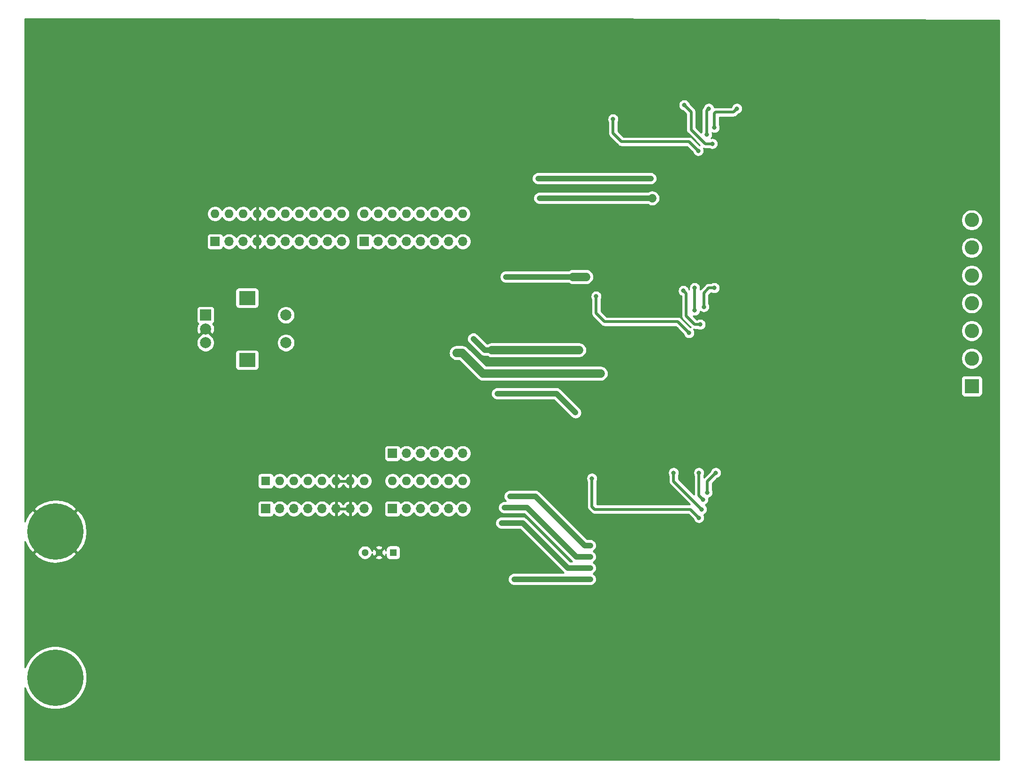
<source format=gbl>
%TF.GenerationSoftware,KiCad,Pcbnew,5.1.10*%
%TF.CreationDate,2021-11-06T16:29:50+01:00*%
%TF.ProjectId,PCB_BLDC,5043425f-424c-4444-932e-6b696361645f,V1*%
%TF.SameCoordinates,Original*%
%TF.FileFunction,Copper,L2,Bot*%
%TF.FilePolarity,Positive*%
%FSLAX46Y46*%
G04 Gerber Fmt 4.6, Leading zero omitted, Abs format (unit mm)*
G04 Created by KiCad (PCBNEW 5.1.10) date 2021-11-06 16:29:50*
%MOMM*%
%LPD*%
G01*
G04 APERTURE LIST*
%TA.AperFunction,ComponentPad*%
%ADD10C,10.160000*%
%TD*%
%TA.AperFunction,ComponentPad*%
%ADD11O,1.600000X1.600000*%
%TD*%
%TA.AperFunction,ComponentPad*%
%ADD12R,1.600000X1.600000*%
%TD*%
%TA.AperFunction,ComponentPad*%
%ADD13C,2.600000*%
%TD*%
%TA.AperFunction,ComponentPad*%
%ADD14R,2.600000X2.600000*%
%TD*%
%TA.AperFunction,ComponentPad*%
%ADD15O,1.700000X1.700000*%
%TD*%
%TA.AperFunction,ComponentPad*%
%ADD16R,1.700000X1.700000*%
%TD*%
%TA.AperFunction,ComponentPad*%
%ADD17R,2.000000X2.000000*%
%TD*%
%TA.AperFunction,ComponentPad*%
%ADD18C,2.000000*%
%TD*%
%TA.AperFunction,ComponentPad*%
%ADD19R,3.000000X2.500000*%
%TD*%
%TA.AperFunction,ComponentPad*%
%ADD20C,1.300000*%
%TD*%
%TA.AperFunction,ComponentPad*%
%ADD21R,1.300000X1.300000*%
%TD*%
%TA.AperFunction,ViaPad*%
%ADD22C,0.800000*%
%TD*%
%TA.AperFunction,Conductor*%
%ADD23C,1.000000*%
%TD*%
%TA.AperFunction,Conductor*%
%ADD24C,0.500000*%
%TD*%
%TA.AperFunction,Conductor*%
%ADD25C,1.500000*%
%TD*%
%TA.AperFunction,Conductor*%
%ADD26C,0.254000*%
%TD*%
%TA.AperFunction,Conductor*%
%ADD27C,0.100000*%
%TD*%
G04 APERTURE END LIST*
D10*
%TO.P,J8,1*%
%TO.N,/VCC_Unregulated*%
X36576000Y-148336000D03*
%TD*%
D11*
%TO.P,A1,16*%
%TO.N,/D1*%
X107569000Y-64554100D03*
%TO.P,A1,15*%
%TO.N,/D0*%
X110109000Y-64554100D03*
%TO.P,A1,30*%
%TO.N,/AREF*%
X70489000Y-64554100D03*
%TO.P,A1,14*%
%TO.N,/A5*%
X110109000Y-112814100D03*
%TO.P,A1,29*%
%TO.N,GND*%
X73029000Y-64554100D03*
%TO.P,A1,13*%
%TO.N,/A4*%
X107569000Y-112814100D03*
%TO.P,A1,28*%
%TO.N,/Rot_A_Pull_Up*%
X75569000Y-64554100D03*
%TO.P,A1,12*%
%TO.N,/A3*%
X105029000Y-112814100D03*
%TO.P,A1,27*%
%TO.N,/Rot_B_Pull_Up*%
X78109000Y-64554100D03*
%TO.P,A1,11*%
%TO.N,/A2*%
X102489000Y-112814100D03*
%TO.P,A1,26*%
%TO.N,/D11*%
X80649000Y-64554100D03*
%TO.P,A1,10*%
%TO.N,/A1*%
X99949000Y-112814100D03*
%TO.P,A1,25*%
%TO.N,/D10*%
X83189000Y-64554100D03*
%TO.P,A1,9*%
%TO.N,/A0*%
X97409000Y-112814100D03*
%TO.P,A1,24*%
%TO.N,/D9*%
X85729000Y-64554100D03*
%TO.P,A1,8*%
%TO.N,/VIN*%
X92329000Y-112814100D03*
%TO.P,A1,23*%
%TO.N,/D8*%
X88269000Y-64554100D03*
%TO.P,A1,7*%
%TO.N,GND*%
X89789000Y-112814100D03*
%TO.P,A1,22*%
%TO.N,/D7*%
X92329000Y-64554100D03*
%TO.P,A1,6*%
%TO.N,GND*%
X87249000Y-112814100D03*
%TO.P,A1,21*%
%TO.N,/D6*%
X94869000Y-64554100D03*
%TO.P,A1,5*%
%TO.N,/VCC_5V*%
X84709000Y-112814100D03*
%TO.P,A1,20*%
%TO.N,/D5*%
X97409000Y-64554100D03*
%TO.P,A1,4*%
%TO.N,/3V3*%
X82169000Y-112814100D03*
%TO.P,A1,19*%
%TO.N,/D4*%
X99949000Y-64554100D03*
%TO.P,A1,3*%
%TO.N,/Reset*%
X79629000Y-112814100D03*
%TO.P,A1,18*%
%TO.N,/D3*%
X102489000Y-64554100D03*
%TO.P,A1,2*%
%TO.N,/IOREF*%
X77089000Y-112814100D03*
%TO.P,A1,17*%
%TO.N,/D2*%
X105029000Y-64554100D03*
D12*
%TO.P,A1,1*%
%TO.N,Net-(A1-Pad1)*%
X74549000Y-112814100D03*
D11*
%TO.P,A1,31*%
%TO.N,/SDA*%
X67949000Y-64554100D03*
%TO.P,A1,32*%
%TO.N,/SCL*%
X65409000Y-64554100D03*
%TD*%
D13*
%TO.P,J11,7*%
%TO.N,/L1_Motor*%
X201930000Y-65678000D03*
%TO.P,J11,6*%
%TO.N,/L2_Motor*%
X201930000Y-70678000D03*
%TO.P,J11,5*%
%TO.N,/L3_Motor*%
X201930000Y-75678000D03*
%TO.P,J11,4*%
%TO.N,/L1_Sense*%
X201930000Y-80678000D03*
%TO.P,J11,3*%
%TO.N,/L2_Sense*%
X201930000Y-85678000D03*
%TO.P,J11,2*%
%TO.N,/L3_Sense*%
X201930000Y-90678000D03*
D14*
%TO.P,J11,1*%
%TO.N,/VCC_5V*%
X201930000Y-95678000D03*
%TD*%
D15*
%TO.P,J10,6*%
%TO.N,/L3_Sense*%
X110109000Y-107814100D03*
%TO.P,J10,5*%
%TO.N,/L2_Sense*%
X107569000Y-107814100D03*
%TO.P,J10,4*%
%TO.N,/L1_Sense*%
X105029000Y-107814100D03*
%TO.P,J10,3*%
%TO.N,/L3_IS*%
X102489000Y-107814100D03*
%TO.P,J10,2*%
%TO.N,/L2_IS*%
X99949000Y-107814100D03*
D16*
%TO.P,J10,1*%
%TO.N,/L1_IS*%
X97409000Y-107814100D03*
%TD*%
D10*
%TO.P,J9,1*%
%TO.N,GND*%
X36576000Y-121920000D03*
%TD*%
D17*
%TO.P,SW1,A*%
%TO.N,/Rot_A_Pull_Up*%
X63690500Y-82842100D03*
D18*
%TO.P,SW1,C*%
%TO.N,GND*%
X63690500Y-85342100D03*
%TO.P,SW1,B*%
%TO.N,/Rot_B_Pull_Up*%
X63690500Y-87842100D03*
D19*
%TO.P,SW1,MP*%
%TO.N,N/C*%
X71190500Y-79742100D03*
X71190500Y-90942100D03*
D18*
%TO.P,SW1,S1*%
X78190500Y-82842100D03*
%TO.P,SW1,S2*%
X78190500Y-87842100D03*
%TD*%
D20*
%TO.P,U1,3*%
%TO.N,/VCC_5V*%
X92456000Y-125730000D03*
D21*
%TO.P,U1,1*%
%TO.N,Net-(D2-Pad1)*%
X97536000Y-125730000D03*
D20*
%TO.P,U1,2*%
%TO.N,GND*%
X94996000Y-125730000D03*
%TD*%
D16*
%TO.P,J12,1*%
%TO.N,/A0*%
X97409000Y-117814100D03*
D15*
%TO.P,J12,2*%
%TO.N,/A1*%
X99949000Y-117814100D03*
%TO.P,J12,3*%
%TO.N,/A2*%
X102489000Y-117814100D03*
%TO.P,J12,4*%
%TO.N,/A3*%
X105029000Y-117814100D03*
%TO.P,J12,5*%
%TO.N,/A4*%
X107569000Y-117814100D03*
%TO.P,J12,6*%
%TO.N,/A5*%
X110109000Y-117814100D03*
%TD*%
D16*
%TO.P,J13,1*%
%TO.N,Net-(J13-Pad1)*%
X74549000Y-117814100D03*
D15*
%TO.P,J13,2*%
%TO.N,/IOREF*%
X77089000Y-117814100D03*
%TO.P,J13,3*%
%TO.N,/Reset*%
X79629000Y-117814100D03*
%TO.P,J13,4*%
%TO.N,/3V3*%
X82169000Y-117814100D03*
%TO.P,J13,5*%
%TO.N,/VCC_5V*%
X84709000Y-117814100D03*
%TO.P,J13,6*%
%TO.N,GND*%
X87249000Y-117814100D03*
%TO.P,J13,7*%
X89789000Y-117814100D03*
%TO.P,J13,8*%
%TO.N,/VIN*%
X92329000Y-117814100D03*
%TD*%
%TO.P,J16,8*%
%TO.N,/D0*%
X110109000Y-69554100D03*
%TO.P,J16,7*%
%TO.N,/D1*%
X107569000Y-69554100D03*
%TO.P,J16,6*%
%TO.N,/D2*%
X105029000Y-69554100D03*
%TO.P,J16,5*%
%TO.N,/D3*%
X102489000Y-69554100D03*
%TO.P,J16,4*%
%TO.N,/D4*%
X99949000Y-69554100D03*
%TO.P,J16,3*%
%TO.N,/D5*%
X97409000Y-69554100D03*
%TO.P,J16,2*%
%TO.N,/D6*%
X94869000Y-69554100D03*
D16*
%TO.P,J16,1*%
%TO.N,/D7*%
X92329000Y-69554100D03*
%TD*%
%TO.P,J17,1*%
%TO.N,/SCL*%
X65405000Y-69554100D03*
D15*
%TO.P,J17,2*%
%TO.N,/SDA*%
X67945000Y-69554100D03*
%TO.P,J17,3*%
%TO.N,/AREF*%
X70485000Y-69554100D03*
%TO.P,J17,4*%
%TO.N,GND*%
X73025000Y-69554100D03*
%TO.P,J17,5*%
%TO.N,/Rot_A_Pull_Up*%
X75565000Y-69554100D03*
%TO.P,J17,6*%
%TO.N,/Rot_B_Pull_Up*%
X78105000Y-69554100D03*
%TO.P,J17,7*%
%TO.N,/D11*%
X80645000Y-69554100D03*
%TO.P,J17,8*%
%TO.N,/D10*%
X83185000Y-69554100D03*
%TO.P,J17,9*%
%TO.N,/D9*%
X85725000Y-69554100D03*
%TO.P,J17,10*%
%TO.N,/D8*%
X88265000Y-69554100D03*
%TD*%
D22*
%TO.N,GND*%
X35560000Y-109220000D03*
X40640000Y-109220000D03*
X45720000Y-109220000D03*
X50800000Y-109220000D03*
X55880000Y-109220000D03*
X60960000Y-109220000D03*
X60960000Y-114300000D03*
X55880000Y-114300000D03*
X45720000Y-114300000D03*
X40640000Y-114300000D03*
X60960000Y-129540000D03*
X55880000Y-129540000D03*
X50800000Y-114300000D03*
X50800000Y-129540000D03*
X45720000Y-129540000D03*
X40640000Y-129540000D03*
X40640000Y-134620000D03*
X45720000Y-134620000D03*
X50800000Y-134620000D03*
X55880000Y-134620000D03*
X60960000Y-134620000D03*
X35560000Y-114300000D03*
X35560000Y-129540000D03*
X35560000Y-134620000D03*
X50800000Y-119380000D03*
X50800000Y-124460000D03*
X55880000Y-119380000D03*
X55880000Y-124460000D03*
X60960000Y-119380000D03*
X60960000Y-124460000D03*
X35560000Y-33020000D03*
X40640000Y-33020000D03*
X45720000Y-33020000D03*
X50800000Y-33020000D03*
X55880000Y-33020000D03*
X60960000Y-33020000D03*
X60960000Y-38100000D03*
X55880000Y-38100000D03*
X50800000Y-38100000D03*
X45720000Y-38100000D03*
X40640000Y-38100000D03*
X35560000Y-38100000D03*
X203200000Y-33020000D03*
X198120000Y-33020000D03*
X193040000Y-33020000D03*
X187960000Y-33020000D03*
X182880000Y-33020000D03*
X182880000Y-38100000D03*
X187960000Y-38100000D03*
X193040000Y-38100000D03*
X198120000Y-38100000D03*
X203200000Y-38100000D03*
X182880000Y-157480000D03*
X187960000Y-157480000D03*
X193040000Y-157480000D03*
X198120000Y-157480000D03*
X203200000Y-157480000D03*
X203200000Y-152400000D03*
X198120000Y-152400000D03*
X193040000Y-152400000D03*
X187960000Y-152400000D03*
X182880000Y-152400000D03*
X182880000Y-147320000D03*
X187960000Y-147320000D03*
X193040000Y-147320000D03*
X198120000Y-147320000D03*
X203200000Y-147320000D03*
X177800000Y-147320000D03*
X177800000Y-152400000D03*
X177800000Y-157480000D03*
%TO.N,/VCC_5V*%
X133096000Y-130556000D03*
X119380000Y-130556000D03*
%TO.N,Net-(C11-Pad1)*%
X155117800Y-51892200D03*
X150037800Y-44907200D03*
%TO.N,Net-(R8-Pad1)*%
X154101800Y-50241200D03*
X154482800Y-45542200D03*
%TO.N,Net-(R9-Pad1)*%
X155498800Y-48971200D03*
X159562800Y-45542200D03*
%TO.N,Net-(C12-Pad1)*%
X152958800Y-84531200D03*
X149910800Y-78435200D03*
%TO.N,Net-(R11-Pad1)*%
X151942800Y-81991200D03*
X151942800Y-77927200D03*
%TO.N,Net-(R12-Pad1)*%
X153593800Y-81356200D03*
X155498800Y-77927200D03*
%TO.N,Net-(C13-Pad1)*%
X153212800Y-117932200D03*
X148132800Y-111328200D03*
%TO.N,Net-(R14-Pad1)*%
X153466800Y-116154200D03*
X152704800Y-111328200D03*
%TO.N,Net-(R15-Pad1)*%
X154228800Y-114884200D03*
X155752800Y-111328200D03*
%TO.N,/L1_Sense*%
X118618000Y-115570000D03*
X133096000Y-124460000D03*
%TO.N,/L2_Sense*%
X117602000Y-117602000D03*
X133096000Y-126492000D03*
%TO.N,/L3_Sense*%
X117094000Y-120396000D03*
X133096000Y-128524000D03*
%TO.N,/D9*%
X134951991Y-93394009D03*
X108966000Y-89662000D03*
%TO.N,/D10*%
X123698000Y-58166000D03*
X144018000Y-58166000D03*
%TO.N,/D6*%
X131064000Y-89154000D03*
X112014000Y-87122000D03*
%TO.N,/D7*%
X144272000Y-61722000D03*
X123952000Y-61722000D03*
%TO.N,/L1_IS*%
X152577800Y-53162200D03*
X137210800Y-47447200D03*
%TO.N,/L2_IS*%
X150926800Y-86055200D03*
X134162800Y-79451200D03*
X132321300Y-75933300D03*
X117868700Y-75933300D03*
%TO.N,/L3_IS*%
X152704800Y-119456200D03*
X133400800Y-112344200D03*
X130429000Y-100457000D03*
X116332000Y-97028000D03*
%TD*%
D23*
%TO.N,/VCC_5V*%
X133096000Y-130556000D02*
X119380000Y-130556000D01*
X119380000Y-130556000D02*
X119380000Y-130556000D01*
D24*
%TO.N,Net-(C11-Pad1)*%
X155117800Y-51892200D02*
X153847800Y-51892200D01*
X153847800Y-51892200D02*
X152577800Y-50622200D01*
X152577800Y-50622200D02*
X151307800Y-49352200D01*
X151307800Y-49352200D02*
X151307800Y-46177200D01*
X151307800Y-46177200D02*
X150037800Y-44907200D01*
X150037800Y-44907200D02*
X150037800Y-44907200D01*
%TO.N,Net-(R8-Pad1)*%
X154101800Y-50241200D02*
X154101800Y-45923200D01*
X154101800Y-45923200D02*
X154482800Y-45542200D01*
X154482800Y-45542200D02*
X154482800Y-45542200D01*
%TO.N,Net-(R9-Pad1)*%
X155498800Y-48971200D02*
X155498800Y-46431200D01*
X155498800Y-46431200D02*
X155752800Y-46177200D01*
X155752800Y-46177200D02*
X158927800Y-46177200D01*
X158927800Y-46177200D02*
X159562800Y-45542200D01*
X159562800Y-45542200D02*
X159562800Y-45542200D01*
X159562800Y-45542200D02*
X159562800Y-45542200D01*
%TO.N,Net-(C12-Pad1)*%
X152958800Y-84531200D02*
X151942800Y-84531200D01*
X151942800Y-84531200D02*
X150418800Y-83007200D01*
X150418800Y-83007200D02*
X150418800Y-78943200D01*
X150418800Y-78943200D02*
X149910800Y-78435200D01*
X149910800Y-78435200D02*
X149910800Y-78435200D01*
%TO.N,Net-(R11-Pad1)*%
X151942800Y-81991200D02*
X151942800Y-77927200D01*
X151942800Y-77927200D02*
X151942800Y-77927200D01*
%TO.N,Net-(R12-Pad1)*%
X153593800Y-81356200D02*
X153593800Y-78816200D01*
X153593800Y-78816200D02*
X154482800Y-77927200D01*
X154482800Y-77927200D02*
X155498800Y-77927200D01*
X155498800Y-77927200D02*
X155498800Y-77927200D01*
%TO.N,Net-(C13-Pad1)*%
X153212800Y-117932200D02*
X148132800Y-112852200D01*
X148132800Y-112852200D02*
X148132800Y-111328200D01*
X148132800Y-111328200D02*
X148132800Y-111328200D01*
%TO.N,Net-(R14-Pad1)*%
X153466800Y-116154200D02*
X152704800Y-115392200D01*
X152704800Y-115392200D02*
X152704800Y-111836200D01*
X152704800Y-111836200D02*
X152704800Y-111836200D01*
X152704800Y-111836200D02*
X152704800Y-111328200D01*
X152704800Y-111328200D02*
X152704800Y-111328200D01*
%TO.N,Net-(R15-Pad1)*%
X154228800Y-114884200D02*
X154228800Y-112852200D01*
X154228800Y-112852200D02*
X155752800Y-111328200D01*
X155752800Y-111328200D02*
X155752800Y-111328200D01*
D23*
%TO.N,/L1_Sense*%
X121158000Y-115570000D02*
X118618000Y-115570000D01*
X132080000Y-124460000D02*
X123190000Y-115570000D01*
X123190000Y-115570000D02*
X121158000Y-115570000D01*
X133096000Y-124460000D02*
X132080000Y-124460000D01*
%TO.N,/L2_Sense*%
X130556000Y-126492000D02*
X131064000Y-126492000D01*
X131064000Y-126492000D02*
X133096000Y-126492000D01*
X121666000Y-117602000D02*
X130556000Y-126492000D01*
X117602000Y-117602000D02*
X121666000Y-117602000D01*
%TO.N,/L3_Sense*%
X129032000Y-128524000D02*
X133096000Y-128524000D01*
X120904000Y-120396000D02*
X129032000Y-128524000D01*
X117094000Y-120396000D02*
X120904000Y-120396000D01*
D25*
%TO.N,/D9*%
X116508009Y-93394009D02*
X116508009Y-93394009D01*
X127176009Y-93394009D02*
X134951991Y-93394009D01*
X134951991Y-93394009D02*
X134951991Y-93394009D01*
X116508009Y-93394009D02*
X127176009Y-93394009D01*
X116508009Y-93394009D02*
X113714009Y-93394009D01*
X113714009Y-93394009D02*
X109982000Y-89662000D01*
X109982000Y-89662000D02*
X108966000Y-89662000D01*
X108966000Y-89662000D02*
X108966000Y-89662000D01*
D23*
%TO.N,/D10*%
X123698000Y-58166000D02*
X144018000Y-58166000D01*
X144018000Y-58166000D02*
X144018000Y-58166000D01*
D25*
%TO.N,/D6*%
X128016000Y-89154000D02*
X128016000Y-89154000D01*
X128016000Y-89154000D02*
X115316000Y-89154000D01*
X128016000Y-89154000D02*
X131064000Y-89154000D01*
X131064000Y-89154000D02*
X131064000Y-89154000D01*
X115316000Y-89154000D02*
X115316000Y-89154000D01*
D23*
X115316000Y-89154000D02*
X114046000Y-89154000D01*
X114046000Y-89154000D02*
X112014000Y-87122000D01*
X112014000Y-87122000D02*
X112014000Y-87122000D01*
D25*
%TO.N,/D7*%
X144272000Y-61722000D02*
X144272000Y-61722000D01*
D23*
X123952000Y-61722000D02*
X144272000Y-61722000D01*
D24*
%TO.N,/L1_IS*%
X152577800Y-53162200D02*
X151307800Y-51892200D01*
X151307800Y-51892200D02*
X151434800Y-52019200D01*
X151434800Y-52019200D02*
X150926800Y-51511200D01*
X150926800Y-51511200D02*
X138734800Y-51511200D01*
X138734800Y-51511200D02*
X137210800Y-49987200D01*
X137210800Y-49987200D02*
X137210800Y-47447200D01*
X137210800Y-47447200D02*
X137210800Y-47447200D01*
%TO.N,/L2_IS*%
X150926800Y-86055200D02*
X149402800Y-84531200D01*
X149402800Y-84531200D02*
X148894800Y-84023200D01*
X148894800Y-84023200D02*
X135686800Y-84023200D01*
X135686800Y-84023200D02*
X135178800Y-83515200D01*
X135178800Y-83515200D02*
X134162800Y-82499200D01*
X134162800Y-82499200D02*
X134162800Y-79451200D01*
X134162800Y-79451200D02*
X134162800Y-79451200D01*
D25*
X132321300Y-75933300D02*
X130479800Y-75933300D01*
X130479800Y-75933300D02*
X129971800Y-75933300D01*
D23*
X130479800Y-75933300D02*
X119392700Y-75933300D01*
X119392700Y-75933300D02*
X117868700Y-75933300D01*
X117868700Y-75933300D02*
X117868700Y-75933300D01*
D24*
%TO.N,/L3_IS*%
X152704800Y-119456200D02*
X151180800Y-117932200D01*
X151180800Y-117932200D02*
X133908800Y-117932200D01*
X133908800Y-117932200D02*
X133400800Y-117424200D01*
X133400800Y-117424200D02*
X133400800Y-112344200D01*
X133400800Y-112344200D02*
X133400800Y-112344200D01*
X133400800Y-112344200D02*
X133400800Y-112344200D01*
D23*
X130429000Y-100457000D02*
X127000000Y-97028000D01*
X127000000Y-97028000D02*
X116332000Y-97028000D01*
X116332000Y-97028000D02*
X116332000Y-97028000D01*
%TD*%
D26*
%TO.N,GND*%
X206858000Y-29589830D02*
X206858001Y-163170000D01*
X31140000Y-163170000D01*
X31140000Y-150146348D01*
X31511433Y-151043067D01*
X32136870Y-151979100D01*
X32932900Y-152775130D01*
X33868933Y-153400567D01*
X34908996Y-153831375D01*
X36013122Y-154051000D01*
X37138878Y-154051000D01*
X38243004Y-153831375D01*
X39283067Y-153400567D01*
X40219100Y-152775130D01*
X41015130Y-151979100D01*
X41640567Y-151043067D01*
X42071375Y-150003004D01*
X42291000Y-148898878D01*
X42291000Y-147773122D01*
X42071375Y-146668996D01*
X41640567Y-145628933D01*
X41015130Y-144692900D01*
X40219100Y-143896870D01*
X39283067Y-143271433D01*
X38243004Y-142840625D01*
X37138878Y-142621000D01*
X36013122Y-142621000D01*
X34908996Y-142840625D01*
X33868933Y-143271433D01*
X32932900Y-143896870D01*
X32136870Y-144692900D01*
X31511433Y-145628933D01*
X31140000Y-146525652D01*
X31140000Y-125957196D01*
X32718409Y-125957196D01*
X33304124Y-126639416D01*
X34287704Y-127187045D01*
X35359223Y-127532265D01*
X36477501Y-127661808D01*
X37599565Y-127570697D01*
X38682294Y-127262433D01*
X39684079Y-126748863D01*
X39847876Y-126639416D01*
X40433591Y-125957196D01*
X36576000Y-122099605D01*
X32718409Y-125957196D01*
X31140000Y-125957196D01*
X31140000Y-123697655D01*
X31233567Y-124026294D01*
X31747137Y-125028079D01*
X31856584Y-125191876D01*
X32538804Y-125777591D01*
X36396395Y-121920000D01*
X36755605Y-121920000D01*
X40613196Y-125777591D01*
X40816042Y-125603439D01*
X91171000Y-125603439D01*
X91171000Y-125856561D01*
X91220381Y-126104821D01*
X91317247Y-126338676D01*
X91457875Y-126549140D01*
X91636860Y-126728125D01*
X91847324Y-126868753D01*
X92081179Y-126965619D01*
X92329439Y-127015000D01*
X92582561Y-127015000D01*
X92830821Y-126965619D01*
X93064676Y-126868753D01*
X93275140Y-126728125D01*
X93387738Y-126615527D01*
X94290078Y-126615527D01*
X94343466Y-126844201D01*
X94573374Y-126950095D01*
X94819524Y-127009102D01*
X95072455Y-127018952D01*
X95322449Y-126979270D01*
X95559896Y-126891578D01*
X95648534Y-126844201D01*
X95701922Y-126615527D01*
X94996000Y-125909605D01*
X94290078Y-126615527D01*
X93387738Y-126615527D01*
X93454125Y-126549140D01*
X93594753Y-126338676D01*
X93691619Y-126104821D01*
X93726540Y-125929256D01*
X93746730Y-126056449D01*
X93834422Y-126293896D01*
X93881799Y-126382534D01*
X94110473Y-126435922D01*
X94816395Y-125730000D01*
X95175605Y-125730000D01*
X95881527Y-126435922D01*
X96110201Y-126382534D01*
X96216095Y-126152626D01*
X96247928Y-126019833D01*
X96247928Y-126380000D01*
X96260188Y-126504482D01*
X96296498Y-126624180D01*
X96355463Y-126734494D01*
X96434815Y-126831185D01*
X96531506Y-126910537D01*
X96641820Y-126969502D01*
X96761518Y-127005812D01*
X96886000Y-127018072D01*
X98186000Y-127018072D01*
X98310482Y-127005812D01*
X98430180Y-126969502D01*
X98540494Y-126910537D01*
X98637185Y-126831185D01*
X98716537Y-126734494D01*
X98775502Y-126624180D01*
X98811812Y-126504482D01*
X98824072Y-126380000D01*
X98824072Y-125080000D01*
X98811812Y-124955518D01*
X98775502Y-124835820D01*
X98716537Y-124725506D01*
X98637185Y-124628815D01*
X98540494Y-124549463D01*
X98430180Y-124490498D01*
X98310482Y-124454188D01*
X98186000Y-124441928D01*
X96886000Y-124441928D01*
X96761518Y-124454188D01*
X96641820Y-124490498D01*
X96531506Y-124549463D01*
X96434815Y-124628815D01*
X96355463Y-124725506D01*
X96296498Y-124835820D01*
X96260188Y-124955518D01*
X96247928Y-125080000D01*
X96247928Y-125420296D01*
X96245270Y-125403551D01*
X96157578Y-125166104D01*
X96110201Y-125077466D01*
X95881527Y-125024078D01*
X95175605Y-125730000D01*
X94816395Y-125730000D01*
X94110473Y-125024078D01*
X93881799Y-125077466D01*
X93775905Y-125307374D01*
X93724644Y-125521211D01*
X93691619Y-125355179D01*
X93594753Y-125121324D01*
X93454125Y-124910860D01*
X93387738Y-124844473D01*
X94290078Y-124844473D01*
X94996000Y-125550395D01*
X95701922Y-124844473D01*
X95648534Y-124615799D01*
X95418626Y-124509905D01*
X95172476Y-124450898D01*
X94919545Y-124441048D01*
X94669551Y-124480730D01*
X94432104Y-124568422D01*
X94343466Y-124615799D01*
X94290078Y-124844473D01*
X93387738Y-124844473D01*
X93275140Y-124731875D01*
X93064676Y-124591247D01*
X92830821Y-124494381D01*
X92582561Y-124445000D01*
X92329439Y-124445000D01*
X92081179Y-124494381D01*
X91847324Y-124591247D01*
X91636860Y-124731875D01*
X91457875Y-124910860D01*
X91317247Y-125121324D01*
X91220381Y-125355179D01*
X91171000Y-125603439D01*
X40816042Y-125603439D01*
X41295416Y-125191876D01*
X41843045Y-124208296D01*
X42188265Y-123136777D01*
X42317808Y-122018499D01*
X42226697Y-120896435D01*
X42084219Y-120396000D01*
X115953509Y-120396000D01*
X115975423Y-120618499D01*
X116040324Y-120832447D01*
X116145716Y-121029623D01*
X116287551Y-121202449D01*
X116460377Y-121344284D01*
X116657553Y-121449676D01*
X116871501Y-121514577D01*
X117038248Y-121531000D01*
X120433869Y-121531000D01*
X128190009Y-129287141D01*
X128225551Y-129330449D01*
X128335887Y-129421000D01*
X119324248Y-129421000D01*
X119157501Y-129437423D01*
X118943553Y-129502324D01*
X118746377Y-129607716D01*
X118573551Y-129749551D01*
X118431716Y-129922377D01*
X118326324Y-130119553D01*
X118261423Y-130333501D01*
X118239509Y-130556000D01*
X118261423Y-130778499D01*
X118326324Y-130992447D01*
X118431716Y-131189623D01*
X118573551Y-131362449D01*
X118746377Y-131504284D01*
X118943553Y-131609676D01*
X119157501Y-131674577D01*
X119324248Y-131691000D01*
X133151752Y-131691000D01*
X133318499Y-131674577D01*
X133532447Y-131609676D01*
X133729623Y-131504284D01*
X133902449Y-131362449D01*
X134044284Y-131189623D01*
X134149676Y-130992447D01*
X134214577Y-130778499D01*
X134236491Y-130556000D01*
X134214577Y-130333501D01*
X134149676Y-130119553D01*
X134044284Y-129922377D01*
X133902449Y-129749551D01*
X133729623Y-129607716D01*
X133602934Y-129540000D01*
X133729623Y-129472284D01*
X133902449Y-129330449D01*
X134044284Y-129157623D01*
X134149676Y-128960447D01*
X134214577Y-128746499D01*
X134236491Y-128524000D01*
X134214577Y-128301501D01*
X134149676Y-128087553D01*
X134044284Y-127890377D01*
X133902449Y-127717551D01*
X133729623Y-127575716D01*
X133602934Y-127508000D01*
X133729623Y-127440284D01*
X133902449Y-127298449D01*
X134044284Y-127125623D01*
X134149676Y-126928447D01*
X134214577Y-126714499D01*
X134236491Y-126492000D01*
X134214577Y-126269501D01*
X134149676Y-126055553D01*
X134044284Y-125858377D01*
X133902449Y-125685551D01*
X133729623Y-125543716D01*
X133602934Y-125476000D01*
X133729623Y-125408284D01*
X133902449Y-125266449D01*
X134044284Y-125093623D01*
X134149676Y-124896447D01*
X134214577Y-124682499D01*
X134236491Y-124460000D01*
X134214577Y-124237501D01*
X134149676Y-124023553D01*
X134044284Y-123826377D01*
X133902449Y-123653551D01*
X133729623Y-123511716D01*
X133532447Y-123406324D01*
X133318499Y-123341423D01*
X133151752Y-123325000D01*
X132550133Y-123325000D01*
X124031996Y-114806865D01*
X123996449Y-114763551D01*
X123823623Y-114621716D01*
X123626447Y-114516324D01*
X123412499Y-114451423D01*
X123245752Y-114435000D01*
X123245751Y-114435000D01*
X123190000Y-114429509D01*
X123134249Y-114435000D01*
X118562248Y-114435000D01*
X118395501Y-114451423D01*
X118181553Y-114516324D01*
X117984377Y-114621716D01*
X117811551Y-114763551D01*
X117669716Y-114936377D01*
X117564324Y-115133553D01*
X117499423Y-115347501D01*
X117477509Y-115570000D01*
X117499423Y-115792499D01*
X117564324Y-116006447D01*
X117669716Y-116203623D01*
X117811551Y-116376449D01*
X117921887Y-116467000D01*
X117546248Y-116467000D01*
X117379501Y-116483423D01*
X117165553Y-116548324D01*
X116968377Y-116653716D01*
X116795551Y-116795551D01*
X116653716Y-116968377D01*
X116548324Y-117165553D01*
X116483423Y-117379501D01*
X116461509Y-117602000D01*
X116483423Y-117824499D01*
X116548324Y-118038447D01*
X116653716Y-118235623D01*
X116795551Y-118408449D01*
X116968377Y-118550284D01*
X117165553Y-118655676D01*
X117379501Y-118720577D01*
X117546248Y-118737000D01*
X121195869Y-118737000D01*
X129714013Y-127255146D01*
X129749551Y-127298449D01*
X129792854Y-127333987D01*
X129792856Y-127333989D01*
X129859887Y-127389000D01*
X129502132Y-127389000D01*
X121745996Y-119632865D01*
X121710449Y-119589551D01*
X121537623Y-119447716D01*
X121340447Y-119342324D01*
X121126499Y-119277423D01*
X120959752Y-119261000D01*
X120959751Y-119261000D01*
X120904000Y-119255509D01*
X120848249Y-119261000D01*
X117038248Y-119261000D01*
X116871501Y-119277423D01*
X116657553Y-119342324D01*
X116460377Y-119447716D01*
X116287551Y-119589551D01*
X116145716Y-119762377D01*
X116040324Y-119959553D01*
X115975423Y-120173501D01*
X115953509Y-120396000D01*
X42084219Y-120396000D01*
X41918433Y-119813706D01*
X41404863Y-118811921D01*
X41295416Y-118648124D01*
X40613196Y-118062409D01*
X36755605Y-121920000D01*
X36396395Y-121920000D01*
X32538804Y-118062409D01*
X31856584Y-118648124D01*
X31308955Y-119631704D01*
X31140000Y-120156119D01*
X31140000Y-117882804D01*
X32718409Y-117882804D01*
X36576000Y-121740395D01*
X40433591Y-117882804D01*
X39847876Y-117200584D01*
X39423135Y-116964100D01*
X73060928Y-116964100D01*
X73060928Y-118664100D01*
X73073188Y-118788582D01*
X73109498Y-118908280D01*
X73168463Y-119018594D01*
X73247815Y-119115285D01*
X73344506Y-119194637D01*
X73454820Y-119253602D01*
X73574518Y-119289912D01*
X73699000Y-119302172D01*
X75399000Y-119302172D01*
X75523482Y-119289912D01*
X75643180Y-119253602D01*
X75753494Y-119194637D01*
X75850185Y-119115285D01*
X75929537Y-119018594D01*
X75988502Y-118908280D01*
X76010513Y-118835720D01*
X76142368Y-118967575D01*
X76385589Y-119130090D01*
X76655842Y-119242032D01*
X76942740Y-119299100D01*
X77235260Y-119299100D01*
X77522158Y-119242032D01*
X77792411Y-119130090D01*
X78035632Y-118967575D01*
X78242475Y-118760732D01*
X78359000Y-118586340D01*
X78475525Y-118760732D01*
X78682368Y-118967575D01*
X78925589Y-119130090D01*
X79195842Y-119242032D01*
X79482740Y-119299100D01*
X79775260Y-119299100D01*
X80062158Y-119242032D01*
X80332411Y-119130090D01*
X80575632Y-118967575D01*
X80782475Y-118760732D01*
X80899000Y-118586340D01*
X81015525Y-118760732D01*
X81222368Y-118967575D01*
X81465589Y-119130090D01*
X81735842Y-119242032D01*
X82022740Y-119299100D01*
X82315260Y-119299100D01*
X82602158Y-119242032D01*
X82872411Y-119130090D01*
X83115632Y-118967575D01*
X83322475Y-118760732D01*
X83439000Y-118586340D01*
X83555525Y-118760732D01*
X83762368Y-118967575D01*
X84005589Y-119130090D01*
X84275842Y-119242032D01*
X84562740Y-119299100D01*
X84855260Y-119299100D01*
X85142158Y-119242032D01*
X85412411Y-119130090D01*
X85655632Y-118967575D01*
X85862475Y-118760732D01*
X85984195Y-118578566D01*
X86053822Y-118695455D01*
X86248731Y-118911688D01*
X86482080Y-119085741D01*
X86744901Y-119210925D01*
X86892110Y-119255576D01*
X87122000Y-119134255D01*
X87122000Y-117941100D01*
X87376000Y-117941100D01*
X87376000Y-119134255D01*
X87605890Y-119255576D01*
X87753099Y-119210925D01*
X88015920Y-119085741D01*
X88249269Y-118911688D01*
X88444178Y-118695455D01*
X88519000Y-118569845D01*
X88593822Y-118695455D01*
X88788731Y-118911688D01*
X89022080Y-119085741D01*
X89284901Y-119210925D01*
X89432110Y-119255576D01*
X89662000Y-119134255D01*
X89662000Y-117941100D01*
X87376000Y-117941100D01*
X87122000Y-117941100D01*
X87102000Y-117941100D01*
X87102000Y-117687100D01*
X87122000Y-117687100D01*
X87122000Y-116493945D01*
X87376000Y-116493945D01*
X87376000Y-117687100D01*
X89662000Y-117687100D01*
X89662000Y-116493945D01*
X89916000Y-116493945D01*
X89916000Y-117687100D01*
X89936000Y-117687100D01*
X89936000Y-117941100D01*
X89916000Y-117941100D01*
X89916000Y-119134255D01*
X90145890Y-119255576D01*
X90293099Y-119210925D01*
X90555920Y-119085741D01*
X90789269Y-118911688D01*
X90984178Y-118695455D01*
X91053805Y-118578566D01*
X91175525Y-118760732D01*
X91382368Y-118967575D01*
X91625589Y-119130090D01*
X91895842Y-119242032D01*
X92182740Y-119299100D01*
X92475260Y-119299100D01*
X92762158Y-119242032D01*
X93032411Y-119130090D01*
X93275632Y-118967575D01*
X93482475Y-118760732D01*
X93644990Y-118517511D01*
X93756932Y-118247258D01*
X93814000Y-117960360D01*
X93814000Y-117667840D01*
X93756932Y-117380942D01*
X93644990Y-117110689D01*
X93547043Y-116964100D01*
X95920928Y-116964100D01*
X95920928Y-118664100D01*
X95933188Y-118788582D01*
X95969498Y-118908280D01*
X96028463Y-119018594D01*
X96107815Y-119115285D01*
X96204506Y-119194637D01*
X96314820Y-119253602D01*
X96434518Y-119289912D01*
X96559000Y-119302172D01*
X98259000Y-119302172D01*
X98383482Y-119289912D01*
X98503180Y-119253602D01*
X98613494Y-119194637D01*
X98710185Y-119115285D01*
X98789537Y-119018594D01*
X98848502Y-118908280D01*
X98870513Y-118835720D01*
X99002368Y-118967575D01*
X99245589Y-119130090D01*
X99515842Y-119242032D01*
X99802740Y-119299100D01*
X100095260Y-119299100D01*
X100382158Y-119242032D01*
X100652411Y-119130090D01*
X100895632Y-118967575D01*
X101102475Y-118760732D01*
X101219000Y-118586340D01*
X101335525Y-118760732D01*
X101542368Y-118967575D01*
X101785589Y-119130090D01*
X102055842Y-119242032D01*
X102342740Y-119299100D01*
X102635260Y-119299100D01*
X102922158Y-119242032D01*
X103192411Y-119130090D01*
X103435632Y-118967575D01*
X103642475Y-118760732D01*
X103759000Y-118586340D01*
X103875525Y-118760732D01*
X104082368Y-118967575D01*
X104325589Y-119130090D01*
X104595842Y-119242032D01*
X104882740Y-119299100D01*
X105175260Y-119299100D01*
X105462158Y-119242032D01*
X105732411Y-119130090D01*
X105975632Y-118967575D01*
X106182475Y-118760732D01*
X106299000Y-118586340D01*
X106415525Y-118760732D01*
X106622368Y-118967575D01*
X106865589Y-119130090D01*
X107135842Y-119242032D01*
X107422740Y-119299100D01*
X107715260Y-119299100D01*
X108002158Y-119242032D01*
X108272411Y-119130090D01*
X108515632Y-118967575D01*
X108722475Y-118760732D01*
X108839000Y-118586340D01*
X108955525Y-118760732D01*
X109162368Y-118967575D01*
X109405589Y-119130090D01*
X109675842Y-119242032D01*
X109962740Y-119299100D01*
X110255260Y-119299100D01*
X110542158Y-119242032D01*
X110812411Y-119130090D01*
X111055632Y-118967575D01*
X111262475Y-118760732D01*
X111424990Y-118517511D01*
X111536932Y-118247258D01*
X111594000Y-117960360D01*
X111594000Y-117667840D01*
X111536932Y-117380942D01*
X111424990Y-117110689D01*
X111262475Y-116867468D01*
X111055632Y-116660625D01*
X110812411Y-116498110D01*
X110542158Y-116386168D01*
X110255260Y-116329100D01*
X109962740Y-116329100D01*
X109675842Y-116386168D01*
X109405589Y-116498110D01*
X109162368Y-116660625D01*
X108955525Y-116867468D01*
X108839000Y-117041860D01*
X108722475Y-116867468D01*
X108515632Y-116660625D01*
X108272411Y-116498110D01*
X108002158Y-116386168D01*
X107715260Y-116329100D01*
X107422740Y-116329100D01*
X107135842Y-116386168D01*
X106865589Y-116498110D01*
X106622368Y-116660625D01*
X106415525Y-116867468D01*
X106299000Y-117041860D01*
X106182475Y-116867468D01*
X105975632Y-116660625D01*
X105732411Y-116498110D01*
X105462158Y-116386168D01*
X105175260Y-116329100D01*
X104882740Y-116329100D01*
X104595842Y-116386168D01*
X104325589Y-116498110D01*
X104082368Y-116660625D01*
X103875525Y-116867468D01*
X103759000Y-117041860D01*
X103642475Y-116867468D01*
X103435632Y-116660625D01*
X103192411Y-116498110D01*
X102922158Y-116386168D01*
X102635260Y-116329100D01*
X102342740Y-116329100D01*
X102055842Y-116386168D01*
X101785589Y-116498110D01*
X101542368Y-116660625D01*
X101335525Y-116867468D01*
X101219000Y-117041860D01*
X101102475Y-116867468D01*
X100895632Y-116660625D01*
X100652411Y-116498110D01*
X100382158Y-116386168D01*
X100095260Y-116329100D01*
X99802740Y-116329100D01*
X99515842Y-116386168D01*
X99245589Y-116498110D01*
X99002368Y-116660625D01*
X98870513Y-116792480D01*
X98848502Y-116719920D01*
X98789537Y-116609606D01*
X98710185Y-116512915D01*
X98613494Y-116433563D01*
X98503180Y-116374598D01*
X98383482Y-116338288D01*
X98259000Y-116326028D01*
X96559000Y-116326028D01*
X96434518Y-116338288D01*
X96314820Y-116374598D01*
X96204506Y-116433563D01*
X96107815Y-116512915D01*
X96028463Y-116609606D01*
X95969498Y-116719920D01*
X95933188Y-116839618D01*
X95920928Y-116964100D01*
X93547043Y-116964100D01*
X93482475Y-116867468D01*
X93275632Y-116660625D01*
X93032411Y-116498110D01*
X92762158Y-116386168D01*
X92475260Y-116329100D01*
X92182740Y-116329100D01*
X91895842Y-116386168D01*
X91625589Y-116498110D01*
X91382368Y-116660625D01*
X91175525Y-116867468D01*
X91053805Y-117049634D01*
X90984178Y-116932745D01*
X90789269Y-116716512D01*
X90555920Y-116542459D01*
X90293099Y-116417275D01*
X90145890Y-116372624D01*
X89916000Y-116493945D01*
X89662000Y-116493945D01*
X89432110Y-116372624D01*
X89284901Y-116417275D01*
X89022080Y-116542459D01*
X88788731Y-116716512D01*
X88593822Y-116932745D01*
X88519000Y-117058355D01*
X88444178Y-116932745D01*
X88249269Y-116716512D01*
X88015920Y-116542459D01*
X87753099Y-116417275D01*
X87605890Y-116372624D01*
X87376000Y-116493945D01*
X87122000Y-116493945D01*
X86892110Y-116372624D01*
X86744901Y-116417275D01*
X86482080Y-116542459D01*
X86248731Y-116716512D01*
X86053822Y-116932745D01*
X85984195Y-117049634D01*
X85862475Y-116867468D01*
X85655632Y-116660625D01*
X85412411Y-116498110D01*
X85142158Y-116386168D01*
X84855260Y-116329100D01*
X84562740Y-116329100D01*
X84275842Y-116386168D01*
X84005589Y-116498110D01*
X83762368Y-116660625D01*
X83555525Y-116867468D01*
X83439000Y-117041860D01*
X83322475Y-116867468D01*
X83115632Y-116660625D01*
X82872411Y-116498110D01*
X82602158Y-116386168D01*
X82315260Y-116329100D01*
X82022740Y-116329100D01*
X81735842Y-116386168D01*
X81465589Y-116498110D01*
X81222368Y-116660625D01*
X81015525Y-116867468D01*
X80899000Y-117041860D01*
X80782475Y-116867468D01*
X80575632Y-116660625D01*
X80332411Y-116498110D01*
X80062158Y-116386168D01*
X79775260Y-116329100D01*
X79482740Y-116329100D01*
X79195842Y-116386168D01*
X78925589Y-116498110D01*
X78682368Y-116660625D01*
X78475525Y-116867468D01*
X78359000Y-117041860D01*
X78242475Y-116867468D01*
X78035632Y-116660625D01*
X77792411Y-116498110D01*
X77522158Y-116386168D01*
X77235260Y-116329100D01*
X76942740Y-116329100D01*
X76655842Y-116386168D01*
X76385589Y-116498110D01*
X76142368Y-116660625D01*
X76010513Y-116792480D01*
X75988502Y-116719920D01*
X75929537Y-116609606D01*
X75850185Y-116512915D01*
X75753494Y-116433563D01*
X75643180Y-116374598D01*
X75523482Y-116338288D01*
X75399000Y-116326028D01*
X73699000Y-116326028D01*
X73574518Y-116338288D01*
X73454820Y-116374598D01*
X73344506Y-116433563D01*
X73247815Y-116512915D01*
X73168463Y-116609606D01*
X73109498Y-116719920D01*
X73073188Y-116839618D01*
X73060928Y-116964100D01*
X39423135Y-116964100D01*
X38864296Y-116652955D01*
X37792777Y-116307735D01*
X36674499Y-116178192D01*
X35552435Y-116269303D01*
X34469706Y-116577567D01*
X33467921Y-117091137D01*
X33304124Y-117200584D01*
X32718409Y-117882804D01*
X31140000Y-117882804D01*
X31140000Y-112014100D01*
X73110928Y-112014100D01*
X73110928Y-113614100D01*
X73123188Y-113738582D01*
X73159498Y-113858280D01*
X73218463Y-113968594D01*
X73297815Y-114065285D01*
X73394506Y-114144637D01*
X73504820Y-114203602D01*
X73624518Y-114239912D01*
X73749000Y-114252172D01*
X75349000Y-114252172D01*
X75473482Y-114239912D01*
X75593180Y-114203602D01*
X75703494Y-114144637D01*
X75800185Y-114065285D01*
X75879537Y-113968594D01*
X75938502Y-113858280D01*
X75974812Y-113738582D01*
X75975643Y-113730139D01*
X76174241Y-113928737D01*
X76409273Y-114085780D01*
X76670426Y-114193953D01*
X76947665Y-114249100D01*
X77230335Y-114249100D01*
X77507574Y-114193953D01*
X77768727Y-114085780D01*
X78003759Y-113928737D01*
X78203637Y-113728859D01*
X78359000Y-113496341D01*
X78514363Y-113728859D01*
X78714241Y-113928737D01*
X78949273Y-114085780D01*
X79210426Y-114193953D01*
X79487665Y-114249100D01*
X79770335Y-114249100D01*
X80047574Y-114193953D01*
X80308727Y-114085780D01*
X80543759Y-113928737D01*
X80743637Y-113728859D01*
X80899000Y-113496341D01*
X81054363Y-113728859D01*
X81254241Y-113928737D01*
X81489273Y-114085780D01*
X81750426Y-114193953D01*
X82027665Y-114249100D01*
X82310335Y-114249100D01*
X82587574Y-114193953D01*
X82848727Y-114085780D01*
X83083759Y-113928737D01*
X83283637Y-113728859D01*
X83439000Y-113496341D01*
X83594363Y-113728859D01*
X83794241Y-113928737D01*
X84029273Y-114085780D01*
X84290426Y-114193953D01*
X84567665Y-114249100D01*
X84850335Y-114249100D01*
X85127574Y-114193953D01*
X85388727Y-114085780D01*
X85623759Y-113928737D01*
X85823637Y-113728859D01*
X85980680Y-113493827D01*
X85985067Y-113483235D01*
X86096615Y-113669231D01*
X86285586Y-113877619D01*
X86511580Y-114045137D01*
X86765913Y-114165346D01*
X86899961Y-114206004D01*
X87122000Y-114084015D01*
X87122000Y-112941100D01*
X87376000Y-112941100D01*
X87376000Y-114084015D01*
X87598039Y-114206004D01*
X87732087Y-114165346D01*
X87986420Y-114045137D01*
X88212414Y-113877619D01*
X88401385Y-113669231D01*
X88519000Y-113473118D01*
X88636615Y-113669231D01*
X88825586Y-113877619D01*
X89051580Y-114045137D01*
X89305913Y-114165346D01*
X89439961Y-114206004D01*
X89662000Y-114084015D01*
X89662000Y-112941100D01*
X87376000Y-112941100D01*
X87122000Y-112941100D01*
X87102000Y-112941100D01*
X87102000Y-112687100D01*
X87122000Y-112687100D01*
X87122000Y-111544185D01*
X87376000Y-111544185D01*
X87376000Y-112687100D01*
X89662000Y-112687100D01*
X89662000Y-111544185D01*
X89916000Y-111544185D01*
X89916000Y-112687100D01*
X89936000Y-112687100D01*
X89936000Y-112941100D01*
X89916000Y-112941100D01*
X89916000Y-114084015D01*
X90138039Y-114206004D01*
X90272087Y-114165346D01*
X90526420Y-114045137D01*
X90752414Y-113877619D01*
X90941385Y-113669231D01*
X91052933Y-113483235D01*
X91057320Y-113493827D01*
X91214363Y-113728859D01*
X91414241Y-113928737D01*
X91649273Y-114085780D01*
X91910426Y-114193953D01*
X92187665Y-114249100D01*
X92470335Y-114249100D01*
X92747574Y-114193953D01*
X93008727Y-114085780D01*
X93243759Y-113928737D01*
X93443637Y-113728859D01*
X93600680Y-113493827D01*
X93708853Y-113232674D01*
X93764000Y-112955435D01*
X93764000Y-112672765D01*
X95974000Y-112672765D01*
X95974000Y-112955435D01*
X96029147Y-113232674D01*
X96137320Y-113493827D01*
X96294363Y-113728859D01*
X96494241Y-113928737D01*
X96729273Y-114085780D01*
X96990426Y-114193953D01*
X97267665Y-114249100D01*
X97550335Y-114249100D01*
X97827574Y-114193953D01*
X98088727Y-114085780D01*
X98323759Y-113928737D01*
X98523637Y-113728859D01*
X98679000Y-113496341D01*
X98834363Y-113728859D01*
X99034241Y-113928737D01*
X99269273Y-114085780D01*
X99530426Y-114193953D01*
X99807665Y-114249100D01*
X100090335Y-114249100D01*
X100367574Y-114193953D01*
X100628727Y-114085780D01*
X100863759Y-113928737D01*
X101063637Y-113728859D01*
X101219000Y-113496341D01*
X101374363Y-113728859D01*
X101574241Y-113928737D01*
X101809273Y-114085780D01*
X102070426Y-114193953D01*
X102347665Y-114249100D01*
X102630335Y-114249100D01*
X102907574Y-114193953D01*
X103168727Y-114085780D01*
X103403759Y-113928737D01*
X103603637Y-113728859D01*
X103759000Y-113496341D01*
X103914363Y-113728859D01*
X104114241Y-113928737D01*
X104349273Y-114085780D01*
X104610426Y-114193953D01*
X104887665Y-114249100D01*
X105170335Y-114249100D01*
X105447574Y-114193953D01*
X105708727Y-114085780D01*
X105943759Y-113928737D01*
X106143637Y-113728859D01*
X106299000Y-113496341D01*
X106454363Y-113728859D01*
X106654241Y-113928737D01*
X106889273Y-114085780D01*
X107150426Y-114193953D01*
X107427665Y-114249100D01*
X107710335Y-114249100D01*
X107987574Y-114193953D01*
X108248727Y-114085780D01*
X108483759Y-113928737D01*
X108683637Y-113728859D01*
X108839000Y-113496341D01*
X108994363Y-113728859D01*
X109194241Y-113928737D01*
X109429273Y-114085780D01*
X109690426Y-114193953D01*
X109967665Y-114249100D01*
X110250335Y-114249100D01*
X110527574Y-114193953D01*
X110788727Y-114085780D01*
X111023759Y-113928737D01*
X111223637Y-113728859D01*
X111380680Y-113493827D01*
X111488853Y-113232674D01*
X111544000Y-112955435D01*
X111544000Y-112672765D01*
X111488853Y-112395526D01*
X111425369Y-112242261D01*
X132365800Y-112242261D01*
X132365800Y-112446139D01*
X132405574Y-112646098D01*
X132483595Y-112834456D01*
X132515801Y-112882656D01*
X132515800Y-117380731D01*
X132511519Y-117424200D01*
X132515800Y-117467669D01*
X132515800Y-117467676D01*
X132518990Y-117500061D01*
X132528605Y-117597690D01*
X132538498Y-117630302D01*
X132579211Y-117764512D01*
X132661389Y-117918258D01*
X132771983Y-118053017D01*
X132805756Y-118080734D01*
X133252266Y-118527244D01*
X133279983Y-118561017D01*
X133414741Y-118671611D01*
X133568487Y-118753789D01*
X133735310Y-118804395D01*
X133865323Y-118817200D01*
X133865333Y-118817200D01*
X133908799Y-118821481D01*
X133952265Y-118817200D01*
X150814222Y-118817200D01*
X151698265Y-119701244D01*
X151709574Y-119758098D01*
X151787595Y-119946456D01*
X151900863Y-120115974D01*
X152045026Y-120260137D01*
X152214544Y-120373405D01*
X152402902Y-120451426D01*
X152602861Y-120491200D01*
X152806739Y-120491200D01*
X153006698Y-120451426D01*
X153195056Y-120373405D01*
X153364574Y-120260137D01*
X153508737Y-120115974D01*
X153622005Y-119946456D01*
X153700026Y-119758098D01*
X153739800Y-119558139D01*
X153739800Y-119354261D01*
X153700026Y-119154302D01*
X153622005Y-118965944D01*
X153578586Y-118900963D01*
X153703056Y-118849405D01*
X153872574Y-118736137D01*
X154016737Y-118591974D01*
X154130005Y-118422456D01*
X154208026Y-118234098D01*
X154247800Y-118034139D01*
X154247800Y-117830261D01*
X154208026Y-117630302D01*
X154130005Y-117441944D01*
X154016737Y-117272426D01*
X153872574Y-117128263D01*
X153852374Y-117114766D01*
X153957056Y-117071405D01*
X154126574Y-116958137D01*
X154270737Y-116813974D01*
X154384005Y-116644456D01*
X154462026Y-116456098D01*
X154501800Y-116256139D01*
X154501800Y-116052261D01*
X154469830Y-115891533D01*
X154530698Y-115879426D01*
X154719056Y-115801405D01*
X154888574Y-115688137D01*
X155032737Y-115543974D01*
X155146005Y-115374456D01*
X155224026Y-115186098D01*
X155263800Y-114986139D01*
X155263800Y-114782261D01*
X155224026Y-114582302D01*
X155146005Y-114393944D01*
X155113800Y-114345746D01*
X155113800Y-113218778D01*
X155997844Y-112334735D01*
X156054698Y-112323426D01*
X156243056Y-112245405D01*
X156412574Y-112132137D01*
X156556737Y-111987974D01*
X156670005Y-111818456D01*
X156748026Y-111630098D01*
X156787800Y-111430139D01*
X156787800Y-111226261D01*
X156748026Y-111026302D01*
X156670005Y-110837944D01*
X156556737Y-110668426D01*
X156412574Y-110524263D01*
X156243056Y-110410995D01*
X156054698Y-110332974D01*
X155854739Y-110293200D01*
X155650861Y-110293200D01*
X155450902Y-110332974D01*
X155262544Y-110410995D01*
X155093026Y-110524263D01*
X154948863Y-110668426D01*
X154835595Y-110837944D01*
X154757574Y-111026302D01*
X154746265Y-111083156D01*
X153633751Y-112195671D01*
X153599984Y-112223383D01*
X153589800Y-112235792D01*
X153589800Y-111879676D01*
X153591304Y-111864403D01*
X153622005Y-111818456D01*
X153700026Y-111630098D01*
X153739800Y-111430139D01*
X153739800Y-111226261D01*
X153700026Y-111026302D01*
X153622005Y-110837944D01*
X153508737Y-110668426D01*
X153364574Y-110524263D01*
X153195056Y-110410995D01*
X153006698Y-110332974D01*
X152806739Y-110293200D01*
X152602861Y-110293200D01*
X152402902Y-110332974D01*
X152214544Y-110410995D01*
X152045026Y-110524263D01*
X151900863Y-110668426D01*
X151787595Y-110837944D01*
X151709574Y-111026302D01*
X151669800Y-111226261D01*
X151669800Y-111430139D01*
X151709574Y-111630098D01*
X151787595Y-111818456D01*
X151818296Y-111864403D01*
X151819801Y-111879686D01*
X151819800Y-115287621D01*
X149017800Y-112485622D01*
X149017800Y-111866654D01*
X149050005Y-111818456D01*
X149128026Y-111630098D01*
X149167800Y-111430139D01*
X149167800Y-111226261D01*
X149128026Y-111026302D01*
X149050005Y-110837944D01*
X148936737Y-110668426D01*
X148792574Y-110524263D01*
X148623056Y-110410995D01*
X148434698Y-110332974D01*
X148234739Y-110293200D01*
X148030861Y-110293200D01*
X147830902Y-110332974D01*
X147642544Y-110410995D01*
X147473026Y-110524263D01*
X147328863Y-110668426D01*
X147215595Y-110837944D01*
X147137574Y-111026302D01*
X147097800Y-111226261D01*
X147097800Y-111430139D01*
X147137574Y-111630098D01*
X147215595Y-111818456D01*
X147247801Y-111866655D01*
X147247800Y-112808730D01*
X147243519Y-112852200D01*
X147247800Y-112895669D01*
X147247800Y-112895676D01*
X147260605Y-113025689D01*
X147311211Y-113192512D01*
X147393389Y-113346258D01*
X147503983Y-113481017D01*
X147537754Y-113508732D01*
X151076221Y-117047200D01*
X134285800Y-117047200D01*
X134285800Y-112882654D01*
X134318005Y-112834456D01*
X134396026Y-112646098D01*
X134435800Y-112446139D01*
X134435800Y-112242261D01*
X134396026Y-112042302D01*
X134318005Y-111853944D01*
X134204737Y-111684426D01*
X134060574Y-111540263D01*
X133891056Y-111426995D01*
X133702698Y-111348974D01*
X133502739Y-111309200D01*
X133298861Y-111309200D01*
X133098902Y-111348974D01*
X132910544Y-111426995D01*
X132741026Y-111540263D01*
X132596863Y-111684426D01*
X132483595Y-111853944D01*
X132405574Y-112042302D01*
X132365800Y-112242261D01*
X111425369Y-112242261D01*
X111380680Y-112134373D01*
X111223637Y-111899341D01*
X111023759Y-111699463D01*
X110788727Y-111542420D01*
X110527574Y-111434247D01*
X110250335Y-111379100D01*
X109967665Y-111379100D01*
X109690426Y-111434247D01*
X109429273Y-111542420D01*
X109194241Y-111699463D01*
X108994363Y-111899341D01*
X108839000Y-112131859D01*
X108683637Y-111899341D01*
X108483759Y-111699463D01*
X108248727Y-111542420D01*
X107987574Y-111434247D01*
X107710335Y-111379100D01*
X107427665Y-111379100D01*
X107150426Y-111434247D01*
X106889273Y-111542420D01*
X106654241Y-111699463D01*
X106454363Y-111899341D01*
X106299000Y-112131859D01*
X106143637Y-111899341D01*
X105943759Y-111699463D01*
X105708727Y-111542420D01*
X105447574Y-111434247D01*
X105170335Y-111379100D01*
X104887665Y-111379100D01*
X104610426Y-111434247D01*
X104349273Y-111542420D01*
X104114241Y-111699463D01*
X103914363Y-111899341D01*
X103759000Y-112131859D01*
X103603637Y-111899341D01*
X103403759Y-111699463D01*
X103168727Y-111542420D01*
X102907574Y-111434247D01*
X102630335Y-111379100D01*
X102347665Y-111379100D01*
X102070426Y-111434247D01*
X101809273Y-111542420D01*
X101574241Y-111699463D01*
X101374363Y-111899341D01*
X101219000Y-112131859D01*
X101063637Y-111899341D01*
X100863759Y-111699463D01*
X100628727Y-111542420D01*
X100367574Y-111434247D01*
X100090335Y-111379100D01*
X99807665Y-111379100D01*
X99530426Y-111434247D01*
X99269273Y-111542420D01*
X99034241Y-111699463D01*
X98834363Y-111899341D01*
X98679000Y-112131859D01*
X98523637Y-111899341D01*
X98323759Y-111699463D01*
X98088727Y-111542420D01*
X97827574Y-111434247D01*
X97550335Y-111379100D01*
X97267665Y-111379100D01*
X96990426Y-111434247D01*
X96729273Y-111542420D01*
X96494241Y-111699463D01*
X96294363Y-111899341D01*
X96137320Y-112134373D01*
X96029147Y-112395526D01*
X95974000Y-112672765D01*
X93764000Y-112672765D01*
X93708853Y-112395526D01*
X93600680Y-112134373D01*
X93443637Y-111899341D01*
X93243759Y-111699463D01*
X93008727Y-111542420D01*
X92747574Y-111434247D01*
X92470335Y-111379100D01*
X92187665Y-111379100D01*
X91910426Y-111434247D01*
X91649273Y-111542420D01*
X91414241Y-111699463D01*
X91214363Y-111899341D01*
X91057320Y-112134373D01*
X91052933Y-112144965D01*
X90941385Y-111958969D01*
X90752414Y-111750581D01*
X90526420Y-111583063D01*
X90272087Y-111462854D01*
X90138039Y-111422196D01*
X89916000Y-111544185D01*
X89662000Y-111544185D01*
X89439961Y-111422196D01*
X89305913Y-111462854D01*
X89051580Y-111583063D01*
X88825586Y-111750581D01*
X88636615Y-111958969D01*
X88519000Y-112155082D01*
X88401385Y-111958969D01*
X88212414Y-111750581D01*
X87986420Y-111583063D01*
X87732087Y-111462854D01*
X87598039Y-111422196D01*
X87376000Y-111544185D01*
X87122000Y-111544185D01*
X86899961Y-111422196D01*
X86765913Y-111462854D01*
X86511580Y-111583063D01*
X86285586Y-111750581D01*
X86096615Y-111958969D01*
X85985067Y-112144965D01*
X85980680Y-112134373D01*
X85823637Y-111899341D01*
X85623759Y-111699463D01*
X85388727Y-111542420D01*
X85127574Y-111434247D01*
X84850335Y-111379100D01*
X84567665Y-111379100D01*
X84290426Y-111434247D01*
X84029273Y-111542420D01*
X83794241Y-111699463D01*
X83594363Y-111899341D01*
X83439000Y-112131859D01*
X83283637Y-111899341D01*
X83083759Y-111699463D01*
X82848727Y-111542420D01*
X82587574Y-111434247D01*
X82310335Y-111379100D01*
X82027665Y-111379100D01*
X81750426Y-111434247D01*
X81489273Y-111542420D01*
X81254241Y-111699463D01*
X81054363Y-111899341D01*
X80899000Y-112131859D01*
X80743637Y-111899341D01*
X80543759Y-111699463D01*
X80308727Y-111542420D01*
X80047574Y-111434247D01*
X79770335Y-111379100D01*
X79487665Y-111379100D01*
X79210426Y-111434247D01*
X78949273Y-111542420D01*
X78714241Y-111699463D01*
X78514363Y-111899341D01*
X78359000Y-112131859D01*
X78203637Y-111899341D01*
X78003759Y-111699463D01*
X77768727Y-111542420D01*
X77507574Y-111434247D01*
X77230335Y-111379100D01*
X76947665Y-111379100D01*
X76670426Y-111434247D01*
X76409273Y-111542420D01*
X76174241Y-111699463D01*
X75975643Y-111898061D01*
X75974812Y-111889618D01*
X75938502Y-111769920D01*
X75879537Y-111659606D01*
X75800185Y-111562915D01*
X75703494Y-111483563D01*
X75593180Y-111424598D01*
X75473482Y-111388288D01*
X75349000Y-111376028D01*
X73749000Y-111376028D01*
X73624518Y-111388288D01*
X73504820Y-111424598D01*
X73394506Y-111483563D01*
X73297815Y-111562915D01*
X73218463Y-111659606D01*
X73159498Y-111769920D01*
X73123188Y-111889618D01*
X73110928Y-112014100D01*
X31140000Y-112014100D01*
X31140000Y-106964100D01*
X95920928Y-106964100D01*
X95920928Y-108664100D01*
X95933188Y-108788582D01*
X95969498Y-108908280D01*
X96028463Y-109018594D01*
X96107815Y-109115285D01*
X96204506Y-109194637D01*
X96314820Y-109253602D01*
X96434518Y-109289912D01*
X96559000Y-109302172D01*
X98259000Y-109302172D01*
X98383482Y-109289912D01*
X98503180Y-109253602D01*
X98613494Y-109194637D01*
X98710185Y-109115285D01*
X98789537Y-109018594D01*
X98848502Y-108908280D01*
X98870513Y-108835720D01*
X99002368Y-108967575D01*
X99245589Y-109130090D01*
X99515842Y-109242032D01*
X99802740Y-109299100D01*
X100095260Y-109299100D01*
X100382158Y-109242032D01*
X100652411Y-109130090D01*
X100895632Y-108967575D01*
X101102475Y-108760732D01*
X101219000Y-108586340D01*
X101335525Y-108760732D01*
X101542368Y-108967575D01*
X101785589Y-109130090D01*
X102055842Y-109242032D01*
X102342740Y-109299100D01*
X102635260Y-109299100D01*
X102922158Y-109242032D01*
X103192411Y-109130090D01*
X103435632Y-108967575D01*
X103642475Y-108760732D01*
X103759000Y-108586340D01*
X103875525Y-108760732D01*
X104082368Y-108967575D01*
X104325589Y-109130090D01*
X104595842Y-109242032D01*
X104882740Y-109299100D01*
X105175260Y-109299100D01*
X105462158Y-109242032D01*
X105732411Y-109130090D01*
X105975632Y-108967575D01*
X106182475Y-108760732D01*
X106299000Y-108586340D01*
X106415525Y-108760732D01*
X106622368Y-108967575D01*
X106865589Y-109130090D01*
X107135842Y-109242032D01*
X107422740Y-109299100D01*
X107715260Y-109299100D01*
X108002158Y-109242032D01*
X108272411Y-109130090D01*
X108515632Y-108967575D01*
X108722475Y-108760732D01*
X108839000Y-108586340D01*
X108955525Y-108760732D01*
X109162368Y-108967575D01*
X109405589Y-109130090D01*
X109675842Y-109242032D01*
X109962740Y-109299100D01*
X110255260Y-109299100D01*
X110542158Y-109242032D01*
X110812411Y-109130090D01*
X111055632Y-108967575D01*
X111262475Y-108760732D01*
X111424990Y-108517511D01*
X111536932Y-108247258D01*
X111594000Y-107960360D01*
X111594000Y-107667840D01*
X111536932Y-107380942D01*
X111424990Y-107110689D01*
X111262475Y-106867468D01*
X111055632Y-106660625D01*
X110812411Y-106498110D01*
X110542158Y-106386168D01*
X110255260Y-106329100D01*
X109962740Y-106329100D01*
X109675842Y-106386168D01*
X109405589Y-106498110D01*
X109162368Y-106660625D01*
X108955525Y-106867468D01*
X108839000Y-107041860D01*
X108722475Y-106867468D01*
X108515632Y-106660625D01*
X108272411Y-106498110D01*
X108002158Y-106386168D01*
X107715260Y-106329100D01*
X107422740Y-106329100D01*
X107135842Y-106386168D01*
X106865589Y-106498110D01*
X106622368Y-106660625D01*
X106415525Y-106867468D01*
X106299000Y-107041860D01*
X106182475Y-106867468D01*
X105975632Y-106660625D01*
X105732411Y-106498110D01*
X105462158Y-106386168D01*
X105175260Y-106329100D01*
X104882740Y-106329100D01*
X104595842Y-106386168D01*
X104325589Y-106498110D01*
X104082368Y-106660625D01*
X103875525Y-106867468D01*
X103759000Y-107041860D01*
X103642475Y-106867468D01*
X103435632Y-106660625D01*
X103192411Y-106498110D01*
X102922158Y-106386168D01*
X102635260Y-106329100D01*
X102342740Y-106329100D01*
X102055842Y-106386168D01*
X101785589Y-106498110D01*
X101542368Y-106660625D01*
X101335525Y-106867468D01*
X101219000Y-107041860D01*
X101102475Y-106867468D01*
X100895632Y-106660625D01*
X100652411Y-106498110D01*
X100382158Y-106386168D01*
X100095260Y-106329100D01*
X99802740Y-106329100D01*
X99515842Y-106386168D01*
X99245589Y-106498110D01*
X99002368Y-106660625D01*
X98870513Y-106792480D01*
X98848502Y-106719920D01*
X98789537Y-106609606D01*
X98710185Y-106512915D01*
X98613494Y-106433563D01*
X98503180Y-106374598D01*
X98383482Y-106338288D01*
X98259000Y-106326028D01*
X96559000Y-106326028D01*
X96434518Y-106338288D01*
X96314820Y-106374598D01*
X96204506Y-106433563D01*
X96107815Y-106512915D01*
X96028463Y-106609606D01*
X95969498Y-106719920D01*
X95933188Y-106839618D01*
X95920928Y-106964100D01*
X31140000Y-106964100D01*
X31140000Y-97028000D01*
X115191509Y-97028000D01*
X115213423Y-97250499D01*
X115278324Y-97464447D01*
X115383716Y-97661623D01*
X115525551Y-97834449D01*
X115698377Y-97976284D01*
X115895553Y-98081676D01*
X116109501Y-98146577D01*
X116276248Y-98163000D01*
X126529869Y-98163000D01*
X129665856Y-101298988D01*
X129795376Y-101405283D01*
X129992552Y-101510675D01*
X130206500Y-101575576D01*
X130428999Y-101597490D01*
X130651498Y-101575576D01*
X130865446Y-101510675D01*
X131062622Y-101405283D01*
X131235448Y-101263448D01*
X131377283Y-101090622D01*
X131482675Y-100893446D01*
X131547576Y-100679498D01*
X131569490Y-100456999D01*
X131547576Y-100234500D01*
X131482675Y-100020552D01*
X131377283Y-99823376D01*
X131270988Y-99693856D01*
X127841996Y-96264865D01*
X127806449Y-96221551D01*
X127633623Y-96079716D01*
X127436447Y-95974324D01*
X127222499Y-95909423D01*
X127055752Y-95893000D01*
X127055751Y-95893000D01*
X127000000Y-95887509D01*
X126944249Y-95893000D01*
X116276248Y-95893000D01*
X116109501Y-95909423D01*
X115895553Y-95974324D01*
X115698377Y-96079716D01*
X115525551Y-96221551D01*
X115383716Y-96394377D01*
X115278324Y-96591553D01*
X115213423Y-96805501D01*
X115191509Y-97028000D01*
X31140000Y-97028000D01*
X31140000Y-89692100D01*
X69052428Y-89692100D01*
X69052428Y-92192100D01*
X69064688Y-92316582D01*
X69100998Y-92436280D01*
X69159963Y-92546594D01*
X69239315Y-92643285D01*
X69336006Y-92722637D01*
X69446320Y-92781602D01*
X69566018Y-92817912D01*
X69690500Y-92830172D01*
X72690500Y-92830172D01*
X72814982Y-92817912D01*
X72934680Y-92781602D01*
X73044994Y-92722637D01*
X73141685Y-92643285D01*
X73221037Y-92546594D01*
X73280002Y-92436280D01*
X73316312Y-92316582D01*
X73328572Y-92192100D01*
X73328572Y-89692100D01*
X73325608Y-89662000D01*
X107574299Y-89662000D01*
X107601040Y-89933507D01*
X107680236Y-90194581D01*
X107808843Y-90435188D01*
X107981919Y-90646081D01*
X108192812Y-90819157D01*
X108433419Y-90947764D01*
X108694493Y-91026960D01*
X108897963Y-91047000D01*
X109408315Y-91047000D01*
X112686559Y-94325245D01*
X112729928Y-94378090D01*
X112782773Y-94421459D01*
X112782775Y-94421461D01*
X112940821Y-94551166D01*
X113181428Y-94679773D01*
X113442502Y-94758969D01*
X113645972Y-94779009D01*
X113645980Y-94779009D01*
X113714009Y-94785709D01*
X113782038Y-94779009D01*
X135020028Y-94779009D01*
X135223498Y-94758969D01*
X135484572Y-94679773D01*
X135725179Y-94551166D01*
X135936072Y-94378090D01*
X135936145Y-94378000D01*
X199991928Y-94378000D01*
X199991928Y-96978000D01*
X200004188Y-97102482D01*
X200040498Y-97222180D01*
X200099463Y-97332494D01*
X200178815Y-97429185D01*
X200275506Y-97508537D01*
X200385820Y-97567502D01*
X200505518Y-97603812D01*
X200630000Y-97616072D01*
X203230000Y-97616072D01*
X203354482Y-97603812D01*
X203474180Y-97567502D01*
X203584494Y-97508537D01*
X203681185Y-97429185D01*
X203760537Y-97332494D01*
X203819502Y-97222180D01*
X203855812Y-97102482D01*
X203868072Y-96978000D01*
X203868072Y-94378000D01*
X203855812Y-94253518D01*
X203819502Y-94133820D01*
X203760537Y-94023506D01*
X203681185Y-93926815D01*
X203584494Y-93847463D01*
X203474180Y-93788498D01*
X203354482Y-93752188D01*
X203230000Y-93739928D01*
X200630000Y-93739928D01*
X200505518Y-93752188D01*
X200385820Y-93788498D01*
X200275506Y-93847463D01*
X200178815Y-93926815D01*
X200099463Y-94023506D01*
X200040498Y-94133820D01*
X200004188Y-94253518D01*
X199991928Y-94378000D01*
X135936145Y-94378000D01*
X136109148Y-94167197D01*
X136237755Y-93926590D01*
X136316951Y-93665516D01*
X136343692Y-93394009D01*
X136316951Y-93122502D01*
X136237755Y-92861428D01*
X136109148Y-92620821D01*
X135936072Y-92409928D01*
X135725179Y-92236852D01*
X135484572Y-92108245D01*
X135223498Y-92029049D01*
X135020028Y-92009009D01*
X114287695Y-92009009D01*
X111009454Y-88730769D01*
X110966081Y-88677919D01*
X110755188Y-88504843D01*
X110514581Y-88376236D01*
X110253507Y-88297040D01*
X110050037Y-88277000D01*
X110050029Y-88277000D01*
X109982000Y-88270300D01*
X109913971Y-88277000D01*
X108897963Y-88277000D01*
X108694493Y-88297040D01*
X108433419Y-88376236D01*
X108192812Y-88504843D01*
X107981919Y-88677919D01*
X107808843Y-88888812D01*
X107680236Y-89129419D01*
X107601040Y-89390493D01*
X107574299Y-89662000D01*
X73325608Y-89662000D01*
X73316312Y-89567618D01*
X73280002Y-89447920D01*
X73221037Y-89337606D01*
X73141685Y-89240915D01*
X73044994Y-89161563D01*
X72934680Y-89102598D01*
X72814982Y-89066288D01*
X72690500Y-89054028D01*
X69690500Y-89054028D01*
X69566018Y-89066288D01*
X69446320Y-89102598D01*
X69336006Y-89161563D01*
X69239315Y-89240915D01*
X69159963Y-89337606D01*
X69100998Y-89447920D01*
X69064688Y-89567618D01*
X69052428Y-89692100D01*
X31140000Y-89692100D01*
X31140000Y-87681067D01*
X62055500Y-87681067D01*
X62055500Y-88003133D01*
X62118332Y-88319012D01*
X62241582Y-88616563D01*
X62420513Y-88884352D01*
X62648248Y-89112087D01*
X62916037Y-89291018D01*
X63213588Y-89414268D01*
X63529467Y-89477100D01*
X63851533Y-89477100D01*
X64167412Y-89414268D01*
X64464963Y-89291018D01*
X64732752Y-89112087D01*
X64960487Y-88884352D01*
X65139418Y-88616563D01*
X65262668Y-88319012D01*
X65325500Y-88003133D01*
X65325500Y-87681067D01*
X76555500Y-87681067D01*
X76555500Y-88003133D01*
X76618332Y-88319012D01*
X76741582Y-88616563D01*
X76920513Y-88884352D01*
X77148248Y-89112087D01*
X77416037Y-89291018D01*
X77713588Y-89414268D01*
X78029467Y-89477100D01*
X78351533Y-89477100D01*
X78667412Y-89414268D01*
X78964963Y-89291018D01*
X79232752Y-89112087D01*
X79460487Y-88884352D01*
X79639418Y-88616563D01*
X79762668Y-88319012D01*
X79825500Y-88003133D01*
X79825500Y-87681067D01*
X79762668Y-87365188D01*
X79661936Y-87122000D01*
X110873509Y-87122000D01*
X110895423Y-87344499D01*
X110960324Y-87558447D01*
X111065716Y-87755623D01*
X111207551Y-87928449D01*
X111250865Y-87963996D01*
X113204009Y-89917141D01*
X113239551Y-89960449D01*
X113412377Y-90102284D01*
X113585052Y-90194580D01*
X113609553Y-90207676D01*
X113823501Y-90272577D01*
X114046000Y-90294491D01*
X114101751Y-90289000D01*
X114515814Y-90289000D01*
X114542812Y-90311157D01*
X114783419Y-90439764D01*
X115044493Y-90518960D01*
X115247963Y-90539000D01*
X131132037Y-90539000D01*
X131335507Y-90518960D01*
X131439483Y-90487419D01*
X199995000Y-90487419D01*
X199995000Y-90868581D01*
X200069361Y-91242419D01*
X200215225Y-91594566D01*
X200426987Y-91911491D01*
X200696509Y-92181013D01*
X201013434Y-92392775D01*
X201365581Y-92538639D01*
X201739419Y-92613000D01*
X202120581Y-92613000D01*
X202494419Y-92538639D01*
X202846566Y-92392775D01*
X203163491Y-92181013D01*
X203433013Y-91911491D01*
X203644775Y-91594566D01*
X203790639Y-91242419D01*
X203865000Y-90868581D01*
X203865000Y-90487419D01*
X203790639Y-90113581D01*
X203644775Y-89761434D01*
X203433013Y-89444509D01*
X203163491Y-89174987D01*
X202846566Y-88963225D01*
X202494419Y-88817361D01*
X202120581Y-88743000D01*
X201739419Y-88743000D01*
X201365581Y-88817361D01*
X201013434Y-88963225D01*
X200696509Y-89174987D01*
X200426987Y-89444509D01*
X200215225Y-89761434D01*
X200069361Y-90113581D01*
X199995000Y-90487419D01*
X131439483Y-90487419D01*
X131596581Y-90439764D01*
X131837188Y-90311157D01*
X132048081Y-90138081D01*
X132221157Y-89927188D01*
X132349764Y-89686581D01*
X132428960Y-89425507D01*
X132455701Y-89154000D01*
X132428960Y-88882493D01*
X132349764Y-88621419D01*
X132221157Y-88380812D01*
X132048081Y-88169919D01*
X131837188Y-87996843D01*
X131596581Y-87868236D01*
X131335507Y-87789040D01*
X131132037Y-87769000D01*
X115247963Y-87769000D01*
X115044493Y-87789040D01*
X114783419Y-87868236D01*
X114542812Y-87996843D01*
X114515988Y-88018857D01*
X112855996Y-86358865D01*
X112820449Y-86315551D01*
X112647623Y-86173716D01*
X112450447Y-86068324D01*
X112236499Y-86003423D01*
X112069752Y-85987000D01*
X112069751Y-85987000D01*
X112014000Y-85981509D01*
X111958249Y-85987000D01*
X111958248Y-85987000D01*
X111791501Y-86003423D01*
X111577553Y-86068324D01*
X111380377Y-86173716D01*
X111207551Y-86315551D01*
X111065716Y-86488377D01*
X110960324Y-86685553D01*
X110895423Y-86899501D01*
X110873509Y-87122000D01*
X79661936Y-87122000D01*
X79639418Y-87067637D01*
X79460487Y-86799848D01*
X79232752Y-86572113D01*
X78964963Y-86393182D01*
X78667412Y-86269932D01*
X78351533Y-86207100D01*
X78029467Y-86207100D01*
X77713588Y-86269932D01*
X77416037Y-86393182D01*
X77148248Y-86572113D01*
X76920513Y-86799848D01*
X76741582Y-87067637D01*
X76618332Y-87365188D01*
X76555500Y-87681067D01*
X65325500Y-87681067D01*
X65262668Y-87365188D01*
X65139418Y-87067637D01*
X64960487Y-86799848D01*
X64732752Y-86572113D01*
X64635565Y-86507175D01*
X64646308Y-86477513D01*
X63690500Y-85521705D01*
X62734692Y-86477513D01*
X62745435Y-86507175D01*
X62648248Y-86572113D01*
X62420513Y-86799848D01*
X62241582Y-87067637D01*
X62118332Y-87365188D01*
X62055500Y-87681067D01*
X31140000Y-87681067D01*
X31140000Y-85404695D01*
X62048782Y-85404695D01*
X62092539Y-85723775D01*
X62197705Y-86028188D01*
X62290686Y-86202144D01*
X62555087Y-86297908D01*
X63510895Y-85342100D01*
X63496753Y-85327958D01*
X63676358Y-85148353D01*
X63690500Y-85162495D01*
X63704643Y-85148353D01*
X63884248Y-85327958D01*
X63870105Y-85342100D01*
X64825913Y-86297908D01*
X65090314Y-86202144D01*
X65231204Y-85912529D01*
X65312884Y-85600992D01*
X65332218Y-85279505D01*
X65288461Y-84960425D01*
X65183295Y-84656012D01*
X65090314Y-84482056D01*
X64941277Y-84428076D01*
X65044994Y-84372637D01*
X65141685Y-84293285D01*
X65221037Y-84196594D01*
X65280002Y-84086280D01*
X65316312Y-83966582D01*
X65328572Y-83842100D01*
X65328572Y-82681067D01*
X76555500Y-82681067D01*
X76555500Y-83003133D01*
X76618332Y-83319012D01*
X76741582Y-83616563D01*
X76920513Y-83884352D01*
X77148248Y-84112087D01*
X77416037Y-84291018D01*
X77713588Y-84414268D01*
X78029467Y-84477100D01*
X78351533Y-84477100D01*
X78667412Y-84414268D01*
X78964963Y-84291018D01*
X79232752Y-84112087D01*
X79460487Y-83884352D01*
X79639418Y-83616563D01*
X79762668Y-83319012D01*
X79825500Y-83003133D01*
X79825500Y-82681067D01*
X79762668Y-82365188D01*
X79639418Y-82067637D01*
X79460487Y-81799848D01*
X79232752Y-81572113D01*
X78964963Y-81393182D01*
X78667412Y-81269932D01*
X78351533Y-81207100D01*
X78029467Y-81207100D01*
X77713588Y-81269932D01*
X77416037Y-81393182D01*
X77148248Y-81572113D01*
X76920513Y-81799848D01*
X76741582Y-82067637D01*
X76618332Y-82365188D01*
X76555500Y-82681067D01*
X65328572Y-82681067D01*
X65328572Y-81842100D01*
X65316312Y-81717618D01*
X65280002Y-81597920D01*
X65221037Y-81487606D01*
X65141685Y-81390915D01*
X65044994Y-81311563D01*
X64934680Y-81252598D01*
X64814982Y-81216288D01*
X64690500Y-81204028D01*
X62690500Y-81204028D01*
X62566018Y-81216288D01*
X62446320Y-81252598D01*
X62336006Y-81311563D01*
X62239315Y-81390915D01*
X62159963Y-81487606D01*
X62100998Y-81597920D01*
X62064688Y-81717618D01*
X62052428Y-81842100D01*
X62052428Y-83842100D01*
X62064688Y-83966582D01*
X62100998Y-84086280D01*
X62159963Y-84196594D01*
X62239315Y-84293285D01*
X62336006Y-84372637D01*
X62439723Y-84428076D01*
X62290686Y-84482056D01*
X62149796Y-84771671D01*
X62068116Y-85083208D01*
X62048782Y-85404695D01*
X31140000Y-85404695D01*
X31140000Y-78492100D01*
X69052428Y-78492100D01*
X69052428Y-80992100D01*
X69064688Y-81116582D01*
X69100998Y-81236280D01*
X69159963Y-81346594D01*
X69239315Y-81443285D01*
X69336006Y-81522637D01*
X69446320Y-81581602D01*
X69566018Y-81617912D01*
X69690500Y-81630172D01*
X72690500Y-81630172D01*
X72814982Y-81617912D01*
X72934680Y-81581602D01*
X73044994Y-81522637D01*
X73141685Y-81443285D01*
X73221037Y-81346594D01*
X73280002Y-81236280D01*
X73316312Y-81116582D01*
X73328572Y-80992100D01*
X73328572Y-79349261D01*
X133127800Y-79349261D01*
X133127800Y-79553139D01*
X133167574Y-79753098D01*
X133245595Y-79941456D01*
X133277801Y-79989656D01*
X133277800Y-82455731D01*
X133273519Y-82499200D01*
X133277800Y-82542669D01*
X133277800Y-82542676D01*
X133288466Y-82650974D01*
X133290034Y-82666887D01*
X133290605Y-82672689D01*
X133341211Y-82839512D01*
X133423389Y-82993258D01*
X133533983Y-83128017D01*
X133567756Y-83155734D01*
X134583753Y-84171732D01*
X134583759Y-84171737D01*
X135030266Y-84618244D01*
X135057983Y-84652017D01*
X135192741Y-84762611D01*
X135346487Y-84844789D01*
X135513310Y-84895395D01*
X135643323Y-84908200D01*
X135643333Y-84908200D01*
X135686799Y-84912481D01*
X135730265Y-84908200D01*
X148528222Y-84908200D01*
X148746268Y-85126246D01*
X149920265Y-86300244D01*
X149931574Y-86357098D01*
X150009595Y-86545456D01*
X150122863Y-86714974D01*
X150267026Y-86859137D01*
X150436544Y-86972405D01*
X150624902Y-87050426D01*
X150824861Y-87090200D01*
X151028739Y-87090200D01*
X151228698Y-87050426D01*
X151417056Y-86972405D01*
X151586574Y-86859137D01*
X151730737Y-86714974D01*
X151844005Y-86545456D01*
X151922026Y-86357098D01*
X151961800Y-86157139D01*
X151961800Y-85953261D01*
X151922026Y-85753302D01*
X151844005Y-85564944D01*
X151730737Y-85395426D01*
X151725380Y-85390069D01*
X151769310Y-85403395D01*
X151899323Y-85416200D01*
X151899333Y-85416200D01*
X151942799Y-85420481D01*
X151986265Y-85416200D01*
X152420346Y-85416200D01*
X152468544Y-85448405D01*
X152656902Y-85526426D01*
X152856861Y-85566200D01*
X153060739Y-85566200D01*
X153260698Y-85526426D01*
X153354868Y-85487419D01*
X199995000Y-85487419D01*
X199995000Y-85868581D01*
X200069361Y-86242419D01*
X200215225Y-86594566D01*
X200426987Y-86911491D01*
X200696509Y-87181013D01*
X201013434Y-87392775D01*
X201365581Y-87538639D01*
X201739419Y-87613000D01*
X202120581Y-87613000D01*
X202494419Y-87538639D01*
X202846566Y-87392775D01*
X203163491Y-87181013D01*
X203433013Y-86911491D01*
X203644775Y-86594566D01*
X203790639Y-86242419D01*
X203865000Y-85868581D01*
X203865000Y-85487419D01*
X203790639Y-85113581D01*
X203644775Y-84761434D01*
X203433013Y-84444509D01*
X203163491Y-84174987D01*
X202846566Y-83963225D01*
X202494419Y-83817361D01*
X202120581Y-83743000D01*
X201739419Y-83743000D01*
X201365581Y-83817361D01*
X201013434Y-83963225D01*
X200696509Y-84174987D01*
X200426987Y-84444509D01*
X200215225Y-84761434D01*
X200069361Y-85113581D01*
X199995000Y-85487419D01*
X153354868Y-85487419D01*
X153449056Y-85448405D01*
X153618574Y-85335137D01*
X153762737Y-85190974D01*
X153876005Y-85021456D01*
X153954026Y-84833098D01*
X153993800Y-84633139D01*
X153993800Y-84429261D01*
X153954026Y-84229302D01*
X153876005Y-84040944D01*
X153762737Y-83871426D01*
X153618574Y-83727263D01*
X153449056Y-83613995D01*
X153260698Y-83535974D01*
X153060739Y-83496200D01*
X152856861Y-83496200D01*
X152656902Y-83535974D01*
X152468544Y-83613995D01*
X152420346Y-83646200D01*
X152309379Y-83646200D01*
X151651765Y-82988587D01*
X151840861Y-83026200D01*
X152044739Y-83026200D01*
X152244698Y-82986426D01*
X152433056Y-82908405D01*
X152602574Y-82795137D01*
X152746737Y-82650974D01*
X152860005Y-82481456D01*
X152938026Y-82293098D01*
X152960901Y-82178095D01*
X153103544Y-82273405D01*
X153291902Y-82351426D01*
X153491861Y-82391200D01*
X153695739Y-82391200D01*
X153895698Y-82351426D01*
X154084056Y-82273405D01*
X154253574Y-82160137D01*
X154397737Y-82015974D01*
X154511005Y-81846456D01*
X154589026Y-81658098D01*
X154628800Y-81458139D01*
X154628800Y-81254261D01*
X154589026Y-81054302D01*
X154511005Y-80865944D01*
X154478800Y-80817746D01*
X154478800Y-80487419D01*
X199995000Y-80487419D01*
X199995000Y-80868581D01*
X200069361Y-81242419D01*
X200215225Y-81594566D01*
X200426987Y-81911491D01*
X200696509Y-82181013D01*
X201013434Y-82392775D01*
X201365581Y-82538639D01*
X201739419Y-82613000D01*
X202120581Y-82613000D01*
X202494419Y-82538639D01*
X202846566Y-82392775D01*
X203163491Y-82181013D01*
X203433013Y-81911491D01*
X203644775Y-81594566D01*
X203790639Y-81242419D01*
X203865000Y-80868581D01*
X203865000Y-80487419D01*
X203790639Y-80113581D01*
X203644775Y-79761434D01*
X203433013Y-79444509D01*
X203163491Y-79174987D01*
X202846566Y-78963225D01*
X202494419Y-78817361D01*
X202120581Y-78743000D01*
X201739419Y-78743000D01*
X201365581Y-78817361D01*
X201013434Y-78963225D01*
X200696509Y-79174987D01*
X200426987Y-79444509D01*
X200215225Y-79761434D01*
X200069361Y-80113581D01*
X199995000Y-80487419D01*
X154478800Y-80487419D01*
X154478800Y-79182778D01*
X154849379Y-78812200D01*
X154960346Y-78812200D01*
X155008544Y-78844405D01*
X155196902Y-78922426D01*
X155396861Y-78962200D01*
X155600739Y-78962200D01*
X155800698Y-78922426D01*
X155989056Y-78844405D01*
X156158574Y-78731137D01*
X156302737Y-78586974D01*
X156416005Y-78417456D01*
X156494026Y-78229098D01*
X156533800Y-78029139D01*
X156533800Y-77825261D01*
X156494026Y-77625302D01*
X156416005Y-77436944D01*
X156302737Y-77267426D01*
X156158574Y-77123263D01*
X155989056Y-77009995D01*
X155800698Y-76931974D01*
X155600739Y-76892200D01*
X155396861Y-76892200D01*
X155196902Y-76931974D01*
X155008544Y-77009995D01*
X154960346Y-77042200D01*
X154526269Y-77042200D01*
X154482800Y-77037919D01*
X154439331Y-77042200D01*
X154439323Y-77042200D01*
X154309310Y-77055005D01*
X154142487Y-77105611D01*
X154001418Y-77181013D01*
X153988741Y-77187789D01*
X153887753Y-77270668D01*
X153887751Y-77270670D01*
X153853983Y-77298383D01*
X153826270Y-77332151D01*
X152998751Y-78159671D01*
X152964984Y-78187383D01*
X152940354Y-78217395D01*
X152977800Y-78029139D01*
X152977800Y-77825261D01*
X152938026Y-77625302D01*
X152860005Y-77436944D01*
X152746737Y-77267426D01*
X152602574Y-77123263D01*
X152433056Y-77009995D01*
X152244698Y-76931974D01*
X152044739Y-76892200D01*
X151840861Y-76892200D01*
X151640902Y-76931974D01*
X151452544Y-77009995D01*
X151283026Y-77123263D01*
X151138863Y-77267426D01*
X151025595Y-77436944D01*
X150947574Y-77625302D01*
X150907800Y-77825261D01*
X150907800Y-78029139D01*
X150945413Y-78218235D01*
X150917335Y-78190157D01*
X150906026Y-78133302D01*
X150828005Y-77944944D01*
X150714737Y-77775426D01*
X150570574Y-77631263D01*
X150401056Y-77517995D01*
X150212698Y-77439974D01*
X150012739Y-77400200D01*
X149808861Y-77400200D01*
X149608902Y-77439974D01*
X149420544Y-77517995D01*
X149251026Y-77631263D01*
X149106863Y-77775426D01*
X148993595Y-77944944D01*
X148915574Y-78133302D01*
X148875800Y-78333261D01*
X148875800Y-78537139D01*
X148915574Y-78737098D01*
X148993595Y-78925456D01*
X149106863Y-79094974D01*
X149251026Y-79239137D01*
X149420544Y-79352405D01*
X149533801Y-79399318D01*
X149533800Y-82963731D01*
X149529519Y-83007200D01*
X149533800Y-83050669D01*
X149533800Y-83050676D01*
X149545012Y-83164514D01*
X149546034Y-83174887D01*
X149546605Y-83180689D01*
X149597211Y-83347512D01*
X149679389Y-83501258D01*
X149789983Y-83636017D01*
X149823756Y-83663734D01*
X151217834Y-85057813D01*
X151171844Y-85048665D01*
X149997846Y-83874668D01*
X149551332Y-83428154D01*
X149523617Y-83394383D01*
X149388859Y-83283789D01*
X149235113Y-83201611D01*
X149068290Y-83151005D01*
X148938277Y-83138200D01*
X148938269Y-83138200D01*
X148894800Y-83133919D01*
X148851331Y-83138200D01*
X136053378Y-83138200D01*
X135835337Y-82920159D01*
X135835332Y-82920153D01*
X135047800Y-82132622D01*
X135047800Y-79989654D01*
X135080005Y-79941456D01*
X135158026Y-79753098D01*
X135197800Y-79553139D01*
X135197800Y-79349261D01*
X135158026Y-79149302D01*
X135080005Y-78960944D01*
X134966737Y-78791426D01*
X134822574Y-78647263D01*
X134653056Y-78533995D01*
X134464698Y-78455974D01*
X134264739Y-78416200D01*
X134060861Y-78416200D01*
X133860902Y-78455974D01*
X133672544Y-78533995D01*
X133503026Y-78647263D01*
X133358863Y-78791426D01*
X133245595Y-78960944D01*
X133167574Y-79149302D01*
X133127800Y-79349261D01*
X73328572Y-79349261D01*
X73328572Y-78492100D01*
X73316312Y-78367618D01*
X73280002Y-78247920D01*
X73221037Y-78137606D01*
X73141685Y-78040915D01*
X73044994Y-77961563D01*
X72934680Y-77902598D01*
X72814982Y-77866288D01*
X72690500Y-77854028D01*
X69690500Y-77854028D01*
X69566018Y-77866288D01*
X69446320Y-77902598D01*
X69336006Y-77961563D01*
X69239315Y-78040915D01*
X69159963Y-78137606D01*
X69100998Y-78247920D01*
X69064688Y-78367618D01*
X69052428Y-78492100D01*
X31140000Y-78492100D01*
X31140000Y-75933300D01*
X116728209Y-75933300D01*
X116750123Y-76155799D01*
X116815024Y-76369747D01*
X116920416Y-76566923D01*
X117062251Y-76739749D01*
X117235077Y-76881584D01*
X117432253Y-76986976D01*
X117646201Y-77051877D01*
X117812948Y-77068300D01*
X129171614Y-77068300D01*
X129198612Y-77090457D01*
X129439219Y-77219064D01*
X129700293Y-77298260D01*
X129903763Y-77318300D01*
X132389337Y-77318300D01*
X132592807Y-77298260D01*
X132853881Y-77219064D01*
X133094488Y-77090457D01*
X133305381Y-76917381D01*
X133478457Y-76706488D01*
X133607064Y-76465881D01*
X133686260Y-76204807D01*
X133713001Y-75933300D01*
X133686260Y-75661793D01*
X133633365Y-75487419D01*
X199995000Y-75487419D01*
X199995000Y-75868581D01*
X200069361Y-76242419D01*
X200215225Y-76594566D01*
X200426987Y-76911491D01*
X200696509Y-77181013D01*
X201013434Y-77392775D01*
X201365581Y-77538639D01*
X201739419Y-77613000D01*
X202120581Y-77613000D01*
X202494419Y-77538639D01*
X202846566Y-77392775D01*
X203163491Y-77181013D01*
X203433013Y-76911491D01*
X203644775Y-76594566D01*
X203790639Y-76242419D01*
X203865000Y-75868581D01*
X203865000Y-75487419D01*
X203790639Y-75113581D01*
X203644775Y-74761434D01*
X203433013Y-74444509D01*
X203163491Y-74174987D01*
X202846566Y-73963225D01*
X202494419Y-73817361D01*
X202120581Y-73743000D01*
X201739419Y-73743000D01*
X201365581Y-73817361D01*
X201013434Y-73963225D01*
X200696509Y-74174987D01*
X200426987Y-74444509D01*
X200215225Y-74761434D01*
X200069361Y-75113581D01*
X199995000Y-75487419D01*
X133633365Y-75487419D01*
X133607064Y-75400719D01*
X133478457Y-75160112D01*
X133305381Y-74949219D01*
X133094488Y-74776143D01*
X132853881Y-74647536D01*
X132592807Y-74568340D01*
X132389337Y-74548300D01*
X129903763Y-74548300D01*
X129700293Y-74568340D01*
X129439219Y-74647536D01*
X129198612Y-74776143D01*
X129171614Y-74798300D01*
X117812948Y-74798300D01*
X117646201Y-74814723D01*
X117432253Y-74879624D01*
X117235077Y-74985016D01*
X117062251Y-75126851D01*
X116920416Y-75299677D01*
X116815024Y-75496853D01*
X116750123Y-75710801D01*
X116728209Y-75933300D01*
X31140000Y-75933300D01*
X31140000Y-68704100D01*
X63916928Y-68704100D01*
X63916928Y-70404100D01*
X63929188Y-70528582D01*
X63965498Y-70648280D01*
X64024463Y-70758594D01*
X64103815Y-70855285D01*
X64200506Y-70934637D01*
X64310820Y-70993602D01*
X64430518Y-71029912D01*
X64555000Y-71042172D01*
X66255000Y-71042172D01*
X66379482Y-71029912D01*
X66499180Y-70993602D01*
X66609494Y-70934637D01*
X66706185Y-70855285D01*
X66785537Y-70758594D01*
X66844502Y-70648280D01*
X66866513Y-70575720D01*
X66998368Y-70707575D01*
X67241589Y-70870090D01*
X67511842Y-70982032D01*
X67798740Y-71039100D01*
X68091260Y-71039100D01*
X68378158Y-70982032D01*
X68648411Y-70870090D01*
X68891632Y-70707575D01*
X69098475Y-70500732D01*
X69215000Y-70326340D01*
X69331525Y-70500732D01*
X69538368Y-70707575D01*
X69781589Y-70870090D01*
X70051842Y-70982032D01*
X70338740Y-71039100D01*
X70631260Y-71039100D01*
X70918158Y-70982032D01*
X71188411Y-70870090D01*
X71431632Y-70707575D01*
X71638475Y-70500732D01*
X71760195Y-70318566D01*
X71829822Y-70435455D01*
X72024731Y-70651688D01*
X72258080Y-70825741D01*
X72520901Y-70950925D01*
X72668110Y-70995576D01*
X72898000Y-70874255D01*
X72898000Y-69681100D01*
X72878000Y-69681100D01*
X72878000Y-69427100D01*
X72898000Y-69427100D01*
X72898000Y-68233945D01*
X73152000Y-68233945D01*
X73152000Y-69427100D01*
X73172000Y-69427100D01*
X73172000Y-69681100D01*
X73152000Y-69681100D01*
X73152000Y-70874255D01*
X73381890Y-70995576D01*
X73529099Y-70950925D01*
X73791920Y-70825741D01*
X74025269Y-70651688D01*
X74220178Y-70435455D01*
X74289805Y-70318566D01*
X74411525Y-70500732D01*
X74618368Y-70707575D01*
X74861589Y-70870090D01*
X75131842Y-70982032D01*
X75418740Y-71039100D01*
X75711260Y-71039100D01*
X75998158Y-70982032D01*
X76268411Y-70870090D01*
X76511632Y-70707575D01*
X76718475Y-70500732D01*
X76835000Y-70326340D01*
X76951525Y-70500732D01*
X77158368Y-70707575D01*
X77401589Y-70870090D01*
X77671842Y-70982032D01*
X77958740Y-71039100D01*
X78251260Y-71039100D01*
X78538158Y-70982032D01*
X78808411Y-70870090D01*
X79051632Y-70707575D01*
X79258475Y-70500732D01*
X79375000Y-70326340D01*
X79491525Y-70500732D01*
X79698368Y-70707575D01*
X79941589Y-70870090D01*
X80211842Y-70982032D01*
X80498740Y-71039100D01*
X80791260Y-71039100D01*
X81078158Y-70982032D01*
X81348411Y-70870090D01*
X81591632Y-70707575D01*
X81798475Y-70500732D01*
X81915000Y-70326340D01*
X82031525Y-70500732D01*
X82238368Y-70707575D01*
X82481589Y-70870090D01*
X82751842Y-70982032D01*
X83038740Y-71039100D01*
X83331260Y-71039100D01*
X83618158Y-70982032D01*
X83888411Y-70870090D01*
X84131632Y-70707575D01*
X84338475Y-70500732D01*
X84455000Y-70326340D01*
X84571525Y-70500732D01*
X84778368Y-70707575D01*
X85021589Y-70870090D01*
X85291842Y-70982032D01*
X85578740Y-71039100D01*
X85871260Y-71039100D01*
X86158158Y-70982032D01*
X86428411Y-70870090D01*
X86671632Y-70707575D01*
X86878475Y-70500732D01*
X86995000Y-70326340D01*
X87111525Y-70500732D01*
X87318368Y-70707575D01*
X87561589Y-70870090D01*
X87831842Y-70982032D01*
X88118740Y-71039100D01*
X88411260Y-71039100D01*
X88698158Y-70982032D01*
X88968411Y-70870090D01*
X89211632Y-70707575D01*
X89418475Y-70500732D01*
X89580990Y-70257511D01*
X89692932Y-69987258D01*
X89750000Y-69700360D01*
X89750000Y-69407840D01*
X89692932Y-69120942D01*
X89580990Y-68850689D01*
X89483043Y-68704100D01*
X90840928Y-68704100D01*
X90840928Y-70404100D01*
X90853188Y-70528582D01*
X90889498Y-70648280D01*
X90948463Y-70758594D01*
X91027815Y-70855285D01*
X91124506Y-70934637D01*
X91234820Y-70993602D01*
X91354518Y-71029912D01*
X91479000Y-71042172D01*
X93179000Y-71042172D01*
X93303482Y-71029912D01*
X93423180Y-70993602D01*
X93533494Y-70934637D01*
X93630185Y-70855285D01*
X93709537Y-70758594D01*
X93768502Y-70648280D01*
X93790513Y-70575720D01*
X93922368Y-70707575D01*
X94165589Y-70870090D01*
X94435842Y-70982032D01*
X94722740Y-71039100D01*
X95015260Y-71039100D01*
X95302158Y-70982032D01*
X95572411Y-70870090D01*
X95815632Y-70707575D01*
X96022475Y-70500732D01*
X96139000Y-70326340D01*
X96255525Y-70500732D01*
X96462368Y-70707575D01*
X96705589Y-70870090D01*
X96975842Y-70982032D01*
X97262740Y-71039100D01*
X97555260Y-71039100D01*
X97842158Y-70982032D01*
X98112411Y-70870090D01*
X98355632Y-70707575D01*
X98562475Y-70500732D01*
X98679000Y-70326340D01*
X98795525Y-70500732D01*
X99002368Y-70707575D01*
X99245589Y-70870090D01*
X99515842Y-70982032D01*
X99802740Y-71039100D01*
X100095260Y-71039100D01*
X100382158Y-70982032D01*
X100652411Y-70870090D01*
X100895632Y-70707575D01*
X101102475Y-70500732D01*
X101219000Y-70326340D01*
X101335525Y-70500732D01*
X101542368Y-70707575D01*
X101785589Y-70870090D01*
X102055842Y-70982032D01*
X102342740Y-71039100D01*
X102635260Y-71039100D01*
X102922158Y-70982032D01*
X103192411Y-70870090D01*
X103435632Y-70707575D01*
X103642475Y-70500732D01*
X103759000Y-70326340D01*
X103875525Y-70500732D01*
X104082368Y-70707575D01*
X104325589Y-70870090D01*
X104595842Y-70982032D01*
X104882740Y-71039100D01*
X105175260Y-71039100D01*
X105462158Y-70982032D01*
X105732411Y-70870090D01*
X105975632Y-70707575D01*
X106182475Y-70500732D01*
X106299000Y-70326340D01*
X106415525Y-70500732D01*
X106622368Y-70707575D01*
X106865589Y-70870090D01*
X107135842Y-70982032D01*
X107422740Y-71039100D01*
X107715260Y-71039100D01*
X108002158Y-70982032D01*
X108272411Y-70870090D01*
X108515632Y-70707575D01*
X108722475Y-70500732D01*
X108839000Y-70326340D01*
X108955525Y-70500732D01*
X109162368Y-70707575D01*
X109405589Y-70870090D01*
X109675842Y-70982032D01*
X109962740Y-71039100D01*
X110255260Y-71039100D01*
X110542158Y-70982032D01*
X110812411Y-70870090D01*
X111055632Y-70707575D01*
X111262475Y-70500732D01*
X111271370Y-70487419D01*
X199995000Y-70487419D01*
X199995000Y-70868581D01*
X200069361Y-71242419D01*
X200215225Y-71594566D01*
X200426987Y-71911491D01*
X200696509Y-72181013D01*
X201013434Y-72392775D01*
X201365581Y-72538639D01*
X201739419Y-72613000D01*
X202120581Y-72613000D01*
X202494419Y-72538639D01*
X202846566Y-72392775D01*
X203163491Y-72181013D01*
X203433013Y-71911491D01*
X203644775Y-71594566D01*
X203790639Y-71242419D01*
X203865000Y-70868581D01*
X203865000Y-70487419D01*
X203790639Y-70113581D01*
X203644775Y-69761434D01*
X203433013Y-69444509D01*
X203163491Y-69174987D01*
X202846566Y-68963225D01*
X202494419Y-68817361D01*
X202120581Y-68743000D01*
X201739419Y-68743000D01*
X201365581Y-68817361D01*
X201013434Y-68963225D01*
X200696509Y-69174987D01*
X200426987Y-69444509D01*
X200215225Y-69761434D01*
X200069361Y-70113581D01*
X199995000Y-70487419D01*
X111271370Y-70487419D01*
X111424990Y-70257511D01*
X111536932Y-69987258D01*
X111594000Y-69700360D01*
X111594000Y-69407840D01*
X111536932Y-69120942D01*
X111424990Y-68850689D01*
X111262475Y-68607468D01*
X111055632Y-68400625D01*
X110812411Y-68238110D01*
X110542158Y-68126168D01*
X110255260Y-68069100D01*
X109962740Y-68069100D01*
X109675842Y-68126168D01*
X109405589Y-68238110D01*
X109162368Y-68400625D01*
X108955525Y-68607468D01*
X108839000Y-68781860D01*
X108722475Y-68607468D01*
X108515632Y-68400625D01*
X108272411Y-68238110D01*
X108002158Y-68126168D01*
X107715260Y-68069100D01*
X107422740Y-68069100D01*
X107135842Y-68126168D01*
X106865589Y-68238110D01*
X106622368Y-68400625D01*
X106415525Y-68607468D01*
X106299000Y-68781860D01*
X106182475Y-68607468D01*
X105975632Y-68400625D01*
X105732411Y-68238110D01*
X105462158Y-68126168D01*
X105175260Y-68069100D01*
X104882740Y-68069100D01*
X104595842Y-68126168D01*
X104325589Y-68238110D01*
X104082368Y-68400625D01*
X103875525Y-68607468D01*
X103759000Y-68781860D01*
X103642475Y-68607468D01*
X103435632Y-68400625D01*
X103192411Y-68238110D01*
X102922158Y-68126168D01*
X102635260Y-68069100D01*
X102342740Y-68069100D01*
X102055842Y-68126168D01*
X101785589Y-68238110D01*
X101542368Y-68400625D01*
X101335525Y-68607468D01*
X101219000Y-68781860D01*
X101102475Y-68607468D01*
X100895632Y-68400625D01*
X100652411Y-68238110D01*
X100382158Y-68126168D01*
X100095260Y-68069100D01*
X99802740Y-68069100D01*
X99515842Y-68126168D01*
X99245589Y-68238110D01*
X99002368Y-68400625D01*
X98795525Y-68607468D01*
X98679000Y-68781860D01*
X98562475Y-68607468D01*
X98355632Y-68400625D01*
X98112411Y-68238110D01*
X97842158Y-68126168D01*
X97555260Y-68069100D01*
X97262740Y-68069100D01*
X96975842Y-68126168D01*
X96705589Y-68238110D01*
X96462368Y-68400625D01*
X96255525Y-68607468D01*
X96139000Y-68781860D01*
X96022475Y-68607468D01*
X95815632Y-68400625D01*
X95572411Y-68238110D01*
X95302158Y-68126168D01*
X95015260Y-68069100D01*
X94722740Y-68069100D01*
X94435842Y-68126168D01*
X94165589Y-68238110D01*
X93922368Y-68400625D01*
X93790513Y-68532480D01*
X93768502Y-68459920D01*
X93709537Y-68349606D01*
X93630185Y-68252915D01*
X93533494Y-68173563D01*
X93423180Y-68114598D01*
X93303482Y-68078288D01*
X93179000Y-68066028D01*
X91479000Y-68066028D01*
X91354518Y-68078288D01*
X91234820Y-68114598D01*
X91124506Y-68173563D01*
X91027815Y-68252915D01*
X90948463Y-68349606D01*
X90889498Y-68459920D01*
X90853188Y-68579618D01*
X90840928Y-68704100D01*
X89483043Y-68704100D01*
X89418475Y-68607468D01*
X89211632Y-68400625D01*
X88968411Y-68238110D01*
X88698158Y-68126168D01*
X88411260Y-68069100D01*
X88118740Y-68069100D01*
X87831842Y-68126168D01*
X87561589Y-68238110D01*
X87318368Y-68400625D01*
X87111525Y-68607468D01*
X86995000Y-68781860D01*
X86878475Y-68607468D01*
X86671632Y-68400625D01*
X86428411Y-68238110D01*
X86158158Y-68126168D01*
X85871260Y-68069100D01*
X85578740Y-68069100D01*
X85291842Y-68126168D01*
X85021589Y-68238110D01*
X84778368Y-68400625D01*
X84571525Y-68607468D01*
X84455000Y-68781860D01*
X84338475Y-68607468D01*
X84131632Y-68400625D01*
X83888411Y-68238110D01*
X83618158Y-68126168D01*
X83331260Y-68069100D01*
X83038740Y-68069100D01*
X82751842Y-68126168D01*
X82481589Y-68238110D01*
X82238368Y-68400625D01*
X82031525Y-68607468D01*
X81915000Y-68781860D01*
X81798475Y-68607468D01*
X81591632Y-68400625D01*
X81348411Y-68238110D01*
X81078158Y-68126168D01*
X80791260Y-68069100D01*
X80498740Y-68069100D01*
X80211842Y-68126168D01*
X79941589Y-68238110D01*
X79698368Y-68400625D01*
X79491525Y-68607468D01*
X79375000Y-68781860D01*
X79258475Y-68607468D01*
X79051632Y-68400625D01*
X78808411Y-68238110D01*
X78538158Y-68126168D01*
X78251260Y-68069100D01*
X77958740Y-68069100D01*
X77671842Y-68126168D01*
X77401589Y-68238110D01*
X77158368Y-68400625D01*
X76951525Y-68607468D01*
X76835000Y-68781860D01*
X76718475Y-68607468D01*
X76511632Y-68400625D01*
X76268411Y-68238110D01*
X75998158Y-68126168D01*
X75711260Y-68069100D01*
X75418740Y-68069100D01*
X75131842Y-68126168D01*
X74861589Y-68238110D01*
X74618368Y-68400625D01*
X74411525Y-68607468D01*
X74289805Y-68789634D01*
X74220178Y-68672745D01*
X74025269Y-68456512D01*
X73791920Y-68282459D01*
X73529099Y-68157275D01*
X73381890Y-68112624D01*
X73152000Y-68233945D01*
X72898000Y-68233945D01*
X72668110Y-68112624D01*
X72520901Y-68157275D01*
X72258080Y-68282459D01*
X72024731Y-68456512D01*
X71829822Y-68672745D01*
X71760195Y-68789634D01*
X71638475Y-68607468D01*
X71431632Y-68400625D01*
X71188411Y-68238110D01*
X70918158Y-68126168D01*
X70631260Y-68069100D01*
X70338740Y-68069100D01*
X70051842Y-68126168D01*
X69781589Y-68238110D01*
X69538368Y-68400625D01*
X69331525Y-68607468D01*
X69215000Y-68781860D01*
X69098475Y-68607468D01*
X68891632Y-68400625D01*
X68648411Y-68238110D01*
X68378158Y-68126168D01*
X68091260Y-68069100D01*
X67798740Y-68069100D01*
X67511842Y-68126168D01*
X67241589Y-68238110D01*
X66998368Y-68400625D01*
X66866513Y-68532480D01*
X66844502Y-68459920D01*
X66785537Y-68349606D01*
X66706185Y-68252915D01*
X66609494Y-68173563D01*
X66499180Y-68114598D01*
X66379482Y-68078288D01*
X66255000Y-68066028D01*
X64555000Y-68066028D01*
X64430518Y-68078288D01*
X64310820Y-68114598D01*
X64200506Y-68173563D01*
X64103815Y-68252915D01*
X64024463Y-68349606D01*
X63965498Y-68459920D01*
X63929188Y-68579618D01*
X63916928Y-68704100D01*
X31140000Y-68704100D01*
X31140000Y-64412765D01*
X63974000Y-64412765D01*
X63974000Y-64695435D01*
X64029147Y-64972674D01*
X64137320Y-65233827D01*
X64294363Y-65468859D01*
X64494241Y-65668737D01*
X64729273Y-65825780D01*
X64990426Y-65933953D01*
X65267665Y-65989100D01*
X65550335Y-65989100D01*
X65827574Y-65933953D01*
X66088727Y-65825780D01*
X66323759Y-65668737D01*
X66523637Y-65468859D01*
X66679000Y-65236341D01*
X66834363Y-65468859D01*
X67034241Y-65668737D01*
X67269273Y-65825780D01*
X67530426Y-65933953D01*
X67807665Y-65989100D01*
X68090335Y-65989100D01*
X68367574Y-65933953D01*
X68628727Y-65825780D01*
X68863759Y-65668737D01*
X69063637Y-65468859D01*
X69219000Y-65236341D01*
X69374363Y-65468859D01*
X69574241Y-65668737D01*
X69809273Y-65825780D01*
X70070426Y-65933953D01*
X70347665Y-65989100D01*
X70630335Y-65989100D01*
X70907574Y-65933953D01*
X71168727Y-65825780D01*
X71403759Y-65668737D01*
X71603637Y-65468859D01*
X71760680Y-65233827D01*
X71765067Y-65223235D01*
X71876615Y-65409231D01*
X72065586Y-65617619D01*
X72291580Y-65785137D01*
X72545913Y-65905346D01*
X72679961Y-65946004D01*
X72902000Y-65824015D01*
X72902000Y-64681100D01*
X72882000Y-64681100D01*
X72882000Y-64427100D01*
X72902000Y-64427100D01*
X72902000Y-63284185D01*
X73156000Y-63284185D01*
X73156000Y-64427100D01*
X73176000Y-64427100D01*
X73176000Y-64681100D01*
X73156000Y-64681100D01*
X73156000Y-65824015D01*
X73378039Y-65946004D01*
X73512087Y-65905346D01*
X73766420Y-65785137D01*
X73992414Y-65617619D01*
X74181385Y-65409231D01*
X74292933Y-65223235D01*
X74297320Y-65233827D01*
X74454363Y-65468859D01*
X74654241Y-65668737D01*
X74889273Y-65825780D01*
X75150426Y-65933953D01*
X75427665Y-65989100D01*
X75710335Y-65989100D01*
X75987574Y-65933953D01*
X76248727Y-65825780D01*
X76483759Y-65668737D01*
X76683637Y-65468859D01*
X76839000Y-65236341D01*
X76994363Y-65468859D01*
X77194241Y-65668737D01*
X77429273Y-65825780D01*
X77690426Y-65933953D01*
X77967665Y-65989100D01*
X78250335Y-65989100D01*
X78527574Y-65933953D01*
X78788727Y-65825780D01*
X79023759Y-65668737D01*
X79223637Y-65468859D01*
X79379000Y-65236341D01*
X79534363Y-65468859D01*
X79734241Y-65668737D01*
X79969273Y-65825780D01*
X80230426Y-65933953D01*
X80507665Y-65989100D01*
X80790335Y-65989100D01*
X81067574Y-65933953D01*
X81328727Y-65825780D01*
X81563759Y-65668737D01*
X81763637Y-65468859D01*
X81919000Y-65236341D01*
X82074363Y-65468859D01*
X82274241Y-65668737D01*
X82509273Y-65825780D01*
X82770426Y-65933953D01*
X83047665Y-65989100D01*
X83330335Y-65989100D01*
X83607574Y-65933953D01*
X83868727Y-65825780D01*
X84103759Y-65668737D01*
X84303637Y-65468859D01*
X84459000Y-65236341D01*
X84614363Y-65468859D01*
X84814241Y-65668737D01*
X85049273Y-65825780D01*
X85310426Y-65933953D01*
X85587665Y-65989100D01*
X85870335Y-65989100D01*
X86147574Y-65933953D01*
X86408727Y-65825780D01*
X86643759Y-65668737D01*
X86843637Y-65468859D01*
X86999000Y-65236341D01*
X87154363Y-65468859D01*
X87354241Y-65668737D01*
X87589273Y-65825780D01*
X87850426Y-65933953D01*
X88127665Y-65989100D01*
X88410335Y-65989100D01*
X88687574Y-65933953D01*
X88948727Y-65825780D01*
X89183759Y-65668737D01*
X89383637Y-65468859D01*
X89540680Y-65233827D01*
X89648853Y-64972674D01*
X89704000Y-64695435D01*
X89704000Y-64412765D01*
X90894000Y-64412765D01*
X90894000Y-64695435D01*
X90949147Y-64972674D01*
X91057320Y-65233827D01*
X91214363Y-65468859D01*
X91414241Y-65668737D01*
X91649273Y-65825780D01*
X91910426Y-65933953D01*
X92187665Y-65989100D01*
X92470335Y-65989100D01*
X92747574Y-65933953D01*
X93008727Y-65825780D01*
X93243759Y-65668737D01*
X93443637Y-65468859D01*
X93599000Y-65236341D01*
X93754363Y-65468859D01*
X93954241Y-65668737D01*
X94189273Y-65825780D01*
X94450426Y-65933953D01*
X94727665Y-65989100D01*
X95010335Y-65989100D01*
X95287574Y-65933953D01*
X95548727Y-65825780D01*
X95783759Y-65668737D01*
X95983637Y-65468859D01*
X96139000Y-65236341D01*
X96294363Y-65468859D01*
X96494241Y-65668737D01*
X96729273Y-65825780D01*
X96990426Y-65933953D01*
X97267665Y-65989100D01*
X97550335Y-65989100D01*
X97827574Y-65933953D01*
X98088727Y-65825780D01*
X98323759Y-65668737D01*
X98523637Y-65468859D01*
X98679000Y-65236341D01*
X98834363Y-65468859D01*
X99034241Y-65668737D01*
X99269273Y-65825780D01*
X99530426Y-65933953D01*
X99807665Y-65989100D01*
X100090335Y-65989100D01*
X100367574Y-65933953D01*
X100628727Y-65825780D01*
X100863759Y-65668737D01*
X101063637Y-65468859D01*
X101219000Y-65236341D01*
X101374363Y-65468859D01*
X101574241Y-65668737D01*
X101809273Y-65825780D01*
X102070426Y-65933953D01*
X102347665Y-65989100D01*
X102630335Y-65989100D01*
X102907574Y-65933953D01*
X103168727Y-65825780D01*
X103403759Y-65668737D01*
X103603637Y-65468859D01*
X103759000Y-65236341D01*
X103914363Y-65468859D01*
X104114241Y-65668737D01*
X104349273Y-65825780D01*
X104610426Y-65933953D01*
X104887665Y-65989100D01*
X105170335Y-65989100D01*
X105447574Y-65933953D01*
X105708727Y-65825780D01*
X105943759Y-65668737D01*
X106143637Y-65468859D01*
X106299000Y-65236341D01*
X106454363Y-65468859D01*
X106654241Y-65668737D01*
X106889273Y-65825780D01*
X107150426Y-65933953D01*
X107427665Y-65989100D01*
X107710335Y-65989100D01*
X107987574Y-65933953D01*
X108248727Y-65825780D01*
X108483759Y-65668737D01*
X108683637Y-65468859D01*
X108839000Y-65236341D01*
X108994363Y-65468859D01*
X109194241Y-65668737D01*
X109429273Y-65825780D01*
X109690426Y-65933953D01*
X109967665Y-65989100D01*
X110250335Y-65989100D01*
X110527574Y-65933953D01*
X110788727Y-65825780D01*
X111023759Y-65668737D01*
X111205077Y-65487419D01*
X199995000Y-65487419D01*
X199995000Y-65868581D01*
X200069361Y-66242419D01*
X200215225Y-66594566D01*
X200426987Y-66911491D01*
X200696509Y-67181013D01*
X201013434Y-67392775D01*
X201365581Y-67538639D01*
X201739419Y-67613000D01*
X202120581Y-67613000D01*
X202494419Y-67538639D01*
X202846566Y-67392775D01*
X203163491Y-67181013D01*
X203433013Y-66911491D01*
X203644775Y-66594566D01*
X203790639Y-66242419D01*
X203865000Y-65868581D01*
X203865000Y-65487419D01*
X203790639Y-65113581D01*
X203644775Y-64761434D01*
X203433013Y-64444509D01*
X203163491Y-64174987D01*
X202846566Y-63963225D01*
X202494419Y-63817361D01*
X202120581Y-63743000D01*
X201739419Y-63743000D01*
X201365581Y-63817361D01*
X201013434Y-63963225D01*
X200696509Y-64174987D01*
X200426987Y-64444509D01*
X200215225Y-64761434D01*
X200069361Y-65113581D01*
X199995000Y-65487419D01*
X111205077Y-65487419D01*
X111223637Y-65468859D01*
X111380680Y-65233827D01*
X111488853Y-64972674D01*
X111544000Y-64695435D01*
X111544000Y-64412765D01*
X111488853Y-64135526D01*
X111380680Y-63874373D01*
X111223637Y-63639341D01*
X111023759Y-63439463D01*
X110788727Y-63282420D01*
X110527574Y-63174247D01*
X110250335Y-63119100D01*
X109967665Y-63119100D01*
X109690426Y-63174247D01*
X109429273Y-63282420D01*
X109194241Y-63439463D01*
X108994363Y-63639341D01*
X108839000Y-63871859D01*
X108683637Y-63639341D01*
X108483759Y-63439463D01*
X108248727Y-63282420D01*
X107987574Y-63174247D01*
X107710335Y-63119100D01*
X107427665Y-63119100D01*
X107150426Y-63174247D01*
X106889273Y-63282420D01*
X106654241Y-63439463D01*
X106454363Y-63639341D01*
X106299000Y-63871859D01*
X106143637Y-63639341D01*
X105943759Y-63439463D01*
X105708727Y-63282420D01*
X105447574Y-63174247D01*
X105170335Y-63119100D01*
X104887665Y-63119100D01*
X104610426Y-63174247D01*
X104349273Y-63282420D01*
X104114241Y-63439463D01*
X103914363Y-63639341D01*
X103759000Y-63871859D01*
X103603637Y-63639341D01*
X103403759Y-63439463D01*
X103168727Y-63282420D01*
X102907574Y-63174247D01*
X102630335Y-63119100D01*
X102347665Y-63119100D01*
X102070426Y-63174247D01*
X101809273Y-63282420D01*
X101574241Y-63439463D01*
X101374363Y-63639341D01*
X101219000Y-63871859D01*
X101063637Y-63639341D01*
X100863759Y-63439463D01*
X100628727Y-63282420D01*
X100367574Y-63174247D01*
X100090335Y-63119100D01*
X99807665Y-63119100D01*
X99530426Y-63174247D01*
X99269273Y-63282420D01*
X99034241Y-63439463D01*
X98834363Y-63639341D01*
X98679000Y-63871859D01*
X98523637Y-63639341D01*
X98323759Y-63439463D01*
X98088727Y-63282420D01*
X97827574Y-63174247D01*
X97550335Y-63119100D01*
X97267665Y-63119100D01*
X96990426Y-63174247D01*
X96729273Y-63282420D01*
X96494241Y-63439463D01*
X96294363Y-63639341D01*
X96139000Y-63871859D01*
X95983637Y-63639341D01*
X95783759Y-63439463D01*
X95548727Y-63282420D01*
X95287574Y-63174247D01*
X95010335Y-63119100D01*
X94727665Y-63119100D01*
X94450426Y-63174247D01*
X94189273Y-63282420D01*
X93954241Y-63439463D01*
X93754363Y-63639341D01*
X93599000Y-63871859D01*
X93443637Y-63639341D01*
X93243759Y-63439463D01*
X93008727Y-63282420D01*
X92747574Y-63174247D01*
X92470335Y-63119100D01*
X92187665Y-63119100D01*
X91910426Y-63174247D01*
X91649273Y-63282420D01*
X91414241Y-63439463D01*
X91214363Y-63639341D01*
X91057320Y-63874373D01*
X90949147Y-64135526D01*
X90894000Y-64412765D01*
X89704000Y-64412765D01*
X89648853Y-64135526D01*
X89540680Y-63874373D01*
X89383637Y-63639341D01*
X89183759Y-63439463D01*
X88948727Y-63282420D01*
X88687574Y-63174247D01*
X88410335Y-63119100D01*
X88127665Y-63119100D01*
X87850426Y-63174247D01*
X87589273Y-63282420D01*
X87354241Y-63439463D01*
X87154363Y-63639341D01*
X86999000Y-63871859D01*
X86843637Y-63639341D01*
X86643759Y-63439463D01*
X86408727Y-63282420D01*
X86147574Y-63174247D01*
X85870335Y-63119100D01*
X85587665Y-63119100D01*
X85310426Y-63174247D01*
X85049273Y-63282420D01*
X84814241Y-63439463D01*
X84614363Y-63639341D01*
X84459000Y-63871859D01*
X84303637Y-63639341D01*
X84103759Y-63439463D01*
X83868727Y-63282420D01*
X83607574Y-63174247D01*
X83330335Y-63119100D01*
X83047665Y-63119100D01*
X82770426Y-63174247D01*
X82509273Y-63282420D01*
X82274241Y-63439463D01*
X82074363Y-63639341D01*
X81919000Y-63871859D01*
X81763637Y-63639341D01*
X81563759Y-63439463D01*
X81328727Y-63282420D01*
X81067574Y-63174247D01*
X80790335Y-63119100D01*
X80507665Y-63119100D01*
X80230426Y-63174247D01*
X79969273Y-63282420D01*
X79734241Y-63439463D01*
X79534363Y-63639341D01*
X79379000Y-63871859D01*
X79223637Y-63639341D01*
X79023759Y-63439463D01*
X78788727Y-63282420D01*
X78527574Y-63174247D01*
X78250335Y-63119100D01*
X77967665Y-63119100D01*
X77690426Y-63174247D01*
X77429273Y-63282420D01*
X77194241Y-63439463D01*
X76994363Y-63639341D01*
X76839000Y-63871859D01*
X76683637Y-63639341D01*
X76483759Y-63439463D01*
X76248727Y-63282420D01*
X75987574Y-63174247D01*
X75710335Y-63119100D01*
X75427665Y-63119100D01*
X75150426Y-63174247D01*
X74889273Y-63282420D01*
X74654241Y-63439463D01*
X74454363Y-63639341D01*
X74297320Y-63874373D01*
X74292933Y-63884965D01*
X74181385Y-63698969D01*
X73992414Y-63490581D01*
X73766420Y-63323063D01*
X73512087Y-63202854D01*
X73378039Y-63162196D01*
X73156000Y-63284185D01*
X72902000Y-63284185D01*
X72679961Y-63162196D01*
X72545913Y-63202854D01*
X72291580Y-63323063D01*
X72065586Y-63490581D01*
X71876615Y-63698969D01*
X71765067Y-63884965D01*
X71760680Y-63874373D01*
X71603637Y-63639341D01*
X71403759Y-63439463D01*
X71168727Y-63282420D01*
X70907574Y-63174247D01*
X70630335Y-63119100D01*
X70347665Y-63119100D01*
X70070426Y-63174247D01*
X69809273Y-63282420D01*
X69574241Y-63439463D01*
X69374363Y-63639341D01*
X69219000Y-63871859D01*
X69063637Y-63639341D01*
X68863759Y-63439463D01*
X68628727Y-63282420D01*
X68367574Y-63174247D01*
X68090335Y-63119100D01*
X67807665Y-63119100D01*
X67530426Y-63174247D01*
X67269273Y-63282420D01*
X67034241Y-63439463D01*
X66834363Y-63639341D01*
X66679000Y-63871859D01*
X66523637Y-63639341D01*
X66323759Y-63439463D01*
X66088727Y-63282420D01*
X65827574Y-63174247D01*
X65550335Y-63119100D01*
X65267665Y-63119100D01*
X64990426Y-63174247D01*
X64729273Y-63282420D01*
X64494241Y-63439463D01*
X64294363Y-63639341D01*
X64137320Y-63874373D01*
X64029147Y-64135526D01*
X63974000Y-64412765D01*
X31140000Y-64412765D01*
X31140000Y-61722000D01*
X122811509Y-61722000D01*
X122833423Y-61944499D01*
X122898324Y-62158447D01*
X123003716Y-62355623D01*
X123145551Y-62528449D01*
X123318377Y-62670284D01*
X123515553Y-62775676D01*
X123729501Y-62840577D01*
X123896248Y-62857000D01*
X143471814Y-62857000D01*
X143498812Y-62879157D01*
X143739419Y-63007764D01*
X144000493Y-63086960D01*
X144203963Y-63107000D01*
X144340037Y-63107000D01*
X144543507Y-63086960D01*
X144804581Y-63007764D01*
X145045188Y-62879157D01*
X145256081Y-62706081D01*
X145429157Y-62495188D01*
X145557764Y-62254581D01*
X145636960Y-61993507D01*
X145663701Y-61722000D01*
X145636960Y-61450493D01*
X145557764Y-61189419D01*
X145429157Y-60948812D01*
X145256081Y-60737919D01*
X145045188Y-60564843D01*
X144804581Y-60436236D01*
X144543507Y-60357040D01*
X144340037Y-60337000D01*
X144203963Y-60337000D01*
X144000493Y-60357040D01*
X143739419Y-60436236D01*
X143498812Y-60564843D01*
X143471814Y-60587000D01*
X123896248Y-60587000D01*
X123729501Y-60603423D01*
X123515553Y-60668324D01*
X123318377Y-60773716D01*
X123145551Y-60915551D01*
X123003716Y-61088377D01*
X122898324Y-61285553D01*
X122833423Y-61499501D01*
X122811509Y-61722000D01*
X31140000Y-61722000D01*
X31140000Y-58166000D01*
X122557509Y-58166000D01*
X122579423Y-58388499D01*
X122644324Y-58602447D01*
X122749716Y-58799623D01*
X122891551Y-58972449D01*
X123064377Y-59114284D01*
X123261553Y-59219676D01*
X123475501Y-59284577D01*
X123642248Y-59301000D01*
X144073752Y-59301000D01*
X144240499Y-59284577D01*
X144454447Y-59219676D01*
X144651623Y-59114284D01*
X144824449Y-58972449D01*
X144966284Y-58799623D01*
X145071676Y-58602447D01*
X145136577Y-58388499D01*
X145158491Y-58166000D01*
X145136577Y-57943501D01*
X145071676Y-57729553D01*
X144966284Y-57532377D01*
X144824449Y-57359551D01*
X144651623Y-57217716D01*
X144454447Y-57112324D01*
X144240499Y-57047423D01*
X144073752Y-57031000D01*
X123642248Y-57031000D01*
X123475501Y-57047423D01*
X123261553Y-57112324D01*
X123064377Y-57217716D01*
X122891551Y-57359551D01*
X122749716Y-57532377D01*
X122644324Y-57729553D01*
X122579423Y-57943501D01*
X122557509Y-58166000D01*
X31140000Y-58166000D01*
X31140000Y-47345261D01*
X136175800Y-47345261D01*
X136175800Y-47549139D01*
X136215574Y-47749098D01*
X136293595Y-47937456D01*
X136325801Y-47985655D01*
X136325800Y-49943731D01*
X136321519Y-49987200D01*
X136325800Y-50030669D01*
X136325800Y-50030676D01*
X136338605Y-50160689D01*
X136389211Y-50327512D01*
X136471389Y-50481258D01*
X136581983Y-50616017D01*
X136615756Y-50643734D01*
X138078270Y-52106249D01*
X138105983Y-52140017D01*
X138139751Y-52167730D01*
X138139753Y-52167732D01*
X138170163Y-52192689D01*
X138240741Y-52250611D01*
X138394487Y-52332789D01*
X138561310Y-52383395D01*
X138691323Y-52396200D01*
X138691333Y-52396200D01*
X138734799Y-52400481D01*
X138778265Y-52396200D01*
X150560222Y-52396200D01*
X150651268Y-52487246D01*
X151571265Y-53407244D01*
X151582574Y-53464098D01*
X151660595Y-53652456D01*
X151773863Y-53821974D01*
X151918026Y-53966137D01*
X152087544Y-54079405D01*
X152275902Y-54157426D01*
X152475861Y-54197200D01*
X152679739Y-54197200D01*
X152879698Y-54157426D01*
X153068056Y-54079405D01*
X153237574Y-53966137D01*
X153381737Y-53821974D01*
X153495005Y-53652456D01*
X153573026Y-53464098D01*
X153612800Y-53264139D01*
X153612800Y-53060261D01*
X153573026Y-52860302D01*
X153513035Y-52715472D01*
X153674310Y-52764395D01*
X153804323Y-52777200D01*
X153804333Y-52777200D01*
X153847799Y-52781481D01*
X153891265Y-52777200D01*
X154579346Y-52777200D01*
X154627544Y-52809405D01*
X154815902Y-52887426D01*
X155015861Y-52927200D01*
X155219739Y-52927200D01*
X155419698Y-52887426D01*
X155608056Y-52809405D01*
X155777574Y-52696137D01*
X155921737Y-52551974D01*
X156035005Y-52382456D01*
X156113026Y-52194098D01*
X156152800Y-51994139D01*
X156152800Y-51790261D01*
X156113026Y-51590302D01*
X156035005Y-51401944D01*
X155921737Y-51232426D01*
X155777574Y-51088263D01*
X155608056Y-50974995D01*
X155419698Y-50896974D01*
X155219739Y-50857200D01*
X155015861Y-50857200D01*
X154922589Y-50875753D01*
X155019005Y-50731456D01*
X155097026Y-50543098D01*
X155136800Y-50343139D01*
X155136800Y-50139261D01*
X155097026Y-49939302D01*
X155089903Y-49922105D01*
X155196902Y-49966426D01*
X155396861Y-50006200D01*
X155600739Y-50006200D01*
X155800698Y-49966426D01*
X155989056Y-49888405D01*
X156158574Y-49775137D01*
X156302737Y-49630974D01*
X156416005Y-49461456D01*
X156494026Y-49273098D01*
X156533800Y-49073139D01*
X156533800Y-48869261D01*
X156494026Y-48669302D01*
X156416005Y-48480944D01*
X156383800Y-48432746D01*
X156383800Y-47062200D01*
X158884331Y-47062200D01*
X158927800Y-47066481D01*
X158971269Y-47062200D01*
X158971277Y-47062200D01*
X159101290Y-47049395D01*
X159268113Y-46998789D01*
X159421859Y-46916611D01*
X159556617Y-46806017D01*
X159584334Y-46772244D01*
X159807843Y-46548735D01*
X159864698Y-46537426D01*
X160053056Y-46459405D01*
X160222574Y-46346137D01*
X160366737Y-46201974D01*
X160480005Y-46032456D01*
X160558026Y-45844098D01*
X160597800Y-45644139D01*
X160597800Y-45440261D01*
X160558026Y-45240302D01*
X160480005Y-45051944D01*
X160366737Y-44882426D01*
X160222574Y-44738263D01*
X160053056Y-44624995D01*
X159864698Y-44546974D01*
X159664739Y-44507200D01*
X159460861Y-44507200D01*
X159260902Y-44546974D01*
X159072544Y-44624995D01*
X158903026Y-44738263D01*
X158758863Y-44882426D01*
X158645595Y-45051944D01*
X158567574Y-45240302D01*
X158557251Y-45292200D01*
X155796265Y-45292200D01*
X155752799Y-45287919D01*
X155709333Y-45292200D01*
X155709323Y-45292200D01*
X155579310Y-45305005D01*
X155495927Y-45330299D01*
X155478026Y-45240302D01*
X155400005Y-45051944D01*
X155286737Y-44882426D01*
X155142574Y-44738263D01*
X154973056Y-44624995D01*
X154784698Y-44546974D01*
X154584739Y-44507200D01*
X154380861Y-44507200D01*
X154180902Y-44546974D01*
X153992544Y-44624995D01*
X153823026Y-44738263D01*
X153678863Y-44882426D01*
X153565595Y-45051944D01*
X153487574Y-45240302D01*
X153477564Y-45290624D01*
X153472984Y-45294383D01*
X153445271Y-45328151D01*
X153445268Y-45328154D01*
X153362390Y-45429141D01*
X153280212Y-45582887D01*
X153229605Y-45749710D01*
X153212519Y-45923200D01*
X153216801Y-45966679D01*
X153216800Y-49702745D01*
X153184595Y-49750944D01*
X153118263Y-49911084D01*
X152192800Y-48985622D01*
X152192800Y-46220665D01*
X152197081Y-46177199D01*
X152192800Y-46133733D01*
X152192800Y-46133723D01*
X152179995Y-46003710D01*
X152129389Y-45836887D01*
X152047211Y-45683141D01*
X151964934Y-45582887D01*
X151964332Y-45582153D01*
X151964330Y-45582151D01*
X151936617Y-45548383D01*
X151902849Y-45520670D01*
X151044335Y-44662157D01*
X151033026Y-44605302D01*
X150955005Y-44416944D01*
X150841737Y-44247426D01*
X150697574Y-44103263D01*
X150528056Y-43989995D01*
X150339698Y-43911974D01*
X150139739Y-43872200D01*
X149935861Y-43872200D01*
X149735902Y-43911974D01*
X149547544Y-43989995D01*
X149378026Y-44103263D01*
X149233863Y-44247426D01*
X149120595Y-44416944D01*
X149042574Y-44605302D01*
X149002800Y-44805261D01*
X149002800Y-45009139D01*
X149042574Y-45209098D01*
X149120595Y-45397456D01*
X149233863Y-45566974D01*
X149378026Y-45711137D01*
X149547544Y-45824405D01*
X149735902Y-45902426D01*
X149792757Y-45913735D01*
X150422801Y-46543780D01*
X150422800Y-49308731D01*
X150418519Y-49352200D01*
X150422800Y-49395669D01*
X150422800Y-49395676D01*
X150435605Y-49525689D01*
X150486211Y-49692512D01*
X150568389Y-49846258D01*
X150678983Y-49981017D01*
X150712756Y-50008734D01*
X151982753Y-51278732D01*
X151982758Y-51278736D01*
X152868834Y-52164813D01*
X152822844Y-52155665D01*
X151902846Y-51235668D01*
X151583334Y-50916156D01*
X151555617Y-50882383D01*
X151420859Y-50771789D01*
X151267113Y-50689611D01*
X151100290Y-50639005D01*
X150970277Y-50626200D01*
X150970269Y-50626200D01*
X150926800Y-50621919D01*
X150883331Y-50626200D01*
X139101379Y-50626200D01*
X138095800Y-49620622D01*
X138095800Y-47985654D01*
X138128005Y-47937456D01*
X138206026Y-47749098D01*
X138245800Y-47549139D01*
X138245800Y-47345261D01*
X138206026Y-47145302D01*
X138128005Y-46956944D01*
X138014737Y-46787426D01*
X137870574Y-46643263D01*
X137701056Y-46529995D01*
X137512698Y-46451974D01*
X137312739Y-46412200D01*
X137108861Y-46412200D01*
X136908902Y-46451974D01*
X136720544Y-46529995D01*
X136551026Y-46643263D01*
X136406863Y-46787426D01*
X136293595Y-46956944D01*
X136215574Y-47145302D01*
X136175800Y-47345261D01*
X31140000Y-47345261D01*
X31140000Y-29362000D01*
X127801000Y-29362000D01*
X206858000Y-29589830D01*
%TA.AperFunction,Conductor*%
D27*
G36*
X206858000Y-29589830D02*
G01*
X206858001Y-163170000D01*
X31140000Y-163170000D01*
X31140000Y-150146348D01*
X31511433Y-151043067D01*
X32136870Y-151979100D01*
X32932900Y-152775130D01*
X33868933Y-153400567D01*
X34908996Y-153831375D01*
X36013122Y-154051000D01*
X37138878Y-154051000D01*
X38243004Y-153831375D01*
X39283067Y-153400567D01*
X40219100Y-152775130D01*
X41015130Y-151979100D01*
X41640567Y-151043067D01*
X42071375Y-150003004D01*
X42291000Y-148898878D01*
X42291000Y-147773122D01*
X42071375Y-146668996D01*
X41640567Y-145628933D01*
X41015130Y-144692900D01*
X40219100Y-143896870D01*
X39283067Y-143271433D01*
X38243004Y-142840625D01*
X37138878Y-142621000D01*
X36013122Y-142621000D01*
X34908996Y-142840625D01*
X33868933Y-143271433D01*
X32932900Y-143896870D01*
X32136870Y-144692900D01*
X31511433Y-145628933D01*
X31140000Y-146525652D01*
X31140000Y-125957196D01*
X32718409Y-125957196D01*
X33304124Y-126639416D01*
X34287704Y-127187045D01*
X35359223Y-127532265D01*
X36477501Y-127661808D01*
X37599565Y-127570697D01*
X38682294Y-127262433D01*
X39684079Y-126748863D01*
X39847876Y-126639416D01*
X40433591Y-125957196D01*
X36576000Y-122099605D01*
X32718409Y-125957196D01*
X31140000Y-125957196D01*
X31140000Y-123697655D01*
X31233567Y-124026294D01*
X31747137Y-125028079D01*
X31856584Y-125191876D01*
X32538804Y-125777591D01*
X36396395Y-121920000D01*
X36755605Y-121920000D01*
X40613196Y-125777591D01*
X40816042Y-125603439D01*
X91171000Y-125603439D01*
X91171000Y-125856561D01*
X91220381Y-126104821D01*
X91317247Y-126338676D01*
X91457875Y-126549140D01*
X91636860Y-126728125D01*
X91847324Y-126868753D01*
X92081179Y-126965619D01*
X92329439Y-127015000D01*
X92582561Y-127015000D01*
X92830821Y-126965619D01*
X93064676Y-126868753D01*
X93275140Y-126728125D01*
X93387738Y-126615527D01*
X94290078Y-126615527D01*
X94343466Y-126844201D01*
X94573374Y-126950095D01*
X94819524Y-127009102D01*
X95072455Y-127018952D01*
X95322449Y-126979270D01*
X95559896Y-126891578D01*
X95648534Y-126844201D01*
X95701922Y-126615527D01*
X94996000Y-125909605D01*
X94290078Y-126615527D01*
X93387738Y-126615527D01*
X93454125Y-126549140D01*
X93594753Y-126338676D01*
X93691619Y-126104821D01*
X93726540Y-125929256D01*
X93746730Y-126056449D01*
X93834422Y-126293896D01*
X93881799Y-126382534D01*
X94110473Y-126435922D01*
X94816395Y-125730000D01*
X95175605Y-125730000D01*
X95881527Y-126435922D01*
X96110201Y-126382534D01*
X96216095Y-126152626D01*
X96247928Y-126019833D01*
X96247928Y-126380000D01*
X96260188Y-126504482D01*
X96296498Y-126624180D01*
X96355463Y-126734494D01*
X96434815Y-126831185D01*
X96531506Y-126910537D01*
X96641820Y-126969502D01*
X96761518Y-127005812D01*
X96886000Y-127018072D01*
X98186000Y-127018072D01*
X98310482Y-127005812D01*
X98430180Y-126969502D01*
X98540494Y-126910537D01*
X98637185Y-126831185D01*
X98716537Y-126734494D01*
X98775502Y-126624180D01*
X98811812Y-126504482D01*
X98824072Y-126380000D01*
X98824072Y-125080000D01*
X98811812Y-124955518D01*
X98775502Y-124835820D01*
X98716537Y-124725506D01*
X98637185Y-124628815D01*
X98540494Y-124549463D01*
X98430180Y-124490498D01*
X98310482Y-124454188D01*
X98186000Y-124441928D01*
X96886000Y-124441928D01*
X96761518Y-124454188D01*
X96641820Y-124490498D01*
X96531506Y-124549463D01*
X96434815Y-124628815D01*
X96355463Y-124725506D01*
X96296498Y-124835820D01*
X96260188Y-124955518D01*
X96247928Y-125080000D01*
X96247928Y-125420296D01*
X96245270Y-125403551D01*
X96157578Y-125166104D01*
X96110201Y-125077466D01*
X95881527Y-125024078D01*
X95175605Y-125730000D01*
X94816395Y-125730000D01*
X94110473Y-125024078D01*
X93881799Y-125077466D01*
X93775905Y-125307374D01*
X93724644Y-125521211D01*
X93691619Y-125355179D01*
X93594753Y-125121324D01*
X93454125Y-124910860D01*
X93387738Y-124844473D01*
X94290078Y-124844473D01*
X94996000Y-125550395D01*
X95701922Y-124844473D01*
X95648534Y-124615799D01*
X95418626Y-124509905D01*
X95172476Y-124450898D01*
X94919545Y-124441048D01*
X94669551Y-124480730D01*
X94432104Y-124568422D01*
X94343466Y-124615799D01*
X94290078Y-124844473D01*
X93387738Y-124844473D01*
X93275140Y-124731875D01*
X93064676Y-124591247D01*
X92830821Y-124494381D01*
X92582561Y-124445000D01*
X92329439Y-124445000D01*
X92081179Y-124494381D01*
X91847324Y-124591247D01*
X91636860Y-124731875D01*
X91457875Y-124910860D01*
X91317247Y-125121324D01*
X91220381Y-125355179D01*
X91171000Y-125603439D01*
X40816042Y-125603439D01*
X41295416Y-125191876D01*
X41843045Y-124208296D01*
X42188265Y-123136777D01*
X42317808Y-122018499D01*
X42226697Y-120896435D01*
X42084219Y-120396000D01*
X115953509Y-120396000D01*
X115975423Y-120618499D01*
X116040324Y-120832447D01*
X116145716Y-121029623D01*
X116287551Y-121202449D01*
X116460377Y-121344284D01*
X116657553Y-121449676D01*
X116871501Y-121514577D01*
X117038248Y-121531000D01*
X120433869Y-121531000D01*
X128190009Y-129287141D01*
X128225551Y-129330449D01*
X128335887Y-129421000D01*
X119324248Y-129421000D01*
X119157501Y-129437423D01*
X118943553Y-129502324D01*
X118746377Y-129607716D01*
X118573551Y-129749551D01*
X118431716Y-129922377D01*
X118326324Y-130119553D01*
X118261423Y-130333501D01*
X118239509Y-130556000D01*
X118261423Y-130778499D01*
X118326324Y-130992447D01*
X118431716Y-131189623D01*
X118573551Y-131362449D01*
X118746377Y-131504284D01*
X118943553Y-131609676D01*
X119157501Y-131674577D01*
X119324248Y-131691000D01*
X133151752Y-131691000D01*
X133318499Y-131674577D01*
X133532447Y-131609676D01*
X133729623Y-131504284D01*
X133902449Y-131362449D01*
X134044284Y-131189623D01*
X134149676Y-130992447D01*
X134214577Y-130778499D01*
X134236491Y-130556000D01*
X134214577Y-130333501D01*
X134149676Y-130119553D01*
X134044284Y-129922377D01*
X133902449Y-129749551D01*
X133729623Y-129607716D01*
X133602934Y-129540000D01*
X133729623Y-129472284D01*
X133902449Y-129330449D01*
X134044284Y-129157623D01*
X134149676Y-128960447D01*
X134214577Y-128746499D01*
X134236491Y-128524000D01*
X134214577Y-128301501D01*
X134149676Y-128087553D01*
X134044284Y-127890377D01*
X133902449Y-127717551D01*
X133729623Y-127575716D01*
X133602934Y-127508000D01*
X133729623Y-127440284D01*
X133902449Y-127298449D01*
X134044284Y-127125623D01*
X134149676Y-126928447D01*
X134214577Y-126714499D01*
X134236491Y-126492000D01*
X134214577Y-126269501D01*
X134149676Y-126055553D01*
X134044284Y-125858377D01*
X133902449Y-125685551D01*
X133729623Y-125543716D01*
X133602934Y-125476000D01*
X133729623Y-125408284D01*
X133902449Y-125266449D01*
X134044284Y-125093623D01*
X134149676Y-124896447D01*
X134214577Y-124682499D01*
X134236491Y-124460000D01*
X134214577Y-124237501D01*
X134149676Y-124023553D01*
X134044284Y-123826377D01*
X133902449Y-123653551D01*
X133729623Y-123511716D01*
X133532447Y-123406324D01*
X133318499Y-123341423D01*
X133151752Y-123325000D01*
X132550133Y-123325000D01*
X124031996Y-114806865D01*
X123996449Y-114763551D01*
X123823623Y-114621716D01*
X123626447Y-114516324D01*
X123412499Y-114451423D01*
X123245752Y-114435000D01*
X123245751Y-114435000D01*
X123190000Y-114429509D01*
X123134249Y-114435000D01*
X118562248Y-114435000D01*
X118395501Y-114451423D01*
X118181553Y-114516324D01*
X117984377Y-114621716D01*
X117811551Y-114763551D01*
X117669716Y-114936377D01*
X117564324Y-115133553D01*
X117499423Y-115347501D01*
X117477509Y-115570000D01*
X117499423Y-115792499D01*
X117564324Y-116006447D01*
X117669716Y-116203623D01*
X117811551Y-116376449D01*
X117921887Y-116467000D01*
X117546248Y-116467000D01*
X117379501Y-116483423D01*
X117165553Y-116548324D01*
X116968377Y-116653716D01*
X116795551Y-116795551D01*
X116653716Y-116968377D01*
X116548324Y-117165553D01*
X116483423Y-117379501D01*
X116461509Y-117602000D01*
X116483423Y-117824499D01*
X116548324Y-118038447D01*
X116653716Y-118235623D01*
X116795551Y-118408449D01*
X116968377Y-118550284D01*
X117165553Y-118655676D01*
X117379501Y-118720577D01*
X117546248Y-118737000D01*
X121195869Y-118737000D01*
X129714013Y-127255146D01*
X129749551Y-127298449D01*
X129792854Y-127333987D01*
X129792856Y-127333989D01*
X129859887Y-127389000D01*
X129502132Y-127389000D01*
X121745996Y-119632865D01*
X121710449Y-119589551D01*
X121537623Y-119447716D01*
X121340447Y-119342324D01*
X121126499Y-119277423D01*
X120959752Y-119261000D01*
X120959751Y-119261000D01*
X120904000Y-119255509D01*
X120848249Y-119261000D01*
X117038248Y-119261000D01*
X116871501Y-119277423D01*
X116657553Y-119342324D01*
X116460377Y-119447716D01*
X116287551Y-119589551D01*
X116145716Y-119762377D01*
X116040324Y-119959553D01*
X115975423Y-120173501D01*
X115953509Y-120396000D01*
X42084219Y-120396000D01*
X41918433Y-119813706D01*
X41404863Y-118811921D01*
X41295416Y-118648124D01*
X40613196Y-118062409D01*
X36755605Y-121920000D01*
X36396395Y-121920000D01*
X32538804Y-118062409D01*
X31856584Y-118648124D01*
X31308955Y-119631704D01*
X31140000Y-120156119D01*
X31140000Y-117882804D01*
X32718409Y-117882804D01*
X36576000Y-121740395D01*
X40433591Y-117882804D01*
X39847876Y-117200584D01*
X39423135Y-116964100D01*
X73060928Y-116964100D01*
X73060928Y-118664100D01*
X73073188Y-118788582D01*
X73109498Y-118908280D01*
X73168463Y-119018594D01*
X73247815Y-119115285D01*
X73344506Y-119194637D01*
X73454820Y-119253602D01*
X73574518Y-119289912D01*
X73699000Y-119302172D01*
X75399000Y-119302172D01*
X75523482Y-119289912D01*
X75643180Y-119253602D01*
X75753494Y-119194637D01*
X75850185Y-119115285D01*
X75929537Y-119018594D01*
X75988502Y-118908280D01*
X76010513Y-118835720D01*
X76142368Y-118967575D01*
X76385589Y-119130090D01*
X76655842Y-119242032D01*
X76942740Y-119299100D01*
X77235260Y-119299100D01*
X77522158Y-119242032D01*
X77792411Y-119130090D01*
X78035632Y-118967575D01*
X78242475Y-118760732D01*
X78359000Y-118586340D01*
X78475525Y-118760732D01*
X78682368Y-118967575D01*
X78925589Y-119130090D01*
X79195842Y-119242032D01*
X79482740Y-119299100D01*
X79775260Y-119299100D01*
X80062158Y-119242032D01*
X80332411Y-119130090D01*
X80575632Y-118967575D01*
X80782475Y-118760732D01*
X80899000Y-118586340D01*
X81015525Y-118760732D01*
X81222368Y-118967575D01*
X81465589Y-119130090D01*
X81735842Y-119242032D01*
X82022740Y-119299100D01*
X82315260Y-119299100D01*
X82602158Y-119242032D01*
X82872411Y-119130090D01*
X83115632Y-118967575D01*
X83322475Y-118760732D01*
X83439000Y-118586340D01*
X83555525Y-118760732D01*
X83762368Y-118967575D01*
X84005589Y-119130090D01*
X84275842Y-119242032D01*
X84562740Y-119299100D01*
X84855260Y-119299100D01*
X85142158Y-119242032D01*
X85412411Y-119130090D01*
X85655632Y-118967575D01*
X85862475Y-118760732D01*
X85984195Y-118578566D01*
X86053822Y-118695455D01*
X86248731Y-118911688D01*
X86482080Y-119085741D01*
X86744901Y-119210925D01*
X86892110Y-119255576D01*
X87122000Y-119134255D01*
X87122000Y-117941100D01*
X87376000Y-117941100D01*
X87376000Y-119134255D01*
X87605890Y-119255576D01*
X87753099Y-119210925D01*
X88015920Y-119085741D01*
X88249269Y-118911688D01*
X88444178Y-118695455D01*
X88519000Y-118569845D01*
X88593822Y-118695455D01*
X88788731Y-118911688D01*
X89022080Y-119085741D01*
X89284901Y-119210925D01*
X89432110Y-119255576D01*
X89662000Y-119134255D01*
X89662000Y-117941100D01*
X87376000Y-117941100D01*
X87122000Y-117941100D01*
X87102000Y-117941100D01*
X87102000Y-117687100D01*
X87122000Y-117687100D01*
X87122000Y-116493945D01*
X87376000Y-116493945D01*
X87376000Y-117687100D01*
X89662000Y-117687100D01*
X89662000Y-116493945D01*
X89916000Y-116493945D01*
X89916000Y-117687100D01*
X89936000Y-117687100D01*
X89936000Y-117941100D01*
X89916000Y-117941100D01*
X89916000Y-119134255D01*
X90145890Y-119255576D01*
X90293099Y-119210925D01*
X90555920Y-119085741D01*
X90789269Y-118911688D01*
X90984178Y-118695455D01*
X91053805Y-118578566D01*
X91175525Y-118760732D01*
X91382368Y-118967575D01*
X91625589Y-119130090D01*
X91895842Y-119242032D01*
X92182740Y-119299100D01*
X92475260Y-119299100D01*
X92762158Y-119242032D01*
X93032411Y-119130090D01*
X93275632Y-118967575D01*
X93482475Y-118760732D01*
X93644990Y-118517511D01*
X93756932Y-118247258D01*
X93814000Y-117960360D01*
X93814000Y-117667840D01*
X93756932Y-117380942D01*
X93644990Y-117110689D01*
X93547043Y-116964100D01*
X95920928Y-116964100D01*
X95920928Y-118664100D01*
X95933188Y-118788582D01*
X95969498Y-118908280D01*
X96028463Y-119018594D01*
X96107815Y-119115285D01*
X96204506Y-119194637D01*
X96314820Y-119253602D01*
X96434518Y-119289912D01*
X96559000Y-119302172D01*
X98259000Y-119302172D01*
X98383482Y-119289912D01*
X98503180Y-119253602D01*
X98613494Y-119194637D01*
X98710185Y-119115285D01*
X98789537Y-119018594D01*
X98848502Y-118908280D01*
X98870513Y-118835720D01*
X99002368Y-118967575D01*
X99245589Y-119130090D01*
X99515842Y-119242032D01*
X99802740Y-119299100D01*
X100095260Y-119299100D01*
X100382158Y-119242032D01*
X100652411Y-119130090D01*
X100895632Y-118967575D01*
X101102475Y-118760732D01*
X101219000Y-118586340D01*
X101335525Y-118760732D01*
X101542368Y-118967575D01*
X101785589Y-119130090D01*
X102055842Y-119242032D01*
X102342740Y-119299100D01*
X102635260Y-119299100D01*
X102922158Y-119242032D01*
X103192411Y-119130090D01*
X103435632Y-118967575D01*
X103642475Y-118760732D01*
X103759000Y-118586340D01*
X103875525Y-118760732D01*
X104082368Y-118967575D01*
X104325589Y-119130090D01*
X104595842Y-119242032D01*
X104882740Y-119299100D01*
X105175260Y-119299100D01*
X105462158Y-119242032D01*
X105732411Y-119130090D01*
X105975632Y-118967575D01*
X106182475Y-118760732D01*
X106299000Y-118586340D01*
X106415525Y-118760732D01*
X106622368Y-118967575D01*
X106865589Y-119130090D01*
X107135842Y-119242032D01*
X107422740Y-119299100D01*
X107715260Y-119299100D01*
X108002158Y-119242032D01*
X108272411Y-119130090D01*
X108515632Y-118967575D01*
X108722475Y-118760732D01*
X108839000Y-118586340D01*
X108955525Y-118760732D01*
X109162368Y-118967575D01*
X109405589Y-119130090D01*
X109675842Y-119242032D01*
X109962740Y-119299100D01*
X110255260Y-119299100D01*
X110542158Y-119242032D01*
X110812411Y-119130090D01*
X111055632Y-118967575D01*
X111262475Y-118760732D01*
X111424990Y-118517511D01*
X111536932Y-118247258D01*
X111594000Y-117960360D01*
X111594000Y-117667840D01*
X111536932Y-117380942D01*
X111424990Y-117110689D01*
X111262475Y-116867468D01*
X111055632Y-116660625D01*
X110812411Y-116498110D01*
X110542158Y-116386168D01*
X110255260Y-116329100D01*
X109962740Y-116329100D01*
X109675842Y-116386168D01*
X109405589Y-116498110D01*
X109162368Y-116660625D01*
X108955525Y-116867468D01*
X108839000Y-117041860D01*
X108722475Y-116867468D01*
X108515632Y-116660625D01*
X108272411Y-116498110D01*
X108002158Y-116386168D01*
X107715260Y-116329100D01*
X107422740Y-116329100D01*
X107135842Y-116386168D01*
X106865589Y-116498110D01*
X106622368Y-116660625D01*
X106415525Y-116867468D01*
X106299000Y-117041860D01*
X106182475Y-116867468D01*
X105975632Y-116660625D01*
X105732411Y-116498110D01*
X105462158Y-116386168D01*
X105175260Y-116329100D01*
X104882740Y-116329100D01*
X104595842Y-116386168D01*
X104325589Y-116498110D01*
X104082368Y-116660625D01*
X103875525Y-116867468D01*
X103759000Y-117041860D01*
X103642475Y-116867468D01*
X103435632Y-116660625D01*
X103192411Y-116498110D01*
X102922158Y-116386168D01*
X102635260Y-116329100D01*
X102342740Y-116329100D01*
X102055842Y-116386168D01*
X101785589Y-116498110D01*
X101542368Y-116660625D01*
X101335525Y-116867468D01*
X101219000Y-117041860D01*
X101102475Y-116867468D01*
X100895632Y-116660625D01*
X100652411Y-116498110D01*
X100382158Y-116386168D01*
X100095260Y-116329100D01*
X99802740Y-116329100D01*
X99515842Y-116386168D01*
X99245589Y-116498110D01*
X99002368Y-116660625D01*
X98870513Y-116792480D01*
X98848502Y-116719920D01*
X98789537Y-116609606D01*
X98710185Y-116512915D01*
X98613494Y-116433563D01*
X98503180Y-116374598D01*
X98383482Y-116338288D01*
X98259000Y-116326028D01*
X96559000Y-116326028D01*
X96434518Y-116338288D01*
X96314820Y-116374598D01*
X96204506Y-116433563D01*
X96107815Y-116512915D01*
X96028463Y-116609606D01*
X95969498Y-116719920D01*
X95933188Y-116839618D01*
X95920928Y-116964100D01*
X93547043Y-116964100D01*
X93482475Y-116867468D01*
X93275632Y-116660625D01*
X93032411Y-116498110D01*
X92762158Y-116386168D01*
X92475260Y-116329100D01*
X92182740Y-116329100D01*
X91895842Y-116386168D01*
X91625589Y-116498110D01*
X91382368Y-116660625D01*
X91175525Y-116867468D01*
X91053805Y-117049634D01*
X90984178Y-116932745D01*
X90789269Y-116716512D01*
X90555920Y-116542459D01*
X90293099Y-116417275D01*
X90145890Y-116372624D01*
X89916000Y-116493945D01*
X89662000Y-116493945D01*
X89432110Y-116372624D01*
X89284901Y-116417275D01*
X89022080Y-116542459D01*
X88788731Y-116716512D01*
X88593822Y-116932745D01*
X88519000Y-117058355D01*
X88444178Y-116932745D01*
X88249269Y-116716512D01*
X88015920Y-116542459D01*
X87753099Y-116417275D01*
X87605890Y-116372624D01*
X87376000Y-116493945D01*
X87122000Y-116493945D01*
X86892110Y-116372624D01*
X86744901Y-116417275D01*
X86482080Y-116542459D01*
X86248731Y-116716512D01*
X86053822Y-116932745D01*
X85984195Y-117049634D01*
X85862475Y-116867468D01*
X85655632Y-116660625D01*
X85412411Y-116498110D01*
X85142158Y-116386168D01*
X84855260Y-116329100D01*
X84562740Y-116329100D01*
X84275842Y-116386168D01*
X84005589Y-116498110D01*
X83762368Y-116660625D01*
X83555525Y-116867468D01*
X83439000Y-117041860D01*
X83322475Y-116867468D01*
X83115632Y-116660625D01*
X82872411Y-116498110D01*
X82602158Y-116386168D01*
X82315260Y-116329100D01*
X82022740Y-116329100D01*
X81735842Y-116386168D01*
X81465589Y-116498110D01*
X81222368Y-116660625D01*
X81015525Y-116867468D01*
X80899000Y-117041860D01*
X80782475Y-116867468D01*
X80575632Y-116660625D01*
X80332411Y-116498110D01*
X80062158Y-116386168D01*
X79775260Y-116329100D01*
X79482740Y-116329100D01*
X79195842Y-116386168D01*
X78925589Y-116498110D01*
X78682368Y-116660625D01*
X78475525Y-116867468D01*
X78359000Y-117041860D01*
X78242475Y-116867468D01*
X78035632Y-116660625D01*
X77792411Y-116498110D01*
X77522158Y-116386168D01*
X77235260Y-116329100D01*
X76942740Y-116329100D01*
X76655842Y-116386168D01*
X76385589Y-116498110D01*
X76142368Y-116660625D01*
X76010513Y-116792480D01*
X75988502Y-116719920D01*
X75929537Y-116609606D01*
X75850185Y-116512915D01*
X75753494Y-116433563D01*
X75643180Y-116374598D01*
X75523482Y-116338288D01*
X75399000Y-116326028D01*
X73699000Y-116326028D01*
X73574518Y-116338288D01*
X73454820Y-116374598D01*
X73344506Y-116433563D01*
X73247815Y-116512915D01*
X73168463Y-116609606D01*
X73109498Y-116719920D01*
X73073188Y-116839618D01*
X73060928Y-116964100D01*
X39423135Y-116964100D01*
X38864296Y-116652955D01*
X37792777Y-116307735D01*
X36674499Y-116178192D01*
X35552435Y-116269303D01*
X34469706Y-116577567D01*
X33467921Y-117091137D01*
X33304124Y-117200584D01*
X32718409Y-117882804D01*
X31140000Y-117882804D01*
X31140000Y-112014100D01*
X73110928Y-112014100D01*
X73110928Y-113614100D01*
X73123188Y-113738582D01*
X73159498Y-113858280D01*
X73218463Y-113968594D01*
X73297815Y-114065285D01*
X73394506Y-114144637D01*
X73504820Y-114203602D01*
X73624518Y-114239912D01*
X73749000Y-114252172D01*
X75349000Y-114252172D01*
X75473482Y-114239912D01*
X75593180Y-114203602D01*
X75703494Y-114144637D01*
X75800185Y-114065285D01*
X75879537Y-113968594D01*
X75938502Y-113858280D01*
X75974812Y-113738582D01*
X75975643Y-113730139D01*
X76174241Y-113928737D01*
X76409273Y-114085780D01*
X76670426Y-114193953D01*
X76947665Y-114249100D01*
X77230335Y-114249100D01*
X77507574Y-114193953D01*
X77768727Y-114085780D01*
X78003759Y-113928737D01*
X78203637Y-113728859D01*
X78359000Y-113496341D01*
X78514363Y-113728859D01*
X78714241Y-113928737D01*
X78949273Y-114085780D01*
X79210426Y-114193953D01*
X79487665Y-114249100D01*
X79770335Y-114249100D01*
X80047574Y-114193953D01*
X80308727Y-114085780D01*
X80543759Y-113928737D01*
X80743637Y-113728859D01*
X80899000Y-113496341D01*
X81054363Y-113728859D01*
X81254241Y-113928737D01*
X81489273Y-114085780D01*
X81750426Y-114193953D01*
X82027665Y-114249100D01*
X82310335Y-114249100D01*
X82587574Y-114193953D01*
X82848727Y-114085780D01*
X83083759Y-113928737D01*
X83283637Y-113728859D01*
X83439000Y-113496341D01*
X83594363Y-113728859D01*
X83794241Y-113928737D01*
X84029273Y-114085780D01*
X84290426Y-114193953D01*
X84567665Y-114249100D01*
X84850335Y-114249100D01*
X85127574Y-114193953D01*
X85388727Y-114085780D01*
X85623759Y-113928737D01*
X85823637Y-113728859D01*
X85980680Y-113493827D01*
X85985067Y-113483235D01*
X86096615Y-113669231D01*
X86285586Y-113877619D01*
X86511580Y-114045137D01*
X86765913Y-114165346D01*
X86899961Y-114206004D01*
X87122000Y-114084015D01*
X87122000Y-112941100D01*
X87376000Y-112941100D01*
X87376000Y-114084015D01*
X87598039Y-114206004D01*
X87732087Y-114165346D01*
X87986420Y-114045137D01*
X88212414Y-113877619D01*
X88401385Y-113669231D01*
X88519000Y-113473118D01*
X88636615Y-113669231D01*
X88825586Y-113877619D01*
X89051580Y-114045137D01*
X89305913Y-114165346D01*
X89439961Y-114206004D01*
X89662000Y-114084015D01*
X89662000Y-112941100D01*
X87376000Y-112941100D01*
X87122000Y-112941100D01*
X87102000Y-112941100D01*
X87102000Y-112687100D01*
X87122000Y-112687100D01*
X87122000Y-111544185D01*
X87376000Y-111544185D01*
X87376000Y-112687100D01*
X89662000Y-112687100D01*
X89662000Y-111544185D01*
X89916000Y-111544185D01*
X89916000Y-112687100D01*
X89936000Y-112687100D01*
X89936000Y-112941100D01*
X89916000Y-112941100D01*
X89916000Y-114084015D01*
X90138039Y-114206004D01*
X90272087Y-114165346D01*
X90526420Y-114045137D01*
X90752414Y-113877619D01*
X90941385Y-113669231D01*
X91052933Y-113483235D01*
X91057320Y-113493827D01*
X91214363Y-113728859D01*
X91414241Y-113928737D01*
X91649273Y-114085780D01*
X91910426Y-114193953D01*
X92187665Y-114249100D01*
X92470335Y-114249100D01*
X92747574Y-114193953D01*
X93008727Y-114085780D01*
X93243759Y-113928737D01*
X93443637Y-113728859D01*
X93600680Y-113493827D01*
X93708853Y-113232674D01*
X93764000Y-112955435D01*
X93764000Y-112672765D01*
X95974000Y-112672765D01*
X95974000Y-112955435D01*
X96029147Y-113232674D01*
X96137320Y-113493827D01*
X96294363Y-113728859D01*
X96494241Y-113928737D01*
X96729273Y-114085780D01*
X96990426Y-114193953D01*
X97267665Y-114249100D01*
X97550335Y-114249100D01*
X97827574Y-114193953D01*
X98088727Y-114085780D01*
X98323759Y-113928737D01*
X98523637Y-113728859D01*
X98679000Y-113496341D01*
X98834363Y-113728859D01*
X99034241Y-113928737D01*
X99269273Y-114085780D01*
X99530426Y-114193953D01*
X99807665Y-114249100D01*
X100090335Y-114249100D01*
X100367574Y-114193953D01*
X100628727Y-114085780D01*
X100863759Y-113928737D01*
X101063637Y-113728859D01*
X101219000Y-113496341D01*
X101374363Y-113728859D01*
X101574241Y-113928737D01*
X101809273Y-114085780D01*
X102070426Y-114193953D01*
X102347665Y-114249100D01*
X102630335Y-114249100D01*
X102907574Y-114193953D01*
X103168727Y-114085780D01*
X103403759Y-113928737D01*
X103603637Y-113728859D01*
X103759000Y-113496341D01*
X103914363Y-113728859D01*
X104114241Y-113928737D01*
X104349273Y-114085780D01*
X104610426Y-114193953D01*
X104887665Y-114249100D01*
X105170335Y-114249100D01*
X105447574Y-114193953D01*
X105708727Y-114085780D01*
X105943759Y-113928737D01*
X106143637Y-113728859D01*
X106299000Y-113496341D01*
X106454363Y-113728859D01*
X106654241Y-113928737D01*
X106889273Y-114085780D01*
X107150426Y-114193953D01*
X107427665Y-114249100D01*
X107710335Y-114249100D01*
X107987574Y-114193953D01*
X108248727Y-114085780D01*
X108483759Y-113928737D01*
X108683637Y-113728859D01*
X108839000Y-113496341D01*
X108994363Y-113728859D01*
X109194241Y-113928737D01*
X109429273Y-114085780D01*
X109690426Y-114193953D01*
X109967665Y-114249100D01*
X110250335Y-114249100D01*
X110527574Y-114193953D01*
X110788727Y-114085780D01*
X111023759Y-113928737D01*
X111223637Y-113728859D01*
X111380680Y-113493827D01*
X111488853Y-113232674D01*
X111544000Y-112955435D01*
X111544000Y-112672765D01*
X111488853Y-112395526D01*
X111425369Y-112242261D01*
X132365800Y-112242261D01*
X132365800Y-112446139D01*
X132405574Y-112646098D01*
X132483595Y-112834456D01*
X132515801Y-112882656D01*
X132515800Y-117380731D01*
X132511519Y-117424200D01*
X132515800Y-117467669D01*
X132515800Y-117467676D01*
X132518990Y-117500061D01*
X132528605Y-117597690D01*
X132538498Y-117630302D01*
X132579211Y-117764512D01*
X132661389Y-117918258D01*
X132771983Y-118053017D01*
X132805756Y-118080734D01*
X133252266Y-118527244D01*
X133279983Y-118561017D01*
X133414741Y-118671611D01*
X133568487Y-118753789D01*
X133735310Y-118804395D01*
X133865323Y-118817200D01*
X133865333Y-118817200D01*
X133908799Y-118821481D01*
X133952265Y-118817200D01*
X150814222Y-118817200D01*
X151698265Y-119701244D01*
X151709574Y-119758098D01*
X151787595Y-119946456D01*
X151900863Y-120115974D01*
X152045026Y-120260137D01*
X152214544Y-120373405D01*
X152402902Y-120451426D01*
X152602861Y-120491200D01*
X152806739Y-120491200D01*
X153006698Y-120451426D01*
X153195056Y-120373405D01*
X153364574Y-120260137D01*
X153508737Y-120115974D01*
X153622005Y-119946456D01*
X153700026Y-119758098D01*
X153739800Y-119558139D01*
X153739800Y-119354261D01*
X153700026Y-119154302D01*
X153622005Y-118965944D01*
X153578586Y-118900963D01*
X153703056Y-118849405D01*
X153872574Y-118736137D01*
X154016737Y-118591974D01*
X154130005Y-118422456D01*
X154208026Y-118234098D01*
X154247800Y-118034139D01*
X154247800Y-117830261D01*
X154208026Y-117630302D01*
X154130005Y-117441944D01*
X154016737Y-117272426D01*
X153872574Y-117128263D01*
X153852374Y-117114766D01*
X153957056Y-117071405D01*
X154126574Y-116958137D01*
X154270737Y-116813974D01*
X154384005Y-116644456D01*
X154462026Y-116456098D01*
X154501800Y-116256139D01*
X154501800Y-116052261D01*
X154469830Y-115891533D01*
X154530698Y-115879426D01*
X154719056Y-115801405D01*
X154888574Y-115688137D01*
X155032737Y-115543974D01*
X155146005Y-115374456D01*
X155224026Y-115186098D01*
X155263800Y-114986139D01*
X155263800Y-114782261D01*
X155224026Y-114582302D01*
X155146005Y-114393944D01*
X155113800Y-114345746D01*
X155113800Y-113218778D01*
X155997844Y-112334735D01*
X156054698Y-112323426D01*
X156243056Y-112245405D01*
X156412574Y-112132137D01*
X156556737Y-111987974D01*
X156670005Y-111818456D01*
X156748026Y-111630098D01*
X156787800Y-111430139D01*
X156787800Y-111226261D01*
X156748026Y-111026302D01*
X156670005Y-110837944D01*
X156556737Y-110668426D01*
X156412574Y-110524263D01*
X156243056Y-110410995D01*
X156054698Y-110332974D01*
X155854739Y-110293200D01*
X155650861Y-110293200D01*
X155450902Y-110332974D01*
X155262544Y-110410995D01*
X155093026Y-110524263D01*
X154948863Y-110668426D01*
X154835595Y-110837944D01*
X154757574Y-111026302D01*
X154746265Y-111083156D01*
X153633751Y-112195671D01*
X153599984Y-112223383D01*
X153589800Y-112235792D01*
X153589800Y-111879676D01*
X153591304Y-111864403D01*
X153622005Y-111818456D01*
X153700026Y-111630098D01*
X153739800Y-111430139D01*
X153739800Y-111226261D01*
X153700026Y-111026302D01*
X153622005Y-110837944D01*
X153508737Y-110668426D01*
X153364574Y-110524263D01*
X153195056Y-110410995D01*
X153006698Y-110332974D01*
X152806739Y-110293200D01*
X152602861Y-110293200D01*
X152402902Y-110332974D01*
X152214544Y-110410995D01*
X152045026Y-110524263D01*
X151900863Y-110668426D01*
X151787595Y-110837944D01*
X151709574Y-111026302D01*
X151669800Y-111226261D01*
X151669800Y-111430139D01*
X151709574Y-111630098D01*
X151787595Y-111818456D01*
X151818296Y-111864403D01*
X151819801Y-111879686D01*
X151819800Y-115287621D01*
X149017800Y-112485622D01*
X149017800Y-111866654D01*
X149050005Y-111818456D01*
X149128026Y-111630098D01*
X149167800Y-111430139D01*
X149167800Y-111226261D01*
X149128026Y-111026302D01*
X149050005Y-110837944D01*
X148936737Y-110668426D01*
X148792574Y-110524263D01*
X148623056Y-110410995D01*
X148434698Y-110332974D01*
X148234739Y-110293200D01*
X148030861Y-110293200D01*
X147830902Y-110332974D01*
X147642544Y-110410995D01*
X147473026Y-110524263D01*
X147328863Y-110668426D01*
X147215595Y-110837944D01*
X147137574Y-111026302D01*
X147097800Y-111226261D01*
X147097800Y-111430139D01*
X147137574Y-111630098D01*
X147215595Y-111818456D01*
X147247801Y-111866655D01*
X147247800Y-112808730D01*
X147243519Y-112852200D01*
X147247800Y-112895669D01*
X147247800Y-112895676D01*
X147260605Y-113025689D01*
X147311211Y-113192512D01*
X147393389Y-113346258D01*
X147503983Y-113481017D01*
X147537754Y-113508732D01*
X151076221Y-117047200D01*
X134285800Y-117047200D01*
X134285800Y-112882654D01*
X134318005Y-112834456D01*
X134396026Y-112646098D01*
X134435800Y-112446139D01*
X134435800Y-112242261D01*
X134396026Y-112042302D01*
X134318005Y-111853944D01*
X134204737Y-111684426D01*
X134060574Y-111540263D01*
X133891056Y-111426995D01*
X133702698Y-111348974D01*
X133502739Y-111309200D01*
X133298861Y-111309200D01*
X133098902Y-111348974D01*
X132910544Y-111426995D01*
X132741026Y-111540263D01*
X132596863Y-111684426D01*
X132483595Y-111853944D01*
X132405574Y-112042302D01*
X132365800Y-112242261D01*
X111425369Y-112242261D01*
X111380680Y-112134373D01*
X111223637Y-111899341D01*
X111023759Y-111699463D01*
X110788727Y-111542420D01*
X110527574Y-111434247D01*
X110250335Y-111379100D01*
X109967665Y-111379100D01*
X109690426Y-111434247D01*
X109429273Y-111542420D01*
X109194241Y-111699463D01*
X108994363Y-111899341D01*
X108839000Y-112131859D01*
X108683637Y-111899341D01*
X108483759Y-111699463D01*
X108248727Y-111542420D01*
X107987574Y-111434247D01*
X107710335Y-111379100D01*
X107427665Y-111379100D01*
X107150426Y-111434247D01*
X106889273Y-111542420D01*
X106654241Y-111699463D01*
X106454363Y-111899341D01*
X106299000Y-112131859D01*
X106143637Y-111899341D01*
X105943759Y-111699463D01*
X105708727Y-111542420D01*
X105447574Y-111434247D01*
X105170335Y-111379100D01*
X104887665Y-111379100D01*
X104610426Y-111434247D01*
X104349273Y-111542420D01*
X104114241Y-111699463D01*
X103914363Y-111899341D01*
X103759000Y-112131859D01*
X103603637Y-111899341D01*
X103403759Y-111699463D01*
X103168727Y-111542420D01*
X102907574Y-111434247D01*
X102630335Y-111379100D01*
X102347665Y-111379100D01*
X102070426Y-111434247D01*
X101809273Y-111542420D01*
X101574241Y-111699463D01*
X101374363Y-111899341D01*
X101219000Y-112131859D01*
X101063637Y-111899341D01*
X100863759Y-111699463D01*
X100628727Y-111542420D01*
X100367574Y-111434247D01*
X100090335Y-111379100D01*
X99807665Y-111379100D01*
X99530426Y-111434247D01*
X99269273Y-111542420D01*
X99034241Y-111699463D01*
X98834363Y-111899341D01*
X98679000Y-112131859D01*
X98523637Y-111899341D01*
X98323759Y-111699463D01*
X98088727Y-111542420D01*
X97827574Y-111434247D01*
X97550335Y-111379100D01*
X97267665Y-111379100D01*
X96990426Y-111434247D01*
X96729273Y-111542420D01*
X96494241Y-111699463D01*
X96294363Y-111899341D01*
X96137320Y-112134373D01*
X96029147Y-112395526D01*
X95974000Y-112672765D01*
X93764000Y-112672765D01*
X93708853Y-112395526D01*
X93600680Y-112134373D01*
X93443637Y-111899341D01*
X93243759Y-111699463D01*
X93008727Y-111542420D01*
X92747574Y-111434247D01*
X92470335Y-111379100D01*
X92187665Y-111379100D01*
X91910426Y-111434247D01*
X91649273Y-111542420D01*
X91414241Y-111699463D01*
X91214363Y-111899341D01*
X91057320Y-112134373D01*
X91052933Y-112144965D01*
X90941385Y-111958969D01*
X90752414Y-111750581D01*
X90526420Y-111583063D01*
X90272087Y-111462854D01*
X90138039Y-111422196D01*
X89916000Y-111544185D01*
X89662000Y-111544185D01*
X89439961Y-111422196D01*
X89305913Y-111462854D01*
X89051580Y-111583063D01*
X88825586Y-111750581D01*
X88636615Y-111958969D01*
X88519000Y-112155082D01*
X88401385Y-111958969D01*
X88212414Y-111750581D01*
X87986420Y-111583063D01*
X87732087Y-111462854D01*
X87598039Y-111422196D01*
X87376000Y-111544185D01*
X87122000Y-111544185D01*
X86899961Y-111422196D01*
X86765913Y-111462854D01*
X86511580Y-111583063D01*
X86285586Y-111750581D01*
X86096615Y-111958969D01*
X85985067Y-112144965D01*
X85980680Y-112134373D01*
X85823637Y-111899341D01*
X85623759Y-111699463D01*
X85388727Y-111542420D01*
X85127574Y-111434247D01*
X84850335Y-111379100D01*
X84567665Y-111379100D01*
X84290426Y-111434247D01*
X84029273Y-111542420D01*
X83794241Y-111699463D01*
X83594363Y-111899341D01*
X83439000Y-112131859D01*
X83283637Y-111899341D01*
X83083759Y-111699463D01*
X82848727Y-111542420D01*
X82587574Y-111434247D01*
X82310335Y-111379100D01*
X82027665Y-111379100D01*
X81750426Y-111434247D01*
X81489273Y-111542420D01*
X81254241Y-111699463D01*
X81054363Y-111899341D01*
X80899000Y-112131859D01*
X80743637Y-111899341D01*
X80543759Y-111699463D01*
X80308727Y-111542420D01*
X80047574Y-111434247D01*
X79770335Y-111379100D01*
X79487665Y-111379100D01*
X79210426Y-111434247D01*
X78949273Y-111542420D01*
X78714241Y-111699463D01*
X78514363Y-111899341D01*
X78359000Y-112131859D01*
X78203637Y-111899341D01*
X78003759Y-111699463D01*
X77768727Y-111542420D01*
X77507574Y-111434247D01*
X77230335Y-111379100D01*
X76947665Y-111379100D01*
X76670426Y-111434247D01*
X76409273Y-111542420D01*
X76174241Y-111699463D01*
X75975643Y-111898061D01*
X75974812Y-111889618D01*
X75938502Y-111769920D01*
X75879537Y-111659606D01*
X75800185Y-111562915D01*
X75703494Y-111483563D01*
X75593180Y-111424598D01*
X75473482Y-111388288D01*
X75349000Y-111376028D01*
X73749000Y-111376028D01*
X73624518Y-111388288D01*
X73504820Y-111424598D01*
X73394506Y-111483563D01*
X73297815Y-111562915D01*
X73218463Y-111659606D01*
X73159498Y-111769920D01*
X73123188Y-111889618D01*
X73110928Y-112014100D01*
X31140000Y-112014100D01*
X31140000Y-106964100D01*
X95920928Y-106964100D01*
X95920928Y-108664100D01*
X95933188Y-108788582D01*
X95969498Y-108908280D01*
X96028463Y-109018594D01*
X96107815Y-109115285D01*
X96204506Y-109194637D01*
X96314820Y-109253602D01*
X96434518Y-109289912D01*
X96559000Y-109302172D01*
X98259000Y-109302172D01*
X98383482Y-109289912D01*
X98503180Y-109253602D01*
X98613494Y-109194637D01*
X98710185Y-109115285D01*
X98789537Y-109018594D01*
X98848502Y-108908280D01*
X98870513Y-108835720D01*
X99002368Y-108967575D01*
X99245589Y-109130090D01*
X99515842Y-109242032D01*
X99802740Y-109299100D01*
X100095260Y-109299100D01*
X100382158Y-109242032D01*
X100652411Y-109130090D01*
X100895632Y-108967575D01*
X101102475Y-108760732D01*
X101219000Y-108586340D01*
X101335525Y-108760732D01*
X101542368Y-108967575D01*
X101785589Y-109130090D01*
X102055842Y-109242032D01*
X102342740Y-109299100D01*
X102635260Y-109299100D01*
X102922158Y-109242032D01*
X103192411Y-109130090D01*
X103435632Y-108967575D01*
X103642475Y-108760732D01*
X103759000Y-108586340D01*
X103875525Y-108760732D01*
X104082368Y-108967575D01*
X104325589Y-109130090D01*
X104595842Y-109242032D01*
X104882740Y-109299100D01*
X105175260Y-109299100D01*
X105462158Y-109242032D01*
X105732411Y-109130090D01*
X105975632Y-108967575D01*
X106182475Y-108760732D01*
X106299000Y-108586340D01*
X106415525Y-108760732D01*
X106622368Y-108967575D01*
X106865589Y-109130090D01*
X107135842Y-109242032D01*
X107422740Y-109299100D01*
X107715260Y-109299100D01*
X108002158Y-109242032D01*
X108272411Y-109130090D01*
X108515632Y-108967575D01*
X108722475Y-108760732D01*
X108839000Y-108586340D01*
X108955525Y-108760732D01*
X109162368Y-108967575D01*
X109405589Y-109130090D01*
X109675842Y-109242032D01*
X109962740Y-109299100D01*
X110255260Y-109299100D01*
X110542158Y-109242032D01*
X110812411Y-109130090D01*
X111055632Y-108967575D01*
X111262475Y-108760732D01*
X111424990Y-108517511D01*
X111536932Y-108247258D01*
X111594000Y-107960360D01*
X111594000Y-107667840D01*
X111536932Y-107380942D01*
X111424990Y-107110689D01*
X111262475Y-106867468D01*
X111055632Y-106660625D01*
X110812411Y-106498110D01*
X110542158Y-106386168D01*
X110255260Y-106329100D01*
X109962740Y-106329100D01*
X109675842Y-106386168D01*
X109405589Y-106498110D01*
X109162368Y-106660625D01*
X108955525Y-106867468D01*
X108839000Y-107041860D01*
X108722475Y-106867468D01*
X108515632Y-106660625D01*
X108272411Y-106498110D01*
X108002158Y-106386168D01*
X107715260Y-106329100D01*
X107422740Y-106329100D01*
X107135842Y-106386168D01*
X106865589Y-106498110D01*
X106622368Y-106660625D01*
X106415525Y-106867468D01*
X106299000Y-107041860D01*
X106182475Y-106867468D01*
X105975632Y-106660625D01*
X105732411Y-106498110D01*
X105462158Y-106386168D01*
X105175260Y-106329100D01*
X104882740Y-106329100D01*
X104595842Y-106386168D01*
X104325589Y-106498110D01*
X104082368Y-106660625D01*
X103875525Y-106867468D01*
X103759000Y-107041860D01*
X103642475Y-106867468D01*
X103435632Y-106660625D01*
X103192411Y-106498110D01*
X102922158Y-106386168D01*
X102635260Y-106329100D01*
X102342740Y-106329100D01*
X102055842Y-106386168D01*
X101785589Y-106498110D01*
X101542368Y-106660625D01*
X101335525Y-106867468D01*
X101219000Y-107041860D01*
X101102475Y-106867468D01*
X100895632Y-106660625D01*
X100652411Y-106498110D01*
X100382158Y-106386168D01*
X100095260Y-106329100D01*
X99802740Y-106329100D01*
X99515842Y-106386168D01*
X99245589Y-106498110D01*
X99002368Y-106660625D01*
X98870513Y-106792480D01*
X98848502Y-106719920D01*
X98789537Y-106609606D01*
X98710185Y-106512915D01*
X98613494Y-106433563D01*
X98503180Y-106374598D01*
X98383482Y-106338288D01*
X98259000Y-106326028D01*
X96559000Y-106326028D01*
X96434518Y-106338288D01*
X96314820Y-106374598D01*
X96204506Y-106433563D01*
X96107815Y-106512915D01*
X96028463Y-106609606D01*
X95969498Y-106719920D01*
X95933188Y-106839618D01*
X95920928Y-106964100D01*
X31140000Y-106964100D01*
X31140000Y-97028000D01*
X115191509Y-97028000D01*
X115213423Y-97250499D01*
X115278324Y-97464447D01*
X115383716Y-97661623D01*
X115525551Y-97834449D01*
X115698377Y-97976284D01*
X115895553Y-98081676D01*
X116109501Y-98146577D01*
X116276248Y-98163000D01*
X126529869Y-98163000D01*
X129665856Y-101298988D01*
X129795376Y-101405283D01*
X129992552Y-101510675D01*
X130206500Y-101575576D01*
X130428999Y-101597490D01*
X130651498Y-101575576D01*
X130865446Y-101510675D01*
X131062622Y-101405283D01*
X131235448Y-101263448D01*
X131377283Y-101090622D01*
X131482675Y-100893446D01*
X131547576Y-100679498D01*
X131569490Y-100456999D01*
X131547576Y-100234500D01*
X131482675Y-100020552D01*
X131377283Y-99823376D01*
X131270988Y-99693856D01*
X127841996Y-96264865D01*
X127806449Y-96221551D01*
X127633623Y-96079716D01*
X127436447Y-95974324D01*
X127222499Y-95909423D01*
X127055752Y-95893000D01*
X127055751Y-95893000D01*
X127000000Y-95887509D01*
X126944249Y-95893000D01*
X116276248Y-95893000D01*
X116109501Y-95909423D01*
X115895553Y-95974324D01*
X115698377Y-96079716D01*
X115525551Y-96221551D01*
X115383716Y-96394377D01*
X115278324Y-96591553D01*
X115213423Y-96805501D01*
X115191509Y-97028000D01*
X31140000Y-97028000D01*
X31140000Y-89692100D01*
X69052428Y-89692100D01*
X69052428Y-92192100D01*
X69064688Y-92316582D01*
X69100998Y-92436280D01*
X69159963Y-92546594D01*
X69239315Y-92643285D01*
X69336006Y-92722637D01*
X69446320Y-92781602D01*
X69566018Y-92817912D01*
X69690500Y-92830172D01*
X72690500Y-92830172D01*
X72814982Y-92817912D01*
X72934680Y-92781602D01*
X73044994Y-92722637D01*
X73141685Y-92643285D01*
X73221037Y-92546594D01*
X73280002Y-92436280D01*
X73316312Y-92316582D01*
X73328572Y-92192100D01*
X73328572Y-89692100D01*
X73325608Y-89662000D01*
X107574299Y-89662000D01*
X107601040Y-89933507D01*
X107680236Y-90194581D01*
X107808843Y-90435188D01*
X107981919Y-90646081D01*
X108192812Y-90819157D01*
X108433419Y-90947764D01*
X108694493Y-91026960D01*
X108897963Y-91047000D01*
X109408315Y-91047000D01*
X112686559Y-94325245D01*
X112729928Y-94378090D01*
X112782773Y-94421459D01*
X112782775Y-94421461D01*
X112940821Y-94551166D01*
X113181428Y-94679773D01*
X113442502Y-94758969D01*
X113645972Y-94779009D01*
X113645980Y-94779009D01*
X113714009Y-94785709D01*
X113782038Y-94779009D01*
X135020028Y-94779009D01*
X135223498Y-94758969D01*
X135484572Y-94679773D01*
X135725179Y-94551166D01*
X135936072Y-94378090D01*
X135936145Y-94378000D01*
X199991928Y-94378000D01*
X199991928Y-96978000D01*
X200004188Y-97102482D01*
X200040498Y-97222180D01*
X200099463Y-97332494D01*
X200178815Y-97429185D01*
X200275506Y-97508537D01*
X200385820Y-97567502D01*
X200505518Y-97603812D01*
X200630000Y-97616072D01*
X203230000Y-97616072D01*
X203354482Y-97603812D01*
X203474180Y-97567502D01*
X203584494Y-97508537D01*
X203681185Y-97429185D01*
X203760537Y-97332494D01*
X203819502Y-97222180D01*
X203855812Y-97102482D01*
X203868072Y-96978000D01*
X203868072Y-94378000D01*
X203855812Y-94253518D01*
X203819502Y-94133820D01*
X203760537Y-94023506D01*
X203681185Y-93926815D01*
X203584494Y-93847463D01*
X203474180Y-93788498D01*
X203354482Y-93752188D01*
X203230000Y-93739928D01*
X200630000Y-93739928D01*
X200505518Y-93752188D01*
X200385820Y-93788498D01*
X200275506Y-93847463D01*
X200178815Y-93926815D01*
X200099463Y-94023506D01*
X200040498Y-94133820D01*
X200004188Y-94253518D01*
X199991928Y-94378000D01*
X135936145Y-94378000D01*
X136109148Y-94167197D01*
X136237755Y-93926590D01*
X136316951Y-93665516D01*
X136343692Y-93394009D01*
X136316951Y-93122502D01*
X136237755Y-92861428D01*
X136109148Y-92620821D01*
X135936072Y-92409928D01*
X135725179Y-92236852D01*
X135484572Y-92108245D01*
X135223498Y-92029049D01*
X135020028Y-92009009D01*
X114287695Y-92009009D01*
X111009454Y-88730769D01*
X110966081Y-88677919D01*
X110755188Y-88504843D01*
X110514581Y-88376236D01*
X110253507Y-88297040D01*
X110050037Y-88277000D01*
X110050029Y-88277000D01*
X109982000Y-88270300D01*
X109913971Y-88277000D01*
X108897963Y-88277000D01*
X108694493Y-88297040D01*
X108433419Y-88376236D01*
X108192812Y-88504843D01*
X107981919Y-88677919D01*
X107808843Y-88888812D01*
X107680236Y-89129419D01*
X107601040Y-89390493D01*
X107574299Y-89662000D01*
X73325608Y-89662000D01*
X73316312Y-89567618D01*
X73280002Y-89447920D01*
X73221037Y-89337606D01*
X73141685Y-89240915D01*
X73044994Y-89161563D01*
X72934680Y-89102598D01*
X72814982Y-89066288D01*
X72690500Y-89054028D01*
X69690500Y-89054028D01*
X69566018Y-89066288D01*
X69446320Y-89102598D01*
X69336006Y-89161563D01*
X69239315Y-89240915D01*
X69159963Y-89337606D01*
X69100998Y-89447920D01*
X69064688Y-89567618D01*
X69052428Y-89692100D01*
X31140000Y-89692100D01*
X31140000Y-87681067D01*
X62055500Y-87681067D01*
X62055500Y-88003133D01*
X62118332Y-88319012D01*
X62241582Y-88616563D01*
X62420513Y-88884352D01*
X62648248Y-89112087D01*
X62916037Y-89291018D01*
X63213588Y-89414268D01*
X63529467Y-89477100D01*
X63851533Y-89477100D01*
X64167412Y-89414268D01*
X64464963Y-89291018D01*
X64732752Y-89112087D01*
X64960487Y-88884352D01*
X65139418Y-88616563D01*
X65262668Y-88319012D01*
X65325500Y-88003133D01*
X65325500Y-87681067D01*
X76555500Y-87681067D01*
X76555500Y-88003133D01*
X76618332Y-88319012D01*
X76741582Y-88616563D01*
X76920513Y-88884352D01*
X77148248Y-89112087D01*
X77416037Y-89291018D01*
X77713588Y-89414268D01*
X78029467Y-89477100D01*
X78351533Y-89477100D01*
X78667412Y-89414268D01*
X78964963Y-89291018D01*
X79232752Y-89112087D01*
X79460487Y-88884352D01*
X79639418Y-88616563D01*
X79762668Y-88319012D01*
X79825500Y-88003133D01*
X79825500Y-87681067D01*
X79762668Y-87365188D01*
X79661936Y-87122000D01*
X110873509Y-87122000D01*
X110895423Y-87344499D01*
X110960324Y-87558447D01*
X111065716Y-87755623D01*
X111207551Y-87928449D01*
X111250865Y-87963996D01*
X113204009Y-89917141D01*
X113239551Y-89960449D01*
X113412377Y-90102284D01*
X113585052Y-90194580D01*
X113609553Y-90207676D01*
X113823501Y-90272577D01*
X114046000Y-90294491D01*
X114101751Y-90289000D01*
X114515814Y-90289000D01*
X114542812Y-90311157D01*
X114783419Y-90439764D01*
X115044493Y-90518960D01*
X115247963Y-90539000D01*
X131132037Y-90539000D01*
X131335507Y-90518960D01*
X131439483Y-90487419D01*
X199995000Y-90487419D01*
X199995000Y-90868581D01*
X200069361Y-91242419D01*
X200215225Y-91594566D01*
X200426987Y-91911491D01*
X200696509Y-92181013D01*
X201013434Y-92392775D01*
X201365581Y-92538639D01*
X201739419Y-92613000D01*
X202120581Y-92613000D01*
X202494419Y-92538639D01*
X202846566Y-92392775D01*
X203163491Y-92181013D01*
X203433013Y-91911491D01*
X203644775Y-91594566D01*
X203790639Y-91242419D01*
X203865000Y-90868581D01*
X203865000Y-90487419D01*
X203790639Y-90113581D01*
X203644775Y-89761434D01*
X203433013Y-89444509D01*
X203163491Y-89174987D01*
X202846566Y-88963225D01*
X202494419Y-88817361D01*
X202120581Y-88743000D01*
X201739419Y-88743000D01*
X201365581Y-88817361D01*
X201013434Y-88963225D01*
X200696509Y-89174987D01*
X200426987Y-89444509D01*
X200215225Y-89761434D01*
X200069361Y-90113581D01*
X199995000Y-90487419D01*
X131439483Y-90487419D01*
X131596581Y-90439764D01*
X131837188Y-90311157D01*
X132048081Y-90138081D01*
X132221157Y-89927188D01*
X132349764Y-89686581D01*
X132428960Y-89425507D01*
X132455701Y-89154000D01*
X132428960Y-88882493D01*
X132349764Y-88621419D01*
X132221157Y-88380812D01*
X132048081Y-88169919D01*
X131837188Y-87996843D01*
X131596581Y-87868236D01*
X131335507Y-87789040D01*
X131132037Y-87769000D01*
X115247963Y-87769000D01*
X115044493Y-87789040D01*
X114783419Y-87868236D01*
X114542812Y-87996843D01*
X114515988Y-88018857D01*
X112855996Y-86358865D01*
X112820449Y-86315551D01*
X112647623Y-86173716D01*
X112450447Y-86068324D01*
X112236499Y-86003423D01*
X112069752Y-85987000D01*
X112069751Y-85987000D01*
X112014000Y-85981509D01*
X111958249Y-85987000D01*
X111958248Y-85987000D01*
X111791501Y-86003423D01*
X111577553Y-86068324D01*
X111380377Y-86173716D01*
X111207551Y-86315551D01*
X111065716Y-86488377D01*
X110960324Y-86685553D01*
X110895423Y-86899501D01*
X110873509Y-87122000D01*
X79661936Y-87122000D01*
X79639418Y-87067637D01*
X79460487Y-86799848D01*
X79232752Y-86572113D01*
X78964963Y-86393182D01*
X78667412Y-86269932D01*
X78351533Y-86207100D01*
X78029467Y-86207100D01*
X77713588Y-86269932D01*
X77416037Y-86393182D01*
X77148248Y-86572113D01*
X76920513Y-86799848D01*
X76741582Y-87067637D01*
X76618332Y-87365188D01*
X76555500Y-87681067D01*
X65325500Y-87681067D01*
X65262668Y-87365188D01*
X65139418Y-87067637D01*
X64960487Y-86799848D01*
X64732752Y-86572113D01*
X64635565Y-86507175D01*
X64646308Y-86477513D01*
X63690500Y-85521705D01*
X62734692Y-86477513D01*
X62745435Y-86507175D01*
X62648248Y-86572113D01*
X62420513Y-86799848D01*
X62241582Y-87067637D01*
X62118332Y-87365188D01*
X62055500Y-87681067D01*
X31140000Y-87681067D01*
X31140000Y-85404695D01*
X62048782Y-85404695D01*
X62092539Y-85723775D01*
X62197705Y-86028188D01*
X62290686Y-86202144D01*
X62555087Y-86297908D01*
X63510895Y-85342100D01*
X63496753Y-85327958D01*
X63676358Y-85148353D01*
X63690500Y-85162495D01*
X63704643Y-85148353D01*
X63884248Y-85327958D01*
X63870105Y-85342100D01*
X64825913Y-86297908D01*
X65090314Y-86202144D01*
X65231204Y-85912529D01*
X65312884Y-85600992D01*
X65332218Y-85279505D01*
X65288461Y-84960425D01*
X65183295Y-84656012D01*
X65090314Y-84482056D01*
X64941277Y-84428076D01*
X65044994Y-84372637D01*
X65141685Y-84293285D01*
X65221037Y-84196594D01*
X65280002Y-84086280D01*
X65316312Y-83966582D01*
X65328572Y-83842100D01*
X65328572Y-82681067D01*
X76555500Y-82681067D01*
X76555500Y-83003133D01*
X76618332Y-83319012D01*
X76741582Y-83616563D01*
X76920513Y-83884352D01*
X77148248Y-84112087D01*
X77416037Y-84291018D01*
X77713588Y-84414268D01*
X78029467Y-84477100D01*
X78351533Y-84477100D01*
X78667412Y-84414268D01*
X78964963Y-84291018D01*
X79232752Y-84112087D01*
X79460487Y-83884352D01*
X79639418Y-83616563D01*
X79762668Y-83319012D01*
X79825500Y-83003133D01*
X79825500Y-82681067D01*
X79762668Y-82365188D01*
X79639418Y-82067637D01*
X79460487Y-81799848D01*
X79232752Y-81572113D01*
X78964963Y-81393182D01*
X78667412Y-81269932D01*
X78351533Y-81207100D01*
X78029467Y-81207100D01*
X77713588Y-81269932D01*
X77416037Y-81393182D01*
X77148248Y-81572113D01*
X76920513Y-81799848D01*
X76741582Y-82067637D01*
X76618332Y-82365188D01*
X76555500Y-82681067D01*
X65328572Y-82681067D01*
X65328572Y-81842100D01*
X65316312Y-81717618D01*
X65280002Y-81597920D01*
X65221037Y-81487606D01*
X65141685Y-81390915D01*
X65044994Y-81311563D01*
X64934680Y-81252598D01*
X64814982Y-81216288D01*
X64690500Y-81204028D01*
X62690500Y-81204028D01*
X62566018Y-81216288D01*
X62446320Y-81252598D01*
X62336006Y-81311563D01*
X62239315Y-81390915D01*
X62159963Y-81487606D01*
X62100998Y-81597920D01*
X62064688Y-81717618D01*
X62052428Y-81842100D01*
X62052428Y-83842100D01*
X62064688Y-83966582D01*
X62100998Y-84086280D01*
X62159963Y-84196594D01*
X62239315Y-84293285D01*
X62336006Y-84372637D01*
X62439723Y-84428076D01*
X62290686Y-84482056D01*
X62149796Y-84771671D01*
X62068116Y-85083208D01*
X62048782Y-85404695D01*
X31140000Y-85404695D01*
X31140000Y-78492100D01*
X69052428Y-78492100D01*
X69052428Y-80992100D01*
X69064688Y-81116582D01*
X69100998Y-81236280D01*
X69159963Y-81346594D01*
X69239315Y-81443285D01*
X69336006Y-81522637D01*
X69446320Y-81581602D01*
X69566018Y-81617912D01*
X69690500Y-81630172D01*
X72690500Y-81630172D01*
X72814982Y-81617912D01*
X72934680Y-81581602D01*
X73044994Y-81522637D01*
X73141685Y-81443285D01*
X73221037Y-81346594D01*
X73280002Y-81236280D01*
X73316312Y-81116582D01*
X73328572Y-80992100D01*
X73328572Y-79349261D01*
X133127800Y-79349261D01*
X133127800Y-79553139D01*
X133167574Y-79753098D01*
X133245595Y-79941456D01*
X133277801Y-79989656D01*
X133277800Y-82455731D01*
X133273519Y-82499200D01*
X133277800Y-82542669D01*
X133277800Y-82542676D01*
X133288466Y-82650974D01*
X133290034Y-82666887D01*
X133290605Y-82672689D01*
X133341211Y-82839512D01*
X133423389Y-82993258D01*
X133533983Y-83128017D01*
X133567756Y-83155734D01*
X134583753Y-84171732D01*
X134583759Y-84171737D01*
X135030266Y-84618244D01*
X135057983Y-84652017D01*
X135192741Y-84762611D01*
X135346487Y-84844789D01*
X135513310Y-84895395D01*
X135643323Y-84908200D01*
X135643333Y-84908200D01*
X135686799Y-84912481D01*
X135730265Y-84908200D01*
X148528222Y-84908200D01*
X148746268Y-85126246D01*
X149920265Y-86300244D01*
X149931574Y-86357098D01*
X150009595Y-86545456D01*
X150122863Y-86714974D01*
X150267026Y-86859137D01*
X150436544Y-86972405D01*
X150624902Y-87050426D01*
X150824861Y-87090200D01*
X151028739Y-87090200D01*
X151228698Y-87050426D01*
X151417056Y-86972405D01*
X151586574Y-86859137D01*
X151730737Y-86714974D01*
X151844005Y-86545456D01*
X151922026Y-86357098D01*
X151961800Y-86157139D01*
X151961800Y-85953261D01*
X151922026Y-85753302D01*
X151844005Y-85564944D01*
X151730737Y-85395426D01*
X151725380Y-85390069D01*
X151769310Y-85403395D01*
X151899323Y-85416200D01*
X151899333Y-85416200D01*
X151942799Y-85420481D01*
X151986265Y-85416200D01*
X152420346Y-85416200D01*
X152468544Y-85448405D01*
X152656902Y-85526426D01*
X152856861Y-85566200D01*
X153060739Y-85566200D01*
X153260698Y-85526426D01*
X153354868Y-85487419D01*
X199995000Y-85487419D01*
X199995000Y-85868581D01*
X200069361Y-86242419D01*
X200215225Y-86594566D01*
X200426987Y-86911491D01*
X200696509Y-87181013D01*
X201013434Y-87392775D01*
X201365581Y-87538639D01*
X201739419Y-87613000D01*
X202120581Y-87613000D01*
X202494419Y-87538639D01*
X202846566Y-87392775D01*
X203163491Y-87181013D01*
X203433013Y-86911491D01*
X203644775Y-86594566D01*
X203790639Y-86242419D01*
X203865000Y-85868581D01*
X203865000Y-85487419D01*
X203790639Y-85113581D01*
X203644775Y-84761434D01*
X203433013Y-84444509D01*
X203163491Y-84174987D01*
X202846566Y-83963225D01*
X202494419Y-83817361D01*
X202120581Y-83743000D01*
X201739419Y-83743000D01*
X201365581Y-83817361D01*
X201013434Y-83963225D01*
X200696509Y-84174987D01*
X200426987Y-84444509D01*
X200215225Y-84761434D01*
X200069361Y-85113581D01*
X199995000Y-85487419D01*
X153354868Y-85487419D01*
X153449056Y-85448405D01*
X153618574Y-85335137D01*
X153762737Y-85190974D01*
X153876005Y-85021456D01*
X153954026Y-84833098D01*
X153993800Y-84633139D01*
X153993800Y-84429261D01*
X153954026Y-84229302D01*
X153876005Y-84040944D01*
X153762737Y-83871426D01*
X153618574Y-83727263D01*
X153449056Y-83613995D01*
X153260698Y-83535974D01*
X153060739Y-83496200D01*
X152856861Y-83496200D01*
X152656902Y-83535974D01*
X152468544Y-83613995D01*
X152420346Y-83646200D01*
X152309379Y-83646200D01*
X151651765Y-82988587D01*
X151840861Y-83026200D01*
X152044739Y-83026200D01*
X152244698Y-82986426D01*
X152433056Y-82908405D01*
X152602574Y-82795137D01*
X152746737Y-82650974D01*
X152860005Y-82481456D01*
X152938026Y-82293098D01*
X152960901Y-82178095D01*
X153103544Y-82273405D01*
X153291902Y-82351426D01*
X153491861Y-82391200D01*
X153695739Y-82391200D01*
X153895698Y-82351426D01*
X154084056Y-82273405D01*
X154253574Y-82160137D01*
X154397737Y-82015974D01*
X154511005Y-81846456D01*
X154589026Y-81658098D01*
X154628800Y-81458139D01*
X154628800Y-81254261D01*
X154589026Y-81054302D01*
X154511005Y-80865944D01*
X154478800Y-80817746D01*
X154478800Y-80487419D01*
X199995000Y-80487419D01*
X199995000Y-80868581D01*
X200069361Y-81242419D01*
X200215225Y-81594566D01*
X200426987Y-81911491D01*
X200696509Y-82181013D01*
X201013434Y-82392775D01*
X201365581Y-82538639D01*
X201739419Y-82613000D01*
X202120581Y-82613000D01*
X202494419Y-82538639D01*
X202846566Y-82392775D01*
X203163491Y-82181013D01*
X203433013Y-81911491D01*
X203644775Y-81594566D01*
X203790639Y-81242419D01*
X203865000Y-80868581D01*
X203865000Y-80487419D01*
X203790639Y-80113581D01*
X203644775Y-79761434D01*
X203433013Y-79444509D01*
X203163491Y-79174987D01*
X202846566Y-78963225D01*
X202494419Y-78817361D01*
X202120581Y-78743000D01*
X201739419Y-78743000D01*
X201365581Y-78817361D01*
X201013434Y-78963225D01*
X200696509Y-79174987D01*
X200426987Y-79444509D01*
X200215225Y-79761434D01*
X200069361Y-80113581D01*
X199995000Y-80487419D01*
X154478800Y-80487419D01*
X154478800Y-79182778D01*
X154849379Y-78812200D01*
X154960346Y-78812200D01*
X155008544Y-78844405D01*
X155196902Y-78922426D01*
X155396861Y-78962200D01*
X155600739Y-78962200D01*
X155800698Y-78922426D01*
X155989056Y-78844405D01*
X156158574Y-78731137D01*
X156302737Y-78586974D01*
X156416005Y-78417456D01*
X156494026Y-78229098D01*
X156533800Y-78029139D01*
X156533800Y-77825261D01*
X156494026Y-77625302D01*
X156416005Y-77436944D01*
X156302737Y-77267426D01*
X156158574Y-77123263D01*
X155989056Y-77009995D01*
X155800698Y-76931974D01*
X155600739Y-76892200D01*
X155396861Y-76892200D01*
X155196902Y-76931974D01*
X155008544Y-77009995D01*
X154960346Y-77042200D01*
X154526269Y-77042200D01*
X154482800Y-77037919D01*
X154439331Y-77042200D01*
X154439323Y-77042200D01*
X154309310Y-77055005D01*
X154142487Y-77105611D01*
X154001418Y-77181013D01*
X153988741Y-77187789D01*
X153887753Y-77270668D01*
X153887751Y-77270670D01*
X153853983Y-77298383D01*
X153826270Y-77332151D01*
X152998751Y-78159671D01*
X152964984Y-78187383D01*
X152940354Y-78217395D01*
X152977800Y-78029139D01*
X152977800Y-77825261D01*
X152938026Y-77625302D01*
X152860005Y-77436944D01*
X152746737Y-77267426D01*
X152602574Y-77123263D01*
X152433056Y-77009995D01*
X152244698Y-76931974D01*
X152044739Y-76892200D01*
X151840861Y-76892200D01*
X151640902Y-76931974D01*
X151452544Y-77009995D01*
X151283026Y-77123263D01*
X151138863Y-77267426D01*
X151025595Y-77436944D01*
X150947574Y-77625302D01*
X150907800Y-77825261D01*
X150907800Y-78029139D01*
X150945413Y-78218235D01*
X150917335Y-78190157D01*
X150906026Y-78133302D01*
X150828005Y-77944944D01*
X150714737Y-77775426D01*
X150570574Y-77631263D01*
X150401056Y-77517995D01*
X150212698Y-77439974D01*
X150012739Y-77400200D01*
X149808861Y-77400200D01*
X149608902Y-77439974D01*
X149420544Y-77517995D01*
X149251026Y-77631263D01*
X149106863Y-77775426D01*
X148993595Y-77944944D01*
X148915574Y-78133302D01*
X148875800Y-78333261D01*
X148875800Y-78537139D01*
X148915574Y-78737098D01*
X148993595Y-78925456D01*
X149106863Y-79094974D01*
X149251026Y-79239137D01*
X149420544Y-79352405D01*
X149533801Y-79399318D01*
X149533800Y-82963731D01*
X149529519Y-83007200D01*
X149533800Y-83050669D01*
X149533800Y-83050676D01*
X149545012Y-83164514D01*
X149546034Y-83174887D01*
X149546605Y-83180689D01*
X149597211Y-83347512D01*
X149679389Y-83501258D01*
X149789983Y-83636017D01*
X149823756Y-83663734D01*
X151217834Y-85057813D01*
X151171844Y-85048665D01*
X149997846Y-83874668D01*
X149551332Y-83428154D01*
X149523617Y-83394383D01*
X149388859Y-83283789D01*
X149235113Y-83201611D01*
X149068290Y-83151005D01*
X148938277Y-83138200D01*
X148938269Y-83138200D01*
X148894800Y-83133919D01*
X148851331Y-83138200D01*
X136053378Y-83138200D01*
X135835337Y-82920159D01*
X135835332Y-82920153D01*
X135047800Y-82132622D01*
X135047800Y-79989654D01*
X135080005Y-79941456D01*
X135158026Y-79753098D01*
X135197800Y-79553139D01*
X135197800Y-79349261D01*
X135158026Y-79149302D01*
X135080005Y-78960944D01*
X134966737Y-78791426D01*
X134822574Y-78647263D01*
X134653056Y-78533995D01*
X134464698Y-78455974D01*
X134264739Y-78416200D01*
X134060861Y-78416200D01*
X133860902Y-78455974D01*
X133672544Y-78533995D01*
X133503026Y-78647263D01*
X133358863Y-78791426D01*
X133245595Y-78960944D01*
X133167574Y-79149302D01*
X133127800Y-79349261D01*
X73328572Y-79349261D01*
X73328572Y-78492100D01*
X73316312Y-78367618D01*
X73280002Y-78247920D01*
X73221037Y-78137606D01*
X73141685Y-78040915D01*
X73044994Y-77961563D01*
X72934680Y-77902598D01*
X72814982Y-77866288D01*
X72690500Y-77854028D01*
X69690500Y-77854028D01*
X69566018Y-77866288D01*
X69446320Y-77902598D01*
X69336006Y-77961563D01*
X69239315Y-78040915D01*
X69159963Y-78137606D01*
X69100998Y-78247920D01*
X69064688Y-78367618D01*
X69052428Y-78492100D01*
X31140000Y-78492100D01*
X31140000Y-75933300D01*
X116728209Y-75933300D01*
X116750123Y-76155799D01*
X116815024Y-76369747D01*
X116920416Y-76566923D01*
X117062251Y-76739749D01*
X117235077Y-76881584D01*
X117432253Y-76986976D01*
X117646201Y-77051877D01*
X117812948Y-77068300D01*
X129171614Y-77068300D01*
X129198612Y-77090457D01*
X129439219Y-77219064D01*
X129700293Y-77298260D01*
X129903763Y-77318300D01*
X132389337Y-77318300D01*
X132592807Y-77298260D01*
X132853881Y-77219064D01*
X133094488Y-77090457D01*
X133305381Y-76917381D01*
X133478457Y-76706488D01*
X133607064Y-76465881D01*
X133686260Y-76204807D01*
X133713001Y-75933300D01*
X133686260Y-75661793D01*
X133633365Y-75487419D01*
X199995000Y-75487419D01*
X199995000Y-75868581D01*
X200069361Y-76242419D01*
X200215225Y-76594566D01*
X200426987Y-76911491D01*
X200696509Y-77181013D01*
X201013434Y-77392775D01*
X201365581Y-77538639D01*
X201739419Y-77613000D01*
X202120581Y-77613000D01*
X202494419Y-77538639D01*
X202846566Y-77392775D01*
X203163491Y-77181013D01*
X203433013Y-76911491D01*
X203644775Y-76594566D01*
X203790639Y-76242419D01*
X203865000Y-75868581D01*
X203865000Y-75487419D01*
X203790639Y-75113581D01*
X203644775Y-74761434D01*
X203433013Y-74444509D01*
X203163491Y-74174987D01*
X202846566Y-73963225D01*
X202494419Y-73817361D01*
X202120581Y-73743000D01*
X201739419Y-73743000D01*
X201365581Y-73817361D01*
X201013434Y-73963225D01*
X200696509Y-74174987D01*
X200426987Y-74444509D01*
X200215225Y-74761434D01*
X200069361Y-75113581D01*
X199995000Y-75487419D01*
X133633365Y-75487419D01*
X133607064Y-75400719D01*
X133478457Y-75160112D01*
X133305381Y-74949219D01*
X133094488Y-74776143D01*
X132853881Y-74647536D01*
X132592807Y-74568340D01*
X132389337Y-74548300D01*
X129903763Y-74548300D01*
X129700293Y-74568340D01*
X129439219Y-74647536D01*
X129198612Y-74776143D01*
X129171614Y-74798300D01*
X117812948Y-74798300D01*
X117646201Y-74814723D01*
X117432253Y-74879624D01*
X117235077Y-74985016D01*
X117062251Y-75126851D01*
X116920416Y-75299677D01*
X116815024Y-75496853D01*
X116750123Y-75710801D01*
X116728209Y-75933300D01*
X31140000Y-75933300D01*
X31140000Y-68704100D01*
X63916928Y-68704100D01*
X63916928Y-70404100D01*
X63929188Y-70528582D01*
X63965498Y-70648280D01*
X64024463Y-70758594D01*
X64103815Y-70855285D01*
X64200506Y-70934637D01*
X64310820Y-70993602D01*
X64430518Y-71029912D01*
X64555000Y-71042172D01*
X66255000Y-71042172D01*
X66379482Y-71029912D01*
X66499180Y-70993602D01*
X66609494Y-70934637D01*
X66706185Y-70855285D01*
X66785537Y-70758594D01*
X66844502Y-70648280D01*
X66866513Y-70575720D01*
X66998368Y-70707575D01*
X67241589Y-70870090D01*
X67511842Y-70982032D01*
X67798740Y-71039100D01*
X68091260Y-71039100D01*
X68378158Y-70982032D01*
X68648411Y-70870090D01*
X68891632Y-70707575D01*
X69098475Y-70500732D01*
X69215000Y-70326340D01*
X69331525Y-70500732D01*
X69538368Y-70707575D01*
X69781589Y-70870090D01*
X70051842Y-70982032D01*
X70338740Y-71039100D01*
X70631260Y-71039100D01*
X70918158Y-70982032D01*
X71188411Y-70870090D01*
X71431632Y-70707575D01*
X71638475Y-70500732D01*
X71760195Y-70318566D01*
X71829822Y-70435455D01*
X72024731Y-70651688D01*
X72258080Y-70825741D01*
X72520901Y-70950925D01*
X72668110Y-70995576D01*
X72898000Y-70874255D01*
X72898000Y-69681100D01*
X72878000Y-69681100D01*
X72878000Y-69427100D01*
X72898000Y-69427100D01*
X72898000Y-68233945D01*
X73152000Y-68233945D01*
X73152000Y-69427100D01*
X73172000Y-69427100D01*
X73172000Y-69681100D01*
X73152000Y-69681100D01*
X73152000Y-70874255D01*
X73381890Y-70995576D01*
X73529099Y-70950925D01*
X73791920Y-70825741D01*
X74025269Y-70651688D01*
X74220178Y-70435455D01*
X74289805Y-70318566D01*
X74411525Y-70500732D01*
X74618368Y-70707575D01*
X74861589Y-70870090D01*
X75131842Y-70982032D01*
X75418740Y-71039100D01*
X75711260Y-71039100D01*
X75998158Y-70982032D01*
X76268411Y-70870090D01*
X76511632Y-70707575D01*
X76718475Y-70500732D01*
X76835000Y-70326340D01*
X76951525Y-70500732D01*
X77158368Y-70707575D01*
X77401589Y-70870090D01*
X77671842Y-70982032D01*
X77958740Y-71039100D01*
X78251260Y-71039100D01*
X78538158Y-70982032D01*
X78808411Y-70870090D01*
X79051632Y-70707575D01*
X79258475Y-70500732D01*
X79375000Y-70326340D01*
X79491525Y-70500732D01*
X79698368Y-70707575D01*
X79941589Y-70870090D01*
X80211842Y-70982032D01*
X80498740Y-71039100D01*
X80791260Y-71039100D01*
X81078158Y-70982032D01*
X81348411Y-70870090D01*
X81591632Y-70707575D01*
X81798475Y-70500732D01*
X81915000Y-70326340D01*
X82031525Y-70500732D01*
X82238368Y-70707575D01*
X82481589Y-70870090D01*
X82751842Y-70982032D01*
X83038740Y-71039100D01*
X83331260Y-71039100D01*
X83618158Y-70982032D01*
X83888411Y-70870090D01*
X84131632Y-70707575D01*
X84338475Y-70500732D01*
X84455000Y-70326340D01*
X84571525Y-70500732D01*
X84778368Y-70707575D01*
X85021589Y-70870090D01*
X85291842Y-70982032D01*
X85578740Y-71039100D01*
X85871260Y-71039100D01*
X86158158Y-70982032D01*
X86428411Y-70870090D01*
X86671632Y-70707575D01*
X86878475Y-70500732D01*
X86995000Y-70326340D01*
X87111525Y-70500732D01*
X87318368Y-70707575D01*
X87561589Y-70870090D01*
X87831842Y-70982032D01*
X88118740Y-71039100D01*
X88411260Y-71039100D01*
X88698158Y-70982032D01*
X88968411Y-70870090D01*
X89211632Y-70707575D01*
X89418475Y-70500732D01*
X89580990Y-70257511D01*
X89692932Y-69987258D01*
X89750000Y-69700360D01*
X89750000Y-69407840D01*
X89692932Y-69120942D01*
X89580990Y-68850689D01*
X89483043Y-68704100D01*
X90840928Y-68704100D01*
X90840928Y-70404100D01*
X90853188Y-70528582D01*
X90889498Y-70648280D01*
X90948463Y-70758594D01*
X91027815Y-70855285D01*
X91124506Y-70934637D01*
X91234820Y-70993602D01*
X91354518Y-71029912D01*
X91479000Y-71042172D01*
X93179000Y-71042172D01*
X93303482Y-71029912D01*
X93423180Y-70993602D01*
X93533494Y-70934637D01*
X93630185Y-70855285D01*
X93709537Y-70758594D01*
X93768502Y-70648280D01*
X93790513Y-70575720D01*
X93922368Y-70707575D01*
X94165589Y-70870090D01*
X94435842Y-70982032D01*
X94722740Y-71039100D01*
X95015260Y-71039100D01*
X95302158Y-70982032D01*
X95572411Y-70870090D01*
X95815632Y-70707575D01*
X96022475Y-70500732D01*
X96139000Y-70326340D01*
X96255525Y-70500732D01*
X96462368Y-70707575D01*
X96705589Y-70870090D01*
X96975842Y-70982032D01*
X97262740Y-71039100D01*
X97555260Y-71039100D01*
X97842158Y-70982032D01*
X98112411Y-70870090D01*
X98355632Y-70707575D01*
X98562475Y-70500732D01*
X98679000Y-70326340D01*
X98795525Y-70500732D01*
X99002368Y-70707575D01*
X99245589Y-70870090D01*
X99515842Y-70982032D01*
X99802740Y-71039100D01*
X100095260Y-71039100D01*
X100382158Y-70982032D01*
X100652411Y-70870090D01*
X100895632Y-70707575D01*
X101102475Y-70500732D01*
X101219000Y-70326340D01*
X101335525Y-70500732D01*
X101542368Y-70707575D01*
X101785589Y-70870090D01*
X102055842Y-70982032D01*
X102342740Y-71039100D01*
X102635260Y-71039100D01*
X102922158Y-70982032D01*
X103192411Y-70870090D01*
X103435632Y-70707575D01*
X103642475Y-70500732D01*
X103759000Y-70326340D01*
X103875525Y-70500732D01*
X104082368Y-70707575D01*
X104325589Y-70870090D01*
X104595842Y-70982032D01*
X104882740Y-71039100D01*
X105175260Y-71039100D01*
X105462158Y-70982032D01*
X105732411Y-70870090D01*
X105975632Y-70707575D01*
X106182475Y-70500732D01*
X106299000Y-70326340D01*
X106415525Y-70500732D01*
X106622368Y-70707575D01*
X106865589Y-70870090D01*
X107135842Y-70982032D01*
X107422740Y-71039100D01*
X107715260Y-71039100D01*
X108002158Y-70982032D01*
X108272411Y-70870090D01*
X108515632Y-70707575D01*
X108722475Y-70500732D01*
X108839000Y-70326340D01*
X108955525Y-70500732D01*
X109162368Y-70707575D01*
X109405589Y-70870090D01*
X109675842Y-70982032D01*
X109962740Y-71039100D01*
X110255260Y-71039100D01*
X110542158Y-70982032D01*
X110812411Y-70870090D01*
X111055632Y-70707575D01*
X111262475Y-70500732D01*
X111271370Y-70487419D01*
X199995000Y-70487419D01*
X199995000Y-70868581D01*
X200069361Y-71242419D01*
X200215225Y-71594566D01*
X200426987Y-71911491D01*
X200696509Y-72181013D01*
X201013434Y-72392775D01*
X201365581Y-72538639D01*
X201739419Y-72613000D01*
X202120581Y-72613000D01*
X202494419Y-72538639D01*
X202846566Y-72392775D01*
X203163491Y-72181013D01*
X203433013Y-71911491D01*
X203644775Y-71594566D01*
X203790639Y-71242419D01*
X203865000Y-70868581D01*
X203865000Y-70487419D01*
X203790639Y-70113581D01*
X203644775Y-69761434D01*
X203433013Y-69444509D01*
X203163491Y-69174987D01*
X202846566Y-68963225D01*
X202494419Y-68817361D01*
X202120581Y-68743000D01*
X201739419Y-68743000D01*
X201365581Y-68817361D01*
X201013434Y-68963225D01*
X200696509Y-69174987D01*
X200426987Y-69444509D01*
X200215225Y-69761434D01*
X200069361Y-70113581D01*
X199995000Y-70487419D01*
X111271370Y-70487419D01*
X111424990Y-70257511D01*
X111536932Y-69987258D01*
X111594000Y-69700360D01*
X111594000Y-69407840D01*
X111536932Y-69120942D01*
X111424990Y-68850689D01*
X111262475Y-68607468D01*
X111055632Y-68400625D01*
X110812411Y-68238110D01*
X110542158Y-68126168D01*
X110255260Y-68069100D01*
X109962740Y-68069100D01*
X109675842Y-68126168D01*
X109405589Y-68238110D01*
X109162368Y-68400625D01*
X108955525Y-68607468D01*
X108839000Y-68781860D01*
X108722475Y-68607468D01*
X108515632Y-68400625D01*
X108272411Y-68238110D01*
X108002158Y-68126168D01*
X107715260Y-68069100D01*
X107422740Y-68069100D01*
X107135842Y-68126168D01*
X106865589Y-68238110D01*
X106622368Y-68400625D01*
X106415525Y-68607468D01*
X106299000Y-68781860D01*
X106182475Y-68607468D01*
X105975632Y-68400625D01*
X105732411Y-68238110D01*
X105462158Y-68126168D01*
X105175260Y-68069100D01*
X104882740Y-68069100D01*
X104595842Y-68126168D01*
X104325589Y-68238110D01*
X104082368Y-68400625D01*
X103875525Y-68607468D01*
X103759000Y-68781860D01*
X103642475Y-68607468D01*
X103435632Y-68400625D01*
X103192411Y-68238110D01*
X102922158Y-68126168D01*
X102635260Y-68069100D01*
X102342740Y-68069100D01*
X102055842Y-68126168D01*
X101785589Y-68238110D01*
X101542368Y-68400625D01*
X101335525Y-68607468D01*
X101219000Y-68781860D01*
X101102475Y-68607468D01*
X100895632Y-68400625D01*
X100652411Y-68238110D01*
X100382158Y-68126168D01*
X100095260Y-68069100D01*
X99802740Y-68069100D01*
X99515842Y-68126168D01*
X99245589Y-68238110D01*
X99002368Y-68400625D01*
X98795525Y-68607468D01*
X98679000Y-68781860D01*
X98562475Y-68607468D01*
X98355632Y-68400625D01*
X98112411Y-68238110D01*
X97842158Y-68126168D01*
X97555260Y-68069100D01*
X97262740Y-68069100D01*
X96975842Y-68126168D01*
X96705589Y-68238110D01*
X96462368Y-68400625D01*
X96255525Y-68607468D01*
X96139000Y-68781860D01*
X96022475Y-68607468D01*
X95815632Y-68400625D01*
X95572411Y-68238110D01*
X95302158Y-68126168D01*
X95015260Y-68069100D01*
X94722740Y-68069100D01*
X94435842Y-68126168D01*
X94165589Y-68238110D01*
X93922368Y-68400625D01*
X93790513Y-68532480D01*
X93768502Y-68459920D01*
X93709537Y-68349606D01*
X93630185Y-68252915D01*
X93533494Y-68173563D01*
X93423180Y-68114598D01*
X93303482Y-68078288D01*
X93179000Y-68066028D01*
X91479000Y-68066028D01*
X91354518Y-68078288D01*
X91234820Y-68114598D01*
X91124506Y-68173563D01*
X91027815Y-68252915D01*
X90948463Y-68349606D01*
X90889498Y-68459920D01*
X90853188Y-68579618D01*
X90840928Y-68704100D01*
X89483043Y-68704100D01*
X89418475Y-68607468D01*
X89211632Y-68400625D01*
X88968411Y-68238110D01*
X88698158Y-68126168D01*
X88411260Y-68069100D01*
X88118740Y-68069100D01*
X87831842Y-68126168D01*
X87561589Y-68238110D01*
X87318368Y-68400625D01*
X87111525Y-68607468D01*
X86995000Y-68781860D01*
X86878475Y-68607468D01*
X86671632Y-68400625D01*
X86428411Y-68238110D01*
X86158158Y-68126168D01*
X85871260Y-68069100D01*
X85578740Y-68069100D01*
X85291842Y-68126168D01*
X85021589Y-68238110D01*
X84778368Y-68400625D01*
X84571525Y-68607468D01*
X84455000Y-68781860D01*
X84338475Y-68607468D01*
X84131632Y-68400625D01*
X83888411Y-68238110D01*
X83618158Y-68126168D01*
X83331260Y-68069100D01*
X83038740Y-68069100D01*
X82751842Y-68126168D01*
X82481589Y-68238110D01*
X82238368Y-68400625D01*
X82031525Y-68607468D01*
X81915000Y-68781860D01*
X81798475Y-68607468D01*
X81591632Y-68400625D01*
X81348411Y-68238110D01*
X81078158Y-68126168D01*
X80791260Y-68069100D01*
X80498740Y-68069100D01*
X80211842Y-68126168D01*
X79941589Y-68238110D01*
X79698368Y-68400625D01*
X79491525Y-68607468D01*
X79375000Y-68781860D01*
X79258475Y-68607468D01*
X79051632Y-68400625D01*
X78808411Y-68238110D01*
X78538158Y-68126168D01*
X78251260Y-68069100D01*
X77958740Y-68069100D01*
X77671842Y-68126168D01*
X77401589Y-68238110D01*
X77158368Y-68400625D01*
X76951525Y-68607468D01*
X76835000Y-68781860D01*
X76718475Y-68607468D01*
X76511632Y-68400625D01*
X76268411Y-68238110D01*
X75998158Y-68126168D01*
X75711260Y-68069100D01*
X75418740Y-68069100D01*
X75131842Y-68126168D01*
X74861589Y-68238110D01*
X74618368Y-68400625D01*
X74411525Y-68607468D01*
X74289805Y-68789634D01*
X74220178Y-68672745D01*
X74025269Y-68456512D01*
X73791920Y-68282459D01*
X73529099Y-68157275D01*
X73381890Y-68112624D01*
X73152000Y-68233945D01*
X72898000Y-68233945D01*
X72668110Y-68112624D01*
X72520901Y-68157275D01*
X72258080Y-68282459D01*
X72024731Y-68456512D01*
X71829822Y-68672745D01*
X71760195Y-68789634D01*
X71638475Y-68607468D01*
X71431632Y-68400625D01*
X71188411Y-68238110D01*
X70918158Y-68126168D01*
X70631260Y-68069100D01*
X70338740Y-68069100D01*
X70051842Y-68126168D01*
X69781589Y-68238110D01*
X69538368Y-68400625D01*
X69331525Y-68607468D01*
X69215000Y-68781860D01*
X69098475Y-68607468D01*
X68891632Y-68400625D01*
X68648411Y-68238110D01*
X68378158Y-68126168D01*
X68091260Y-68069100D01*
X67798740Y-68069100D01*
X67511842Y-68126168D01*
X67241589Y-68238110D01*
X66998368Y-68400625D01*
X66866513Y-68532480D01*
X66844502Y-68459920D01*
X66785537Y-68349606D01*
X66706185Y-68252915D01*
X66609494Y-68173563D01*
X66499180Y-68114598D01*
X66379482Y-68078288D01*
X66255000Y-68066028D01*
X64555000Y-68066028D01*
X64430518Y-68078288D01*
X64310820Y-68114598D01*
X64200506Y-68173563D01*
X64103815Y-68252915D01*
X64024463Y-68349606D01*
X63965498Y-68459920D01*
X63929188Y-68579618D01*
X63916928Y-68704100D01*
X31140000Y-68704100D01*
X31140000Y-64412765D01*
X63974000Y-64412765D01*
X63974000Y-64695435D01*
X64029147Y-64972674D01*
X64137320Y-65233827D01*
X64294363Y-65468859D01*
X64494241Y-65668737D01*
X64729273Y-65825780D01*
X64990426Y-65933953D01*
X65267665Y-65989100D01*
X65550335Y-65989100D01*
X65827574Y-65933953D01*
X66088727Y-65825780D01*
X66323759Y-65668737D01*
X66523637Y-65468859D01*
X66679000Y-65236341D01*
X66834363Y-65468859D01*
X67034241Y-65668737D01*
X67269273Y-65825780D01*
X67530426Y-65933953D01*
X67807665Y-65989100D01*
X68090335Y-65989100D01*
X68367574Y-65933953D01*
X68628727Y-65825780D01*
X68863759Y-65668737D01*
X69063637Y-65468859D01*
X69219000Y-65236341D01*
X69374363Y-65468859D01*
X69574241Y-65668737D01*
X69809273Y-65825780D01*
X70070426Y-65933953D01*
X70347665Y-65989100D01*
X70630335Y-65989100D01*
X70907574Y-65933953D01*
X71168727Y-65825780D01*
X71403759Y-65668737D01*
X71603637Y-65468859D01*
X71760680Y-65233827D01*
X71765067Y-65223235D01*
X71876615Y-65409231D01*
X72065586Y-65617619D01*
X72291580Y-65785137D01*
X72545913Y-65905346D01*
X72679961Y-65946004D01*
X72902000Y-65824015D01*
X72902000Y-64681100D01*
X72882000Y-64681100D01*
X72882000Y-64427100D01*
X72902000Y-64427100D01*
X72902000Y-63284185D01*
X73156000Y-63284185D01*
X73156000Y-64427100D01*
X73176000Y-64427100D01*
X73176000Y-64681100D01*
X73156000Y-64681100D01*
X73156000Y-65824015D01*
X73378039Y-65946004D01*
X73512087Y-65905346D01*
X73766420Y-65785137D01*
X73992414Y-65617619D01*
X74181385Y-65409231D01*
X74292933Y-65223235D01*
X74297320Y-65233827D01*
X74454363Y-65468859D01*
X74654241Y-65668737D01*
X74889273Y-65825780D01*
X75150426Y-65933953D01*
X75427665Y-65989100D01*
X75710335Y-65989100D01*
X75987574Y-65933953D01*
X76248727Y-65825780D01*
X76483759Y-65668737D01*
X76683637Y-65468859D01*
X76839000Y-65236341D01*
X76994363Y-65468859D01*
X77194241Y-65668737D01*
X77429273Y-65825780D01*
X77690426Y-65933953D01*
X77967665Y-65989100D01*
X78250335Y-65989100D01*
X78527574Y-65933953D01*
X78788727Y-65825780D01*
X79023759Y-65668737D01*
X79223637Y-65468859D01*
X79379000Y-65236341D01*
X79534363Y-65468859D01*
X79734241Y-65668737D01*
X79969273Y-65825780D01*
X80230426Y-65933953D01*
X80507665Y-65989100D01*
X80790335Y-65989100D01*
X81067574Y-65933953D01*
X81328727Y-65825780D01*
X81563759Y-65668737D01*
X81763637Y-65468859D01*
X81919000Y-65236341D01*
X82074363Y-65468859D01*
X82274241Y-65668737D01*
X82509273Y-65825780D01*
X82770426Y-65933953D01*
X83047665Y-65989100D01*
X83330335Y-65989100D01*
X83607574Y-65933953D01*
X83868727Y-65825780D01*
X84103759Y-65668737D01*
X84303637Y-65468859D01*
X84459000Y-65236341D01*
X84614363Y-65468859D01*
X84814241Y-65668737D01*
X85049273Y-65825780D01*
X85310426Y-65933953D01*
X85587665Y-65989100D01*
X85870335Y-65989100D01*
X86147574Y-65933953D01*
X86408727Y-65825780D01*
X86643759Y-65668737D01*
X86843637Y-65468859D01*
X86999000Y-65236341D01*
X87154363Y-65468859D01*
X87354241Y-65668737D01*
X87589273Y-65825780D01*
X87850426Y-65933953D01*
X88127665Y-65989100D01*
X88410335Y-65989100D01*
X88687574Y-65933953D01*
X88948727Y-65825780D01*
X89183759Y-65668737D01*
X89383637Y-65468859D01*
X89540680Y-65233827D01*
X89648853Y-64972674D01*
X89704000Y-64695435D01*
X89704000Y-64412765D01*
X90894000Y-64412765D01*
X90894000Y-64695435D01*
X90949147Y-64972674D01*
X91057320Y-65233827D01*
X91214363Y-65468859D01*
X91414241Y-65668737D01*
X91649273Y-65825780D01*
X91910426Y-65933953D01*
X92187665Y-65989100D01*
X92470335Y-65989100D01*
X92747574Y-65933953D01*
X93008727Y-65825780D01*
X93243759Y-65668737D01*
X93443637Y-65468859D01*
X93599000Y-65236341D01*
X93754363Y-65468859D01*
X93954241Y-65668737D01*
X94189273Y-65825780D01*
X94450426Y-65933953D01*
X94727665Y-65989100D01*
X95010335Y-65989100D01*
X95287574Y-65933953D01*
X95548727Y-65825780D01*
X95783759Y-65668737D01*
X95983637Y-65468859D01*
X96139000Y-65236341D01*
X96294363Y-65468859D01*
X96494241Y-65668737D01*
X96729273Y-65825780D01*
X96990426Y-65933953D01*
X97267665Y-65989100D01*
X97550335Y-65989100D01*
X97827574Y-65933953D01*
X98088727Y-65825780D01*
X98323759Y-65668737D01*
X98523637Y-65468859D01*
X98679000Y-65236341D01*
X98834363Y-65468859D01*
X99034241Y-65668737D01*
X99269273Y-65825780D01*
X99530426Y-65933953D01*
X99807665Y-65989100D01*
X100090335Y-65989100D01*
X100367574Y-65933953D01*
X100628727Y-65825780D01*
X100863759Y-65668737D01*
X101063637Y-65468859D01*
X101219000Y-65236341D01*
X101374363Y-65468859D01*
X101574241Y-65668737D01*
X101809273Y-65825780D01*
X102070426Y-65933953D01*
X102347665Y-65989100D01*
X102630335Y-65989100D01*
X102907574Y-65933953D01*
X103168727Y-65825780D01*
X103403759Y-65668737D01*
X103603637Y-65468859D01*
X103759000Y-65236341D01*
X103914363Y-65468859D01*
X104114241Y-65668737D01*
X104349273Y-65825780D01*
X104610426Y-65933953D01*
X104887665Y-65989100D01*
X105170335Y-65989100D01*
X105447574Y-65933953D01*
X105708727Y-65825780D01*
X105943759Y-65668737D01*
X106143637Y-65468859D01*
X106299000Y-65236341D01*
X106454363Y-65468859D01*
X106654241Y-65668737D01*
X106889273Y-65825780D01*
X107150426Y-65933953D01*
X107427665Y-65989100D01*
X107710335Y-65989100D01*
X107987574Y-65933953D01*
X108248727Y-65825780D01*
X108483759Y-65668737D01*
X108683637Y-65468859D01*
X108839000Y-65236341D01*
X108994363Y-65468859D01*
X109194241Y-65668737D01*
X109429273Y-65825780D01*
X109690426Y-65933953D01*
X109967665Y-65989100D01*
X110250335Y-65989100D01*
X110527574Y-65933953D01*
X110788727Y-65825780D01*
X111023759Y-65668737D01*
X111205077Y-65487419D01*
X199995000Y-65487419D01*
X199995000Y-65868581D01*
X200069361Y-66242419D01*
X200215225Y-66594566D01*
X200426987Y-66911491D01*
X200696509Y-67181013D01*
X201013434Y-67392775D01*
X201365581Y-67538639D01*
X201739419Y-67613000D01*
X202120581Y-67613000D01*
X202494419Y-67538639D01*
X202846566Y-67392775D01*
X203163491Y-67181013D01*
X203433013Y-66911491D01*
X203644775Y-66594566D01*
X203790639Y-66242419D01*
X203865000Y-65868581D01*
X203865000Y-65487419D01*
X203790639Y-65113581D01*
X203644775Y-64761434D01*
X203433013Y-64444509D01*
X203163491Y-64174987D01*
X202846566Y-63963225D01*
X202494419Y-63817361D01*
X202120581Y-63743000D01*
X201739419Y-63743000D01*
X201365581Y-63817361D01*
X201013434Y-63963225D01*
X200696509Y-64174987D01*
X200426987Y-64444509D01*
X200215225Y-64761434D01*
X200069361Y-65113581D01*
X199995000Y-65487419D01*
X111205077Y-65487419D01*
X111223637Y-65468859D01*
X111380680Y-65233827D01*
X111488853Y-64972674D01*
X111544000Y-64695435D01*
X111544000Y-64412765D01*
X111488853Y-64135526D01*
X111380680Y-63874373D01*
X111223637Y-63639341D01*
X111023759Y-63439463D01*
X110788727Y-63282420D01*
X110527574Y-63174247D01*
X110250335Y-63119100D01*
X109967665Y-63119100D01*
X109690426Y-63174247D01*
X109429273Y-63282420D01*
X109194241Y-63439463D01*
X108994363Y-63639341D01*
X108839000Y-63871859D01*
X108683637Y-63639341D01*
X108483759Y-63439463D01*
X108248727Y-63282420D01*
X107987574Y-63174247D01*
X107710335Y-63119100D01*
X107427665Y-63119100D01*
X107150426Y-63174247D01*
X106889273Y-63282420D01*
X106654241Y-63439463D01*
X106454363Y-63639341D01*
X106299000Y-63871859D01*
X106143637Y-63639341D01*
X105943759Y-63439463D01*
X105708727Y-63282420D01*
X105447574Y-63174247D01*
X105170335Y-63119100D01*
X104887665Y-63119100D01*
X104610426Y-63174247D01*
X104349273Y-63282420D01*
X104114241Y-63439463D01*
X103914363Y-63639341D01*
X103759000Y-63871859D01*
X103603637Y-63639341D01*
X103403759Y-63439463D01*
X103168727Y-63282420D01*
X102907574Y-63174247D01*
X102630335Y-63119100D01*
X102347665Y-63119100D01*
X102070426Y-63174247D01*
X101809273Y-63282420D01*
X101574241Y-63439463D01*
X101374363Y-63639341D01*
X101219000Y-63871859D01*
X101063637Y-63639341D01*
X100863759Y-63439463D01*
X100628727Y-63282420D01*
X100367574Y-63174247D01*
X100090335Y-63119100D01*
X99807665Y-63119100D01*
X99530426Y-63174247D01*
X99269273Y-63282420D01*
X99034241Y-63439463D01*
X98834363Y-63639341D01*
X98679000Y-63871859D01*
X98523637Y-63639341D01*
X98323759Y-63439463D01*
X98088727Y-63282420D01*
X97827574Y-63174247D01*
X97550335Y-63119100D01*
X97267665Y-63119100D01*
X96990426Y-63174247D01*
X96729273Y-63282420D01*
X96494241Y-63439463D01*
X96294363Y-63639341D01*
X96139000Y-63871859D01*
X95983637Y-63639341D01*
X95783759Y-63439463D01*
X95548727Y-63282420D01*
X95287574Y-63174247D01*
X95010335Y-63119100D01*
X94727665Y-63119100D01*
X94450426Y-63174247D01*
X94189273Y-63282420D01*
X93954241Y-63439463D01*
X93754363Y-63639341D01*
X93599000Y-63871859D01*
X93443637Y-63639341D01*
X93243759Y-63439463D01*
X93008727Y-63282420D01*
X92747574Y-63174247D01*
X92470335Y-63119100D01*
X92187665Y-63119100D01*
X91910426Y-63174247D01*
X91649273Y-63282420D01*
X91414241Y-63439463D01*
X91214363Y-63639341D01*
X91057320Y-63874373D01*
X90949147Y-64135526D01*
X90894000Y-64412765D01*
X89704000Y-64412765D01*
X89648853Y-64135526D01*
X89540680Y-63874373D01*
X89383637Y-63639341D01*
X89183759Y-63439463D01*
X88948727Y-63282420D01*
X88687574Y-63174247D01*
X88410335Y-63119100D01*
X88127665Y-63119100D01*
X87850426Y-63174247D01*
X87589273Y-63282420D01*
X87354241Y-63439463D01*
X87154363Y-63639341D01*
X86999000Y-63871859D01*
X86843637Y-63639341D01*
X86643759Y-63439463D01*
X86408727Y-63282420D01*
X86147574Y-63174247D01*
X85870335Y-63119100D01*
X85587665Y-63119100D01*
X85310426Y-63174247D01*
X85049273Y-63282420D01*
X84814241Y-63439463D01*
X84614363Y-63639341D01*
X84459000Y-63871859D01*
X84303637Y-63639341D01*
X84103759Y-63439463D01*
X83868727Y-63282420D01*
X83607574Y-63174247D01*
X83330335Y-63119100D01*
X83047665Y-63119100D01*
X82770426Y-63174247D01*
X82509273Y-63282420D01*
X82274241Y-63439463D01*
X82074363Y-63639341D01*
X81919000Y-63871859D01*
X81763637Y-63639341D01*
X81563759Y-63439463D01*
X81328727Y-63282420D01*
X81067574Y-63174247D01*
X80790335Y-63119100D01*
X80507665Y-63119100D01*
X80230426Y-63174247D01*
X79969273Y-63282420D01*
X79734241Y-63439463D01*
X79534363Y-63639341D01*
X79379000Y-63871859D01*
X79223637Y-63639341D01*
X79023759Y-63439463D01*
X78788727Y-63282420D01*
X78527574Y-63174247D01*
X78250335Y-63119100D01*
X77967665Y-63119100D01*
X77690426Y-63174247D01*
X77429273Y-63282420D01*
X77194241Y-63439463D01*
X76994363Y-63639341D01*
X76839000Y-63871859D01*
X76683637Y-63639341D01*
X76483759Y-63439463D01*
X76248727Y-63282420D01*
X75987574Y-63174247D01*
X75710335Y-63119100D01*
X75427665Y-63119100D01*
X75150426Y-63174247D01*
X74889273Y-63282420D01*
X74654241Y-63439463D01*
X74454363Y-63639341D01*
X74297320Y-63874373D01*
X74292933Y-63884965D01*
X74181385Y-63698969D01*
X73992414Y-63490581D01*
X73766420Y-63323063D01*
X73512087Y-63202854D01*
X73378039Y-63162196D01*
X73156000Y-63284185D01*
X72902000Y-63284185D01*
X72679961Y-63162196D01*
X72545913Y-63202854D01*
X72291580Y-63323063D01*
X72065586Y-63490581D01*
X71876615Y-63698969D01*
X71765067Y-63884965D01*
X71760680Y-63874373D01*
X71603637Y-63639341D01*
X71403759Y-63439463D01*
X71168727Y-63282420D01*
X70907574Y-63174247D01*
X70630335Y-63119100D01*
X70347665Y-63119100D01*
X70070426Y-63174247D01*
X69809273Y-63282420D01*
X69574241Y-63439463D01*
X69374363Y-63639341D01*
X69219000Y-63871859D01*
X69063637Y-63639341D01*
X68863759Y-63439463D01*
X68628727Y-63282420D01*
X68367574Y-63174247D01*
X68090335Y-63119100D01*
X67807665Y-63119100D01*
X67530426Y-63174247D01*
X67269273Y-63282420D01*
X67034241Y-63439463D01*
X66834363Y-63639341D01*
X66679000Y-63871859D01*
X66523637Y-63639341D01*
X66323759Y-63439463D01*
X66088727Y-63282420D01*
X65827574Y-63174247D01*
X65550335Y-63119100D01*
X65267665Y-63119100D01*
X64990426Y-63174247D01*
X64729273Y-63282420D01*
X64494241Y-63439463D01*
X64294363Y-63639341D01*
X64137320Y-63874373D01*
X64029147Y-64135526D01*
X63974000Y-64412765D01*
X31140000Y-64412765D01*
X31140000Y-61722000D01*
X122811509Y-61722000D01*
X122833423Y-61944499D01*
X122898324Y-62158447D01*
X123003716Y-62355623D01*
X123145551Y-62528449D01*
X123318377Y-62670284D01*
X123515553Y-62775676D01*
X123729501Y-62840577D01*
X123896248Y-62857000D01*
X143471814Y-62857000D01*
X143498812Y-62879157D01*
X143739419Y-63007764D01*
X144000493Y-63086960D01*
X144203963Y-63107000D01*
X144340037Y-63107000D01*
X144543507Y-63086960D01*
X144804581Y-63007764D01*
X145045188Y-62879157D01*
X145256081Y-62706081D01*
X145429157Y-62495188D01*
X145557764Y-62254581D01*
X145636960Y-61993507D01*
X145663701Y-61722000D01*
X145636960Y-61450493D01*
X145557764Y-61189419D01*
X145429157Y-60948812D01*
X145256081Y-60737919D01*
X145045188Y-60564843D01*
X144804581Y-60436236D01*
X144543507Y-60357040D01*
X144340037Y-60337000D01*
X144203963Y-60337000D01*
X144000493Y-60357040D01*
X143739419Y-60436236D01*
X143498812Y-60564843D01*
X143471814Y-60587000D01*
X123896248Y-60587000D01*
X123729501Y-60603423D01*
X123515553Y-60668324D01*
X123318377Y-60773716D01*
X123145551Y-60915551D01*
X123003716Y-61088377D01*
X122898324Y-61285553D01*
X122833423Y-61499501D01*
X122811509Y-61722000D01*
X31140000Y-61722000D01*
X31140000Y-58166000D01*
X122557509Y-58166000D01*
X122579423Y-58388499D01*
X122644324Y-58602447D01*
X122749716Y-58799623D01*
X122891551Y-58972449D01*
X123064377Y-59114284D01*
X123261553Y-59219676D01*
X123475501Y-59284577D01*
X123642248Y-59301000D01*
X144073752Y-59301000D01*
X144240499Y-59284577D01*
X144454447Y-59219676D01*
X144651623Y-59114284D01*
X144824449Y-58972449D01*
X144966284Y-58799623D01*
X145071676Y-58602447D01*
X145136577Y-58388499D01*
X145158491Y-58166000D01*
X145136577Y-57943501D01*
X145071676Y-57729553D01*
X144966284Y-57532377D01*
X144824449Y-57359551D01*
X144651623Y-57217716D01*
X144454447Y-57112324D01*
X144240499Y-57047423D01*
X144073752Y-57031000D01*
X123642248Y-57031000D01*
X123475501Y-57047423D01*
X123261553Y-57112324D01*
X123064377Y-57217716D01*
X122891551Y-57359551D01*
X122749716Y-57532377D01*
X122644324Y-57729553D01*
X122579423Y-57943501D01*
X122557509Y-58166000D01*
X31140000Y-58166000D01*
X31140000Y-47345261D01*
X136175800Y-47345261D01*
X136175800Y-47549139D01*
X136215574Y-47749098D01*
X136293595Y-47937456D01*
X136325801Y-47985655D01*
X136325800Y-49943731D01*
X136321519Y-49987200D01*
X136325800Y-50030669D01*
X136325800Y-50030676D01*
X136338605Y-50160689D01*
X136389211Y-50327512D01*
X136471389Y-50481258D01*
X136581983Y-50616017D01*
X136615756Y-50643734D01*
X138078270Y-52106249D01*
X138105983Y-52140017D01*
X138139751Y-52167730D01*
X138139753Y-52167732D01*
X138170163Y-52192689D01*
X138240741Y-52250611D01*
X138394487Y-52332789D01*
X138561310Y-52383395D01*
X138691323Y-52396200D01*
X138691333Y-52396200D01*
X138734799Y-52400481D01*
X138778265Y-52396200D01*
X150560222Y-52396200D01*
X150651268Y-52487246D01*
X151571265Y-53407244D01*
X151582574Y-53464098D01*
X151660595Y-53652456D01*
X151773863Y-53821974D01*
X151918026Y-53966137D01*
X152087544Y-54079405D01*
X152275902Y-54157426D01*
X152475861Y-54197200D01*
X152679739Y-54197200D01*
X152879698Y-54157426D01*
X153068056Y-54079405D01*
X153237574Y-53966137D01*
X153381737Y-53821974D01*
X153495005Y-53652456D01*
X153573026Y-53464098D01*
X153612800Y-53264139D01*
X153612800Y-53060261D01*
X153573026Y-52860302D01*
X153513035Y-52715472D01*
X153674310Y-52764395D01*
X153804323Y-52777200D01*
X153804333Y-52777200D01*
X153847799Y-52781481D01*
X153891265Y-52777200D01*
X154579346Y-52777200D01*
X154627544Y-52809405D01*
X154815902Y-52887426D01*
X155015861Y-52927200D01*
X155219739Y-52927200D01*
X155419698Y-52887426D01*
X155608056Y-52809405D01*
X155777574Y-52696137D01*
X155921737Y-52551974D01*
X156035005Y-52382456D01*
X156113026Y-52194098D01*
X156152800Y-51994139D01*
X156152800Y-51790261D01*
X156113026Y-51590302D01*
X156035005Y-51401944D01*
X155921737Y-51232426D01*
X155777574Y-51088263D01*
X155608056Y-50974995D01*
X155419698Y-50896974D01*
X155219739Y-50857200D01*
X155015861Y-50857200D01*
X154922589Y-50875753D01*
X155019005Y-50731456D01*
X155097026Y-50543098D01*
X155136800Y-50343139D01*
X155136800Y-50139261D01*
X155097026Y-49939302D01*
X155089903Y-49922105D01*
X155196902Y-49966426D01*
X155396861Y-50006200D01*
X155600739Y-50006200D01*
X155800698Y-49966426D01*
X155989056Y-49888405D01*
X156158574Y-49775137D01*
X156302737Y-49630974D01*
X156416005Y-49461456D01*
X156494026Y-49273098D01*
X156533800Y-49073139D01*
X156533800Y-48869261D01*
X156494026Y-48669302D01*
X156416005Y-48480944D01*
X156383800Y-48432746D01*
X156383800Y-47062200D01*
X158884331Y-47062200D01*
X158927800Y-47066481D01*
X158971269Y-47062200D01*
X158971277Y-47062200D01*
X159101290Y-47049395D01*
X159268113Y-46998789D01*
X159421859Y-46916611D01*
X159556617Y-46806017D01*
X159584334Y-46772244D01*
X159807843Y-46548735D01*
X159864698Y-46537426D01*
X160053056Y-46459405D01*
X160222574Y-46346137D01*
X160366737Y-46201974D01*
X160480005Y-46032456D01*
X160558026Y-45844098D01*
X160597800Y-45644139D01*
X160597800Y-45440261D01*
X160558026Y-45240302D01*
X160480005Y-45051944D01*
X160366737Y-44882426D01*
X160222574Y-44738263D01*
X160053056Y-44624995D01*
X159864698Y-44546974D01*
X159664739Y-44507200D01*
X159460861Y-44507200D01*
X159260902Y-44546974D01*
X159072544Y-44624995D01*
X158903026Y-44738263D01*
X158758863Y-44882426D01*
X158645595Y-45051944D01*
X158567574Y-45240302D01*
X158557251Y-45292200D01*
X155796265Y-45292200D01*
X155752799Y-45287919D01*
X155709333Y-45292200D01*
X155709323Y-45292200D01*
X155579310Y-45305005D01*
X155495927Y-45330299D01*
X155478026Y-45240302D01*
X155400005Y-45051944D01*
X155286737Y-44882426D01*
X155142574Y-44738263D01*
X154973056Y-44624995D01*
X154784698Y-44546974D01*
X154584739Y-44507200D01*
X154380861Y-44507200D01*
X154180902Y-44546974D01*
X153992544Y-44624995D01*
X153823026Y-44738263D01*
X153678863Y-44882426D01*
X153565595Y-45051944D01*
X153487574Y-45240302D01*
X153477564Y-45290624D01*
X153472984Y-45294383D01*
X153445271Y-45328151D01*
X153445268Y-45328154D01*
X153362390Y-45429141D01*
X153280212Y-45582887D01*
X153229605Y-45749710D01*
X153212519Y-45923200D01*
X153216801Y-45966679D01*
X153216800Y-49702745D01*
X153184595Y-49750944D01*
X153118263Y-49911084D01*
X152192800Y-48985622D01*
X152192800Y-46220665D01*
X152197081Y-46177199D01*
X152192800Y-46133733D01*
X152192800Y-46133723D01*
X152179995Y-46003710D01*
X152129389Y-45836887D01*
X152047211Y-45683141D01*
X151964934Y-45582887D01*
X151964332Y-45582153D01*
X151964330Y-45582151D01*
X151936617Y-45548383D01*
X151902849Y-45520670D01*
X151044335Y-44662157D01*
X151033026Y-44605302D01*
X150955005Y-44416944D01*
X150841737Y-44247426D01*
X150697574Y-44103263D01*
X150528056Y-43989995D01*
X150339698Y-43911974D01*
X150139739Y-43872200D01*
X149935861Y-43872200D01*
X149735902Y-43911974D01*
X149547544Y-43989995D01*
X149378026Y-44103263D01*
X149233863Y-44247426D01*
X149120595Y-44416944D01*
X149042574Y-44605302D01*
X149002800Y-44805261D01*
X149002800Y-45009139D01*
X149042574Y-45209098D01*
X149120595Y-45397456D01*
X149233863Y-45566974D01*
X149378026Y-45711137D01*
X149547544Y-45824405D01*
X149735902Y-45902426D01*
X149792757Y-45913735D01*
X150422801Y-46543780D01*
X150422800Y-49308731D01*
X150418519Y-49352200D01*
X150422800Y-49395669D01*
X150422800Y-49395676D01*
X150435605Y-49525689D01*
X150486211Y-49692512D01*
X150568389Y-49846258D01*
X150678983Y-49981017D01*
X150712756Y-50008734D01*
X151982753Y-51278732D01*
X151982758Y-51278736D01*
X152868834Y-52164813D01*
X152822844Y-52155665D01*
X151902846Y-51235668D01*
X151583334Y-50916156D01*
X151555617Y-50882383D01*
X151420859Y-50771789D01*
X151267113Y-50689611D01*
X151100290Y-50639005D01*
X150970277Y-50626200D01*
X150970269Y-50626200D01*
X150926800Y-50621919D01*
X150883331Y-50626200D01*
X139101379Y-50626200D01*
X138095800Y-49620622D01*
X138095800Y-47985654D01*
X138128005Y-47937456D01*
X138206026Y-47749098D01*
X138245800Y-47549139D01*
X138245800Y-47345261D01*
X138206026Y-47145302D01*
X138128005Y-46956944D01*
X138014737Y-46787426D01*
X137870574Y-46643263D01*
X137701056Y-46529995D01*
X137512698Y-46451974D01*
X137312739Y-46412200D01*
X137108861Y-46412200D01*
X136908902Y-46451974D01*
X136720544Y-46529995D01*
X136551026Y-46643263D01*
X136406863Y-46787426D01*
X136293595Y-46956944D01*
X136215574Y-47145302D01*
X136175800Y-47345261D01*
X31140000Y-47345261D01*
X31140000Y-29362000D01*
X127801000Y-29362000D01*
X206858000Y-29589830D01*
G37*
%TD.AperFunction*%
%TD*%
M02*

</source>
